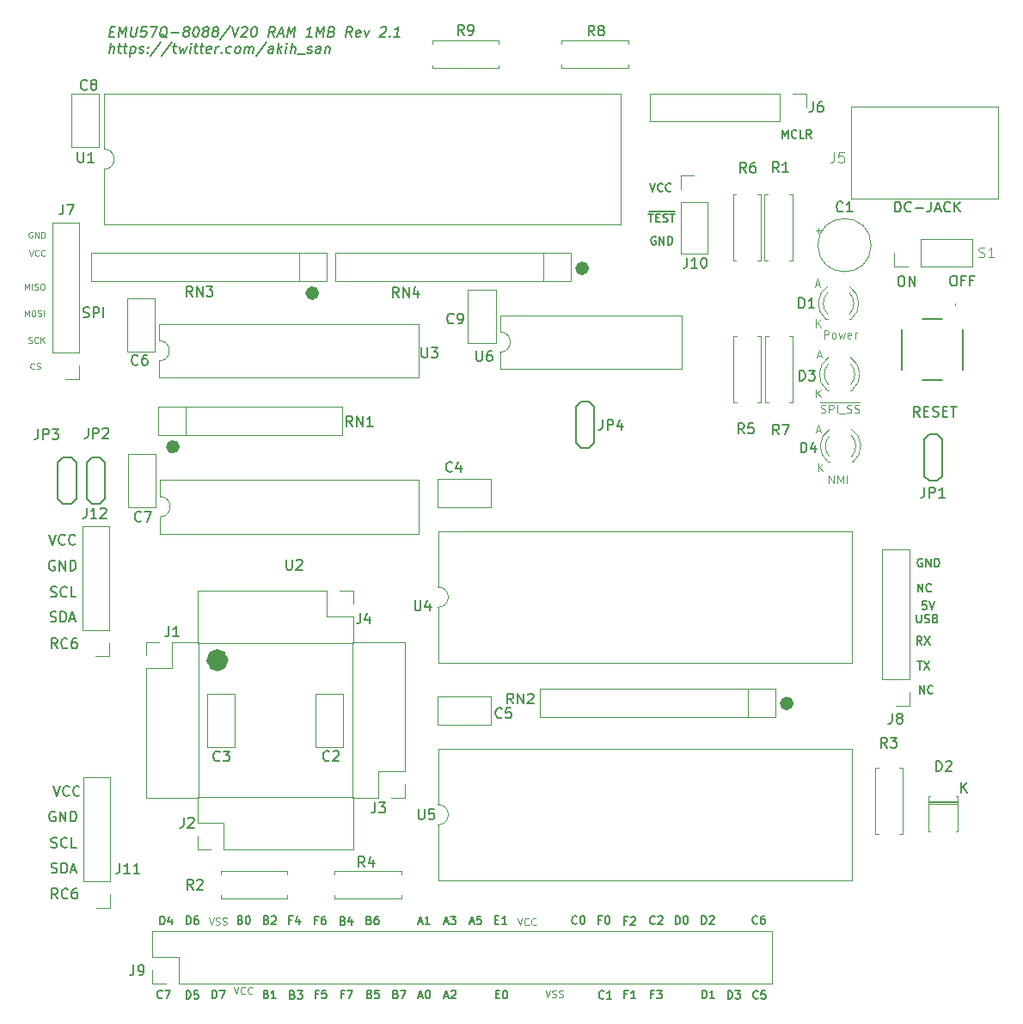
<source format=gto>
%TF.GenerationSoftware,KiCad,Pcbnew,7.0.7*%
%TF.CreationDate,2024-03-31T17:30:00+09:00*%
%TF.ProjectId,8088_RAM,38303838-5f52-4414-9d2e-6b696361645f,2.1*%
%TF.SameCoordinates,PX4c4c788PY8a48640*%
%TF.FileFunction,Legend,Top*%
%TF.FilePolarity,Positive*%
%FSLAX46Y46*%
G04 Gerber Fmt 4.6, Leading zero omitted, Abs format (unit mm)*
G04 Created by KiCad (PCBNEW 7.0.7) date 2024-03-31 17:30:00*
%MOMM*%
%LPD*%
G01*
G04 APERTURE LIST*
%ADD10C,0.667961*%
%ADD11C,1.075000*%
%ADD12C,0.150000*%
%ADD13C,0.125000*%
%ADD14C,0.100000*%
%ADD15C,0.120000*%
%ADD16C,0.200000*%
G04 APERTURE END LIST*
D10*
X31553980Y70905000D02*
G75*
G03*
X31553980Y70905000I-333980J0D01*
G01*
X78278980Y30495000D02*
G75*
G03*
X78278980Y30495000I-333980J0D01*
G01*
D11*
X22405500Y34750000D02*
G75*
G03*
X22405500Y34750000I-537500J0D01*
G01*
D10*
X17818980Y55770000D02*
G75*
G03*
X17818980Y55770000I-333980J0D01*
G01*
X58128980Y73345000D02*
G75*
G03*
X58128980Y73345000I-333980J0D01*
G01*
D12*
X77534160Y86175705D02*
X77534160Y86975705D01*
X77534160Y86975705D02*
X77800826Y86404277D01*
X77800826Y86404277D02*
X78067493Y86975705D01*
X78067493Y86975705D02*
X78067493Y86175705D01*
X78905589Y86251896D02*
X78867493Y86213800D01*
X78867493Y86213800D02*
X78753208Y86175705D01*
X78753208Y86175705D02*
X78677017Y86175705D01*
X78677017Y86175705D02*
X78562731Y86213800D01*
X78562731Y86213800D02*
X78486541Y86289991D01*
X78486541Y86289991D02*
X78448446Y86366181D01*
X78448446Y86366181D02*
X78410350Y86518562D01*
X78410350Y86518562D02*
X78410350Y86632848D01*
X78410350Y86632848D02*
X78448446Y86785229D01*
X78448446Y86785229D02*
X78486541Y86861420D01*
X78486541Y86861420D02*
X78562731Y86937610D01*
X78562731Y86937610D02*
X78677017Y86975705D01*
X78677017Y86975705D02*
X78753208Y86975705D01*
X78753208Y86975705D02*
X78867493Y86937610D01*
X78867493Y86937610D02*
X78905589Y86899515D01*
X79629398Y86175705D02*
X79248446Y86175705D01*
X79248446Y86175705D02*
X79248446Y86975705D01*
X80353208Y86175705D02*
X80086541Y86556658D01*
X79896065Y86175705D02*
X79896065Y86975705D01*
X79896065Y86975705D02*
X80200827Y86975705D01*
X80200827Y86975705D02*
X80277017Y86937610D01*
X80277017Y86937610D02*
X80315112Y86899515D01*
X80315112Y86899515D02*
X80353208Y86823324D01*
X80353208Y86823324D02*
X80353208Y86709039D01*
X80353208Y86709039D02*
X80315112Y86632848D01*
X80315112Y86632848D02*
X80277017Y86594753D01*
X80277017Y86594753D02*
X80200827Y86556658D01*
X80200827Y86556658D02*
X79896065Y86556658D01*
D13*
X80784616Y71742977D02*
X81165569Y71742977D01*
X80708426Y71514405D02*
X80975093Y72314405D01*
X80975093Y72314405D02*
X81241759Y71514405D01*
D12*
X5469160Y41037800D02*
X5612017Y40990181D01*
X5612017Y40990181D02*
X5850112Y40990181D01*
X5850112Y40990181D02*
X5945350Y41037800D01*
X5945350Y41037800D02*
X5992969Y41085420D01*
X5992969Y41085420D02*
X6040588Y41180658D01*
X6040588Y41180658D02*
X6040588Y41275896D01*
X6040588Y41275896D02*
X5992969Y41371134D01*
X5992969Y41371134D02*
X5945350Y41418753D01*
X5945350Y41418753D02*
X5850112Y41466372D01*
X5850112Y41466372D02*
X5659636Y41513991D01*
X5659636Y41513991D02*
X5564398Y41561610D01*
X5564398Y41561610D02*
X5516779Y41609229D01*
X5516779Y41609229D02*
X5469160Y41704467D01*
X5469160Y41704467D02*
X5469160Y41799705D01*
X5469160Y41799705D02*
X5516779Y41894943D01*
X5516779Y41894943D02*
X5564398Y41942562D01*
X5564398Y41942562D02*
X5659636Y41990181D01*
X5659636Y41990181D02*
X5897731Y41990181D01*
X5897731Y41990181D02*
X6040588Y41942562D01*
X7040588Y41085420D02*
X6992969Y41037800D01*
X6992969Y41037800D02*
X6850112Y40990181D01*
X6850112Y40990181D02*
X6754874Y40990181D01*
X6754874Y40990181D02*
X6612017Y41037800D01*
X6612017Y41037800D02*
X6516779Y41133039D01*
X6516779Y41133039D02*
X6469160Y41228277D01*
X6469160Y41228277D02*
X6421541Y41418753D01*
X6421541Y41418753D02*
X6421541Y41561610D01*
X6421541Y41561610D02*
X6469160Y41752086D01*
X6469160Y41752086D02*
X6516779Y41847324D01*
X6516779Y41847324D02*
X6612017Y41942562D01*
X6612017Y41942562D02*
X6754874Y41990181D01*
X6754874Y41990181D02*
X6850112Y41990181D01*
X6850112Y41990181D02*
X6992969Y41942562D01*
X6992969Y41942562D02*
X7040588Y41894943D01*
X7945350Y40990181D02*
X7469160Y40990181D01*
X7469160Y40990181D02*
X7469160Y41990181D01*
X39435826Y1864753D02*
X39550112Y1826658D01*
X39550112Y1826658D02*
X39588207Y1788562D01*
X39588207Y1788562D02*
X39626303Y1712372D01*
X39626303Y1712372D02*
X39626303Y1598086D01*
X39626303Y1598086D02*
X39588207Y1521896D01*
X39588207Y1521896D02*
X39550112Y1483800D01*
X39550112Y1483800D02*
X39473922Y1445705D01*
X39473922Y1445705D02*
X39169160Y1445705D01*
X39169160Y1445705D02*
X39169160Y2245705D01*
X39169160Y2245705D02*
X39435826Y2245705D01*
X39435826Y2245705D02*
X39512017Y2207610D01*
X39512017Y2207610D02*
X39550112Y2169515D01*
X39550112Y2169515D02*
X39588207Y2093324D01*
X39588207Y2093324D02*
X39588207Y2017134D01*
X39588207Y2017134D02*
X39550112Y1940943D01*
X39550112Y1940943D02*
X39512017Y1902848D01*
X39512017Y1902848D02*
X39435826Y1864753D01*
X39435826Y1864753D02*
X39169160Y1864753D01*
X39892969Y2245705D02*
X40426303Y2245705D01*
X40426303Y2245705D02*
X40083445Y1445705D01*
D13*
X81316616Y59143100D02*
X81430902Y59105005D01*
X81430902Y59105005D02*
X81621378Y59105005D01*
X81621378Y59105005D02*
X81697569Y59143100D01*
X81697569Y59143100D02*
X81735664Y59181196D01*
X81735664Y59181196D02*
X81773759Y59257386D01*
X81773759Y59257386D02*
X81773759Y59333577D01*
X81773759Y59333577D02*
X81735664Y59409767D01*
X81735664Y59409767D02*
X81697569Y59447862D01*
X81697569Y59447862D02*
X81621378Y59485958D01*
X81621378Y59485958D02*
X81468997Y59524053D01*
X81468997Y59524053D02*
X81392807Y59562148D01*
X81392807Y59562148D02*
X81354712Y59600243D01*
X81354712Y59600243D02*
X81316616Y59676434D01*
X81316616Y59676434D02*
X81316616Y59752624D01*
X81316616Y59752624D02*
X81354712Y59828815D01*
X81354712Y59828815D02*
X81392807Y59866910D01*
X81392807Y59866910D02*
X81468997Y59905005D01*
X81468997Y59905005D02*
X81659474Y59905005D01*
X81659474Y59905005D02*
X81773759Y59866910D01*
X82116617Y59105005D02*
X82116617Y59905005D01*
X82116617Y59905005D02*
X82421379Y59905005D01*
X82421379Y59905005D02*
X82497569Y59866910D01*
X82497569Y59866910D02*
X82535664Y59828815D01*
X82535664Y59828815D02*
X82573760Y59752624D01*
X82573760Y59752624D02*
X82573760Y59638339D01*
X82573760Y59638339D02*
X82535664Y59562148D01*
X82535664Y59562148D02*
X82497569Y59524053D01*
X82497569Y59524053D02*
X82421379Y59485958D01*
X82421379Y59485958D02*
X82116617Y59485958D01*
X82916617Y59105005D02*
X82916617Y59905005D01*
X83107093Y59028815D02*
X83716616Y59028815D01*
X83868997Y59143100D02*
X83983283Y59105005D01*
X83983283Y59105005D02*
X84173759Y59105005D01*
X84173759Y59105005D02*
X84249950Y59143100D01*
X84249950Y59143100D02*
X84288045Y59181196D01*
X84288045Y59181196D02*
X84326140Y59257386D01*
X84326140Y59257386D02*
X84326140Y59333577D01*
X84326140Y59333577D02*
X84288045Y59409767D01*
X84288045Y59409767D02*
X84249950Y59447862D01*
X84249950Y59447862D02*
X84173759Y59485958D01*
X84173759Y59485958D02*
X84021378Y59524053D01*
X84021378Y59524053D02*
X83945188Y59562148D01*
X83945188Y59562148D02*
X83907093Y59600243D01*
X83907093Y59600243D02*
X83868997Y59676434D01*
X83868997Y59676434D02*
X83868997Y59752624D01*
X83868997Y59752624D02*
X83907093Y59828815D01*
X83907093Y59828815D02*
X83945188Y59866910D01*
X83945188Y59866910D02*
X84021378Y59905005D01*
X84021378Y59905005D02*
X84211855Y59905005D01*
X84211855Y59905005D02*
X84326140Y59866910D01*
X84630902Y59143100D02*
X84745188Y59105005D01*
X84745188Y59105005D02*
X84935664Y59105005D01*
X84935664Y59105005D02*
X85011855Y59143100D01*
X85011855Y59143100D02*
X85049950Y59181196D01*
X85049950Y59181196D02*
X85088045Y59257386D01*
X85088045Y59257386D02*
X85088045Y59333577D01*
X85088045Y59333577D02*
X85049950Y59409767D01*
X85049950Y59409767D02*
X85011855Y59447862D01*
X85011855Y59447862D02*
X84935664Y59485958D01*
X84935664Y59485958D02*
X84783283Y59524053D01*
X84783283Y59524053D02*
X84707093Y59562148D01*
X84707093Y59562148D02*
X84668998Y59600243D01*
X84668998Y59600243D02*
X84630902Y59676434D01*
X84630902Y59676434D02*
X84630902Y59752624D01*
X84630902Y59752624D02*
X84668998Y59828815D01*
X84668998Y59828815D02*
X84707093Y59866910D01*
X84707093Y59866910D02*
X84783283Y59905005D01*
X84783283Y59905005D02*
X84973760Y59905005D01*
X84973760Y59905005D02*
X85088045Y59866910D01*
X81244236Y60127100D02*
X85160427Y60127100D01*
D12*
X18809160Y8755705D02*
X18809160Y9555705D01*
X18809160Y9555705D02*
X18999636Y9555705D01*
X18999636Y9555705D02*
X19113922Y9517610D01*
X19113922Y9517610D02*
X19190112Y9441420D01*
X19190112Y9441420D02*
X19228207Y9365229D01*
X19228207Y9365229D02*
X19266303Y9212848D01*
X19266303Y9212848D02*
X19266303Y9098562D01*
X19266303Y9098562D02*
X19228207Y8946181D01*
X19228207Y8946181D02*
X19190112Y8869991D01*
X19190112Y8869991D02*
X19113922Y8793800D01*
X19113922Y8793800D02*
X18999636Y8755705D01*
X18999636Y8755705D02*
X18809160Y8755705D01*
X19952017Y9555705D02*
X19799636Y9555705D01*
X19799636Y9555705D02*
X19723445Y9517610D01*
X19723445Y9517610D02*
X19685350Y9479515D01*
X19685350Y9479515D02*
X19609160Y9365229D01*
X19609160Y9365229D02*
X19571064Y9212848D01*
X19571064Y9212848D02*
X19571064Y8908086D01*
X19571064Y8908086D02*
X19609160Y8831896D01*
X19609160Y8831896D02*
X19647255Y8793800D01*
X19647255Y8793800D02*
X19723445Y8755705D01*
X19723445Y8755705D02*
X19875826Y8755705D01*
X19875826Y8755705D02*
X19952017Y8793800D01*
X19952017Y8793800D02*
X19990112Y8831896D01*
X19990112Y8831896D02*
X20028207Y8908086D01*
X20028207Y8908086D02*
X20028207Y9098562D01*
X20028207Y9098562D02*
X19990112Y9174753D01*
X19990112Y9174753D02*
X19952017Y9212848D01*
X19952017Y9212848D02*
X19875826Y9250943D01*
X19875826Y9250943D02*
X19723445Y9250943D01*
X19723445Y9250943D02*
X19647255Y9212848D01*
X19647255Y9212848D02*
X19609160Y9174753D01*
X19609160Y9174753D02*
X19571064Y9098562D01*
D13*
X80966616Y64733577D02*
X81347569Y64733577D01*
X80890426Y64505005D02*
X81157093Y65305005D01*
X81157093Y65305005D02*
X81423759Y64505005D01*
D12*
X59936303Y1491896D02*
X59898207Y1453800D01*
X59898207Y1453800D02*
X59783922Y1415705D01*
X59783922Y1415705D02*
X59707731Y1415705D01*
X59707731Y1415705D02*
X59593445Y1453800D01*
X59593445Y1453800D02*
X59517255Y1529991D01*
X59517255Y1529991D02*
X59479160Y1606181D01*
X59479160Y1606181D02*
X59441064Y1758562D01*
X59441064Y1758562D02*
X59441064Y1872848D01*
X59441064Y1872848D02*
X59479160Y2025229D01*
X59479160Y2025229D02*
X59517255Y2101420D01*
X59517255Y2101420D02*
X59593445Y2177610D01*
X59593445Y2177610D02*
X59707731Y2215705D01*
X59707731Y2215705D02*
X59783922Y2215705D01*
X59783922Y2215705D02*
X59898207Y2177610D01*
X59898207Y2177610D02*
X59936303Y2139515D01*
X60698207Y1415705D02*
X60241064Y1415705D01*
X60469636Y1415705D02*
X60469636Y2215705D01*
X60469636Y2215705D02*
X60393445Y2101420D01*
X60393445Y2101420D02*
X60317255Y2025229D01*
X60317255Y2025229D02*
X60241064Y1987134D01*
X16229160Y8715705D02*
X16229160Y9515705D01*
X16229160Y9515705D02*
X16419636Y9515705D01*
X16419636Y9515705D02*
X16533922Y9477610D01*
X16533922Y9477610D02*
X16610112Y9401420D01*
X16610112Y9401420D02*
X16648207Y9325229D01*
X16648207Y9325229D02*
X16686303Y9172848D01*
X16686303Y9172848D02*
X16686303Y9058562D01*
X16686303Y9058562D02*
X16648207Y8906181D01*
X16648207Y8906181D02*
X16610112Y8829991D01*
X16610112Y8829991D02*
X16533922Y8753800D01*
X16533922Y8753800D02*
X16419636Y8715705D01*
X16419636Y8715705D02*
X16229160Y8715705D01*
X17372017Y9249039D02*
X17372017Y8715705D01*
X17181541Y9553800D02*
X16991064Y8982372D01*
X16991064Y8982372D02*
X17486303Y8982372D01*
X8659160Y68547800D02*
X8802017Y68500181D01*
X8802017Y68500181D02*
X9040112Y68500181D01*
X9040112Y68500181D02*
X9135350Y68547800D01*
X9135350Y68547800D02*
X9182969Y68595420D01*
X9182969Y68595420D02*
X9230588Y68690658D01*
X9230588Y68690658D02*
X9230588Y68785896D01*
X9230588Y68785896D02*
X9182969Y68881134D01*
X9182969Y68881134D02*
X9135350Y68928753D01*
X9135350Y68928753D02*
X9040112Y68976372D01*
X9040112Y68976372D02*
X8849636Y69023991D01*
X8849636Y69023991D02*
X8754398Y69071610D01*
X8754398Y69071610D02*
X8706779Y69119229D01*
X8706779Y69119229D02*
X8659160Y69214467D01*
X8659160Y69214467D02*
X8659160Y69309705D01*
X8659160Y69309705D02*
X8706779Y69404943D01*
X8706779Y69404943D02*
X8754398Y69452562D01*
X8754398Y69452562D02*
X8849636Y69500181D01*
X8849636Y69500181D02*
X9087731Y69500181D01*
X9087731Y69500181D02*
X9230588Y69452562D01*
X9659160Y68500181D02*
X9659160Y69500181D01*
X9659160Y69500181D02*
X10040112Y69500181D01*
X10040112Y69500181D02*
X10135350Y69452562D01*
X10135350Y69452562D02*
X10182969Y69404943D01*
X10182969Y69404943D02*
X10230588Y69309705D01*
X10230588Y69309705D02*
X10230588Y69166848D01*
X10230588Y69166848D02*
X10182969Y69071610D01*
X10182969Y69071610D02*
X10135350Y69023991D01*
X10135350Y69023991D02*
X10040112Y68976372D01*
X10040112Y68976372D02*
X9659160Y68976372D01*
X10659160Y68500181D02*
X10659160Y69500181D01*
D14*
X3327067Y75158629D02*
X3527067Y74558629D01*
X3527067Y74558629D02*
X3727067Y75158629D01*
X4269925Y74615772D02*
X4241353Y74587200D01*
X4241353Y74587200D02*
X4155639Y74558629D01*
X4155639Y74558629D02*
X4098496Y74558629D01*
X4098496Y74558629D02*
X4012782Y74587200D01*
X4012782Y74587200D02*
X3955639Y74644343D01*
X3955639Y74644343D02*
X3927068Y74701486D01*
X3927068Y74701486D02*
X3898496Y74815772D01*
X3898496Y74815772D02*
X3898496Y74901486D01*
X3898496Y74901486D02*
X3927068Y75015772D01*
X3927068Y75015772D02*
X3955639Y75072915D01*
X3955639Y75072915D02*
X4012782Y75130058D01*
X4012782Y75130058D02*
X4098496Y75158629D01*
X4098496Y75158629D02*
X4155639Y75158629D01*
X4155639Y75158629D02*
X4241353Y75130058D01*
X4241353Y75130058D02*
X4269925Y75101486D01*
X4869925Y74615772D02*
X4841353Y74587200D01*
X4841353Y74587200D02*
X4755639Y74558629D01*
X4755639Y74558629D02*
X4698496Y74558629D01*
X4698496Y74558629D02*
X4612782Y74587200D01*
X4612782Y74587200D02*
X4555639Y74644343D01*
X4555639Y74644343D02*
X4527068Y74701486D01*
X4527068Y74701486D02*
X4498496Y74815772D01*
X4498496Y74815772D02*
X4498496Y74901486D01*
X4498496Y74901486D02*
X4527068Y75015772D01*
X4527068Y75015772D02*
X4555639Y75072915D01*
X4555639Y75072915D02*
X4612782Y75130058D01*
X4612782Y75130058D02*
X4698496Y75158629D01*
X4698496Y75158629D02*
X4755639Y75158629D01*
X4755639Y75158629D02*
X4841353Y75130058D01*
X4841353Y75130058D02*
X4869925Y75101486D01*
D12*
X5890588Y19832562D02*
X5795350Y19880181D01*
X5795350Y19880181D02*
X5652493Y19880181D01*
X5652493Y19880181D02*
X5509636Y19832562D01*
X5509636Y19832562D02*
X5414398Y19737324D01*
X5414398Y19737324D02*
X5366779Y19642086D01*
X5366779Y19642086D02*
X5319160Y19451610D01*
X5319160Y19451610D02*
X5319160Y19308753D01*
X5319160Y19308753D02*
X5366779Y19118277D01*
X5366779Y19118277D02*
X5414398Y19023039D01*
X5414398Y19023039D02*
X5509636Y18927800D01*
X5509636Y18927800D02*
X5652493Y18880181D01*
X5652493Y18880181D02*
X5747731Y18880181D01*
X5747731Y18880181D02*
X5890588Y18927800D01*
X5890588Y18927800D02*
X5938207Y18975420D01*
X5938207Y18975420D02*
X5938207Y19308753D01*
X5938207Y19308753D02*
X5747731Y19308753D01*
X6366779Y18880181D02*
X6366779Y19880181D01*
X6366779Y19880181D02*
X6938207Y18880181D01*
X6938207Y18880181D02*
X6938207Y19880181D01*
X7414398Y18880181D02*
X7414398Y19880181D01*
X7414398Y19880181D02*
X7652493Y19880181D01*
X7652493Y19880181D02*
X7795350Y19832562D01*
X7795350Y19832562D02*
X7890588Y19737324D01*
X7890588Y19737324D02*
X7938207Y19642086D01*
X7938207Y19642086D02*
X7985826Y19451610D01*
X7985826Y19451610D02*
X7985826Y19308753D01*
X7985826Y19308753D02*
X7938207Y19118277D01*
X7938207Y19118277D02*
X7890588Y19023039D01*
X7890588Y19023039D02*
X7795350Y18927800D01*
X7795350Y18927800D02*
X7652493Y18880181D01*
X7652493Y18880181D02*
X7414398Y18880181D01*
D13*
X82122712Y52164405D02*
X82122712Y52964405D01*
X82122712Y52964405D02*
X82579855Y52164405D01*
X82579855Y52164405D02*
X82579855Y52964405D01*
X82960807Y52164405D02*
X82960807Y52964405D01*
X82960807Y52964405D02*
X83227473Y52392977D01*
X83227473Y52392977D02*
X83494140Y52964405D01*
X83494140Y52964405D02*
X83494140Y52164405D01*
X83875093Y52164405D02*
X83875093Y52964405D01*
D12*
X91236303Y36275705D02*
X90969636Y36656658D01*
X90779160Y36275705D02*
X90779160Y37075705D01*
X90779160Y37075705D02*
X91083922Y37075705D01*
X91083922Y37075705D02*
X91160112Y37037610D01*
X91160112Y37037610D02*
X91198207Y36999515D01*
X91198207Y36999515D02*
X91236303Y36923324D01*
X91236303Y36923324D02*
X91236303Y36809039D01*
X91236303Y36809039D02*
X91198207Y36732848D01*
X91198207Y36732848D02*
X91160112Y36694753D01*
X91160112Y36694753D02*
X91083922Y36656658D01*
X91083922Y36656658D02*
X90779160Y36656658D01*
X91502969Y37075705D02*
X92036303Y36275705D01*
X92036303Y37075705D02*
X91502969Y36275705D01*
X49299160Y1854753D02*
X49565826Y1854753D01*
X49680112Y1435705D02*
X49299160Y1435705D01*
X49299160Y1435705D02*
X49299160Y2235705D01*
X49299160Y2235705D02*
X49680112Y2235705D01*
X50175351Y2235705D02*
X50251541Y2235705D01*
X50251541Y2235705D02*
X50327732Y2197610D01*
X50327732Y2197610D02*
X50365827Y2159515D01*
X50365827Y2159515D02*
X50403922Y2083324D01*
X50403922Y2083324D02*
X50442017Y1930943D01*
X50442017Y1930943D02*
X50442017Y1740467D01*
X50442017Y1740467D02*
X50403922Y1588086D01*
X50403922Y1588086D02*
X50365827Y1511896D01*
X50365827Y1511896D02*
X50327732Y1473800D01*
X50327732Y1473800D02*
X50251541Y1435705D01*
X50251541Y1435705D02*
X50175351Y1435705D01*
X50175351Y1435705D02*
X50099160Y1473800D01*
X50099160Y1473800D02*
X50061065Y1511896D01*
X50061065Y1511896D02*
X50022970Y1588086D01*
X50022970Y1588086D02*
X49984874Y1740467D01*
X49984874Y1740467D02*
X49984874Y1930943D01*
X49984874Y1930943D02*
X50022970Y2083324D01*
X50022970Y2083324D02*
X50061065Y2159515D01*
X50061065Y2159515D02*
X50099160Y2197610D01*
X50099160Y2197610D02*
X50175351Y2235705D01*
X94287255Y72630181D02*
X94477731Y72630181D01*
X94477731Y72630181D02*
X94572969Y72582562D01*
X94572969Y72582562D02*
X94668207Y72487324D01*
X94668207Y72487324D02*
X94715826Y72296848D01*
X94715826Y72296848D02*
X94715826Y71963515D01*
X94715826Y71963515D02*
X94668207Y71773039D01*
X94668207Y71773039D02*
X94572969Y71677800D01*
X94572969Y71677800D02*
X94477731Y71630181D01*
X94477731Y71630181D02*
X94287255Y71630181D01*
X94287255Y71630181D02*
X94192017Y71677800D01*
X94192017Y71677800D02*
X94096779Y71773039D01*
X94096779Y71773039D02*
X94049160Y71963515D01*
X94049160Y71963515D02*
X94049160Y72296848D01*
X94049160Y72296848D02*
X94096779Y72487324D01*
X94096779Y72487324D02*
X94192017Y72582562D01*
X94192017Y72582562D02*
X94287255Y72630181D01*
X95477731Y72153991D02*
X95144398Y72153991D01*
X95144398Y71630181D02*
X95144398Y72630181D01*
X95144398Y72630181D02*
X95620588Y72630181D01*
X96334874Y72153991D02*
X96001541Y72153991D01*
X96001541Y71630181D02*
X96001541Y72630181D01*
X96001541Y72630181D02*
X96477731Y72630181D01*
X29205826Y9174753D02*
X28939160Y9174753D01*
X28939160Y8755705D02*
X28939160Y9555705D01*
X28939160Y9555705D02*
X29320112Y9555705D01*
X29967731Y9289039D02*
X29967731Y8755705D01*
X29777255Y9593800D02*
X29586778Y9022372D01*
X29586778Y9022372D02*
X30082017Y9022372D01*
X18799160Y1415705D02*
X18799160Y2215705D01*
X18799160Y2215705D02*
X18989636Y2215705D01*
X18989636Y2215705D02*
X19103922Y2177610D01*
X19103922Y2177610D02*
X19180112Y2101420D01*
X19180112Y2101420D02*
X19218207Y2025229D01*
X19218207Y2025229D02*
X19256303Y1872848D01*
X19256303Y1872848D02*
X19256303Y1758562D01*
X19256303Y1758562D02*
X19218207Y1606181D01*
X19218207Y1606181D02*
X19180112Y1529991D01*
X19180112Y1529991D02*
X19103922Y1453800D01*
X19103922Y1453800D02*
X18989636Y1415705D01*
X18989636Y1415705D02*
X18799160Y1415705D01*
X19980112Y2215705D02*
X19599160Y2215705D01*
X19599160Y2215705D02*
X19561064Y1834753D01*
X19561064Y1834753D02*
X19599160Y1872848D01*
X19599160Y1872848D02*
X19675350Y1910943D01*
X19675350Y1910943D02*
X19865826Y1910943D01*
X19865826Y1910943D02*
X19942017Y1872848D01*
X19942017Y1872848D02*
X19980112Y1834753D01*
X19980112Y1834753D02*
X20018207Y1758562D01*
X20018207Y1758562D02*
X20018207Y1568086D01*
X20018207Y1568086D02*
X19980112Y1491896D01*
X19980112Y1491896D02*
X19942017Y1453800D01*
X19942017Y1453800D02*
X19865826Y1415705D01*
X19865826Y1415705D02*
X19675350Y1415705D01*
X19675350Y1415705D02*
X19599160Y1453800D01*
X19599160Y1453800D02*
X19561064Y1491896D01*
X16446303Y1521896D02*
X16408207Y1483800D01*
X16408207Y1483800D02*
X16293922Y1445705D01*
X16293922Y1445705D02*
X16217731Y1445705D01*
X16217731Y1445705D02*
X16103445Y1483800D01*
X16103445Y1483800D02*
X16027255Y1559991D01*
X16027255Y1559991D02*
X15989160Y1636181D01*
X15989160Y1636181D02*
X15951064Y1788562D01*
X15951064Y1788562D02*
X15951064Y1902848D01*
X15951064Y1902848D02*
X15989160Y2055229D01*
X15989160Y2055229D02*
X16027255Y2131420D01*
X16027255Y2131420D02*
X16103445Y2207610D01*
X16103445Y2207610D02*
X16217731Y2245705D01*
X16217731Y2245705D02*
X16293922Y2245705D01*
X16293922Y2245705D02*
X16408207Y2207610D01*
X16408207Y2207610D02*
X16446303Y2169515D01*
X16712969Y2245705D02*
X17246303Y2245705D01*
X17246303Y2245705D02*
X16903445Y1445705D01*
D14*
X51431855Y9372867D02*
X51665189Y8672867D01*
X51665189Y8672867D02*
X51898522Y9372867D01*
X52531855Y8739534D02*
X52498522Y8706200D01*
X52498522Y8706200D02*
X52398522Y8672867D01*
X52398522Y8672867D02*
X52331855Y8672867D01*
X52331855Y8672867D02*
X52231855Y8706200D01*
X52231855Y8706200D02*
X52165189Y8772867D01*
X52165189Y8772867D02*
X52131855Y8839534D01*
X52131855Y8839534D02*
X52098522Y8972867D01*
X52098522Y8972867D02*
X52098522Y9072867D01*
X52098522Y9072867D02*
X52131855Y9206200D01*
X52131855Y9206200D02*
X52165189Y9272867D01*
X52165189Y9272867D02*
X52231855Y9339534D01*
X52231855Y9339534D02*
X52331855Y9372867D01*
X52331855Y9372867D02*
X52398522Y9372867D01*
X52398522Y9372867D02*
X52498522Y9339534D01*
X52498522Y9339534D02*
X52531855Y9306200D01*
X53231855Y8739534D02*
X53198522Y8706200D01*
X53198522Y8706200D02*
X53098522Y8672867D01*
X53098522Y8672867D02*
X53031855Y8672867D01*
X53031855Y8672867D02*
X52931855Y8706200D01*
X52931855Y8706200D02*
X52865189Y8772867D01*
X52865189Y8772867D02*
X52831855Y8839534D01*
X52831855Y8839534D02*
X52798522Y8972867D01*
X52798522Y8972867D02*
X52798522Y9072867D01*
X52798522Y9072867D02*
X52831855Y9206200D01*
X52831855Y9206200D02*
X52865189Y9272867D01*
X52865189Y9272867D02*
X52931855Y9339534D01*
X52931855Y9339534D02*
X53031855Y9372867D01*
X53031855Y9372867D02*
X53098522Y9372867D01*
X53098522Y9372867D02*
X53198522Y9339534D01*
X53198522Y9339534D02*
X53231855Y9306200D01*
D12*
X36865826Y1884753D02*
X36980112Y1846658D01*
X36980112Y1846658D02*
X37018207Y1808562D01*
X37018207Y1808562D02*
X37056303Y1732372D01*
X37056303Y1732372D02*
X37056303Y1618086D01*
X37056303Y1618086D02*
X37018207Y1541896D01*
X37018207Y1541896D02*
X36980112Y1503800D01*
X36980112Y1503800D02*
X36903922Y1465705D01*
X36903922Y1465705D02*
X36599160Y1465705D01*
X36599160Y1465705D02*
X36599160Y2265705D01*
X36599160Y2265705D02*
X36865826Y2265705D01*
X36865826Y2265705D02*
X36942017Y2227610D01*
X36942017Y2227610D02*
X36980112Y2189515D01*
X36980112Y2189515D02*
X37018207Y2113324D01*
X37018207Y2113324D02*
X37018207Y2037134D01*
X37018207Y2037134D02*
X36980112Y1960943D01*
X36980112Y1960943D02*
X36942017Y1922848D01*
X36942017Y1922848D02*
X36865826Y1884753D01*
X36865826Y1884753D02*
X36599160Y1884753D01*
X37780112Y2265705D02*
X37399160Y2265705D01*
X37399160Y2265705D02*
X37361064Y1884753D01*
X37361064Y1884753D02*
X37399160Y1922848D01*
X37399160Y1922848D02*
X37475350Y1960943D01*
X37475350Y1960943D02*
X37665826Y1960943D01*
X37665826Y1960943D02*
X37742017Y1922848D01*
X37742017Y1922848D02*
X37780112Y1884753D01*
X37780112Y1884753D02*
X37818207Y1808562D01*
X37818207Y1808562D02*
X37818207Y1618086D01*
X37818207Y1618086D02*
X37780112Y1541896D01*
X37780112Y1541896D02*
X37742017Y1503800D01*
X37742017Y1503800D02*
X37665826Y1465705D01*
X37665826Y1465705D02*
X37475350Y1465705D01*
X37475350Y1465705D02*
X37399160Y1503800D01*
X37399160Y1503800D02*
X37361064Y1541896D01*
X65028207Y76437610D02*
X64952017Y76475705D01*
X64952017Y76475705D02*
X64837731Y76475705D01*
X64837731Y76475705D02*
X64723445Y76437610D01*
X64723445Y76437610D02*
X64647255Y76361420D01*
X64647255Y76361420D02*
X64609160Y76285229D01*
X64609160Y76285229D02*
X64571064Y76132848D01*
X64571064Y76132848D02*
X64571064Y76018562D01*
X64571064Y76018562D02*
X64609160Y75866181D01*
X64609160Y75866181D02*
X64647255Y75789991D01*
X64647255Y75789991D02*
X64723445Y75713800D01*
X64723445Y75713800D02*
X64837731Y75675705D01*
X64837731Y75675705D02*
X64913922Y75675705D01*
X64913922Y75675705D02*
X65028207Y75713800D01*
X65028207Y75713800D02*
X65066303Y75751896D01*
X65066303Y75751896D02*
X65066303Y76018562D01*
X65066303Y76018562D02*
X64913922Y76018562D01*
X65409160Y75675705D02*
X65409160Y76475705D01*
X65409160Y76475705D02*
X65866303Y75675705D01*
X65866303Y75675705D02*
X65866303Y76475705D01*
X66247255Y75675705D02*
X66247255Y76475705D01*
X66247255Y76475705D02*
X66437731Y76475705D01*
X66437731Y76475705D02*
X66552017Y76437610D01*
X66552017Y76437610D02*
X66628207Y76361420D01*
X66628207Y76361420D02*
X66666302Y76285229D01*
X66666302Y76285229D02*
X66704398Y76132848D01*
X66704398Y76132848D02*
X66704398Y76018562D01*
X66704398Y76018562D02*
X66666302Y75866181D01*
X66666302Y75866181D02*
X66628207Y75789991D01*
X66628207Y75789991D02*
X66552017Y75713800D01*
X66552017Y75713800D02*
X66437731Y75675705D01*
X66437731Y75675705D02*
X66247255Y75675705D01*
X34255226Y9116753D02*
X34369512Y9078658D01*
X34369512Y9078658D02*
X34407607Y9040562D01*
X34407607Y9040562D02*
X34445703Y8964372D01*
X34445703Y8964372D02*
X34445703Y8850086D01*
X34445703Y8850086D02*
X34407607Y8773896D01*
X34407607Y8773896D02*
X34369512Y8735800D01*
X34369512Y8735800D02*
X34293322Y8697705D01*
X34293322Y8697705D02*
X33988560Y8697705D01*
X33988560Y8697705D02*
X33988560Y9497705D01*
X33988560Y9497705D02*
X34255226Y9497705D01*
X34255226Y9497705D02*
X34331417Y9459610D01*
X34331417Y9459610D02*
X34369512Y9421515D01*
X34369512Y9421515D02*
X34407607Y9345324D01*
X34407607Y9345324D02*
X34407607Y9269134D01*
X34407607Y9269134D02*
X34369512Y9192943D01*
X34369512Y9192943D02*
X34331417Y9154848D01*
X34331417Y9154848D02*
X34255226Y9116753D01*
X34255226Y9116753D02*
X33988560Y9116753D01*
X35131417Y9231039D02*
X35131417Y8697705D01*
X34940941Y9535800D02*
X34750464Y8964372D01*
X34750464Y8964372D02*
X35245703Y8964372D01*
X44221064Y8964277D02*
X44602017Y8964277D01*
X44144874Y8735705D02*
X44411541Y9535705D01*
X44411541Y9535705D02*
X44678207Y8735705D01*
X44868683Y9535705D02*
X45363921Y9535705D01*
X45363921Y9535705D02*
X45097255Y9230943D01*
X45097255Y9230943D02*
X45211540Y9230943D01*
X45211540Y9230943D02*
X45287731Y9192848D01*
X45287731Y9192848D02*
X45325826Y9154753D01*
X45325826Y9154753D02*
X45363921Y9078562D01*
X45363921Y9078562D02*
X45363921Y8888086D01*
X45363921Y8888086D02*
X45325826Y8811896D01*
X45325826Y8811896D02*
X45287731Y8773800D01*
X45287731Y8773800D02*
X45211540Y8735705D01*
X45211540Y8735705D02*
X44982969Y8735705D01*
X44982969Y8735705D02*
X44906778Y8773800D01*
X44906778Y8773800D02*
X44868683Y8811896D01*
X75076303Y8851896D02*
X75038207Y8813800D01*
X75038207Y8813800D02*
X74923922Y8775705D01*
X74923922Y8775705D02*
X74847731Y8775705D01*
X74847731Y8775705D02*
X74733445Y8813800D01*
X74733445Y8813800D02*
X74657255Y8889991D01*
X74657255Y8889991D02*
X74619160Y8966181D01*
X74619160Y8966181D02*
X74581064Y9118562D01*
X74581064Y9118562D02*
X74581064Y9232848D01*
X74581064Y9232848D02*
X74619160Y9385229D01*
X74619160Y9385229D02*
X74657255Y9461420D01*
X74657255Y9461420D02*
X74733445Y9537610D01*
X74733445Y9537610D02*
X74847731Y9575705D01*
X74847731Y9575705D02*
X74923922Y9575705D01*
X74923922Y9575705D02*
X75038207Y9537610D01*
X75038207Y9537610D02*
X75076303Y9499515D01*
X75762017Y9575705D02*
X75609636Y9575705D01*
X75609636Y9575705D02*
X75533445Y9537610D01*
X75533445Y9537610D02*
X75495350Y9499515D01*
X75495350Y9499515D02*
X75419160Y9385229D01*
X75419160Y9385229D02*
X75381064Y9232848D01*
X75381064Y9232848D02*
X75381064Y8928086D01*
X75381064Y8928086D02*
X75419160Y8851896D01*
X75419160Y8851896D02*
X75457255Y8813800D01*
X75457255Y8813800D02*
X75533445Y8775705D01*
X75533445Y8775705D02*
X75685826Y8775705D01*
X75685826Y8775705D02*
X75762017Y8813800D01*
X75762017Y8813800D02*
X75800112Y8851896D01*
X75800112Y8851896D02*
X75838207Y8928086D01*
X75838207Y8928086D02*
X75838207Y9118562D01*
X75838207Y9118562D02*
X75800112Y9194753D01*
X75800112Y9194753D02*
X75762017Y9232848D01*
X75762017Y9232848D02*
X75685826Y9270943D01*
X75685826Y9270943D02*
X75533445Y9270943D01*
X75533445Y9270943D02*
X75457255Y9232848D01*
X75457255Y9232848D02*
X75419160Y9194753D01*
X75419160Y9194753D02*
X75381064Y9118562D01*
X5713922Y22380181D02*
X6047255Y21380181D01*
X6047255Y21380181D02*
X6380588Y22380181D01*
X7285350Y21475420D02*
X7237731Y21427800D01*
X7237731Y21427800D02*
X7094874Y21380181D01*
X7094874Y21380181D02*
X6999636Y21380181D01*
X6999636Y21380181D02*
X6856779Y21427800D01*
X6856779Y21427800D02*
X6761541Y21523039D01*
X6761541Y21523039D02*
X6713922Y21618277D01*
X6713922Y21618277D02*
X6666303Y21808753D01*
X6666303Y21808753D02*
X6666303Y21951610D01*
X6666303Y21951610D02*
X6713922Y22142086D01*
X6713922Y22142086D02*
X6761541Y22237324D01*
X6761541Y22237324D02*
X6856779Y22332562D01*
X6856779Y22332562D02*
X6999636Y22380181D01*
X6999636Y22380181D02*
X7094874Y22380181D01*
X7094874Y22380181D02*
X7237731Y22332562D01*
X7237731Y22332562D02*
X7285350Y22284943D01*
X8285350Y21475420D02*
X8237731Y21427800D01*
X8237731Y21427800D02*
X8094874Y21380181D01*
X8094874Y21380181D02*
X7999636Y21380181D01*
X7999636Y21380181D02*
X7856779Y21427800D01*
X7856779Y21427800D02*
X7761541Y21523039D01*
X7761541Y21523039D02*
X7713922Y21618277D01*
X7713922Y21618277D02*
X7666303Y21808753D01*
X7666303Y21808753D02*
X7666303Y21951610D01*
X7666303Y21951610D02*
X7713922Y22142086D01*
X7713922Y22142086D02*
X7761541Y22237324D01*
X7761541Y22237324D02*
X7856779Y22332562D01*
X7856779Y22332562D02*
X7999636Y22380181D01*
X7999636Y22380181D02*
X8094874Y22380181D01*
X8094874Y22380181D02*
X8237731Y22332562D01*
X8237731Y22332562D02*
X8285350Y22284943D01*
X29295826Y1834753D02*
X29410112Y1796658D01*
X29410112Y1796658D02*
X29448207Y1758562D01*
X29448207Y1758562D02*
X29486303Y1682372D01*
X29486303Y1682372D02*
X29486303Y1568086D01*
X29486303Y1568086D02*
X29448207Y1491896D01*
X29448207Y1491896D02*
X29410112Y1453800D01*
X29410112Y1453800D02*
X29333922Y1415705D01*
X29333922Y1415705D02*
X29029160Y1415705D01*
X29029160Y1415705D02*
X29029160Y2215705D01*
X29029160Y2215705D02*
X29295826Y2215705D01*
X29295826Y2215705D02*
X29372017Y2177610D01*
X29372017Y2177610D02*
X29410112Y2139515D01*
X29410112Y2139515D02*
X29448207Y2063324D01*
X29448207Y2063324D02*
X29448207Y1987134D01*
X29448207Y1987134D02*
X29410112Y1910943D01*
X29410112Y1910943D02*
X29372017Y1872848D01*
X29372017Y1872848D02*
X29295826Y1834753D01*
X29295826Y1834753D02*
X29029160Y1834753D01*
X29752969Y2215705D02*
X30248207Y2215705D01*
X30248207Y2215705D02*
X29981541Y1910943D01*
X29981541Y1910943D02*
X30095826Y1910943D01*
X30095826Y1910943D02*
X30172017Y1872848D01*
X30172017Y1872848D02*
X30210112Y1834753D01*
X30210112Y1834753D02*
X30248207Y1758562D01*
X30248207Y1758562D02*
X30248207Y1568086D01*
X30248207Y1568086D02*
X30210112Y1491896D01*
X30210112Y1491896D02*
X30172017Y1453800D01*
X30172017Y1453800D02*
X30095826Y1415705D01*
X30095826Y1415705D02*
X29867255Y1415705D01*
X29867255Y1415705D02*
X29791064Y1453800D01*
X29791064Y1453800D02*
X29752969Y1491896D01*
D14*
X2915640Y68628629D02*
X2915640Y69228629D01*
X2915640Y69228629D02*
X3115640Y68800058D01*
X3115640Y68800058D02*
X3315640Y69228629D01*
X3315640Y69228629D02*
X3315640Y68628629D01*
X3715639Y69228629D02*
X3829925Y69228629D01*
X3829925Y69228629D02*
X3887068Y69200058D01*
X3887068Y69200058D02*
X3944211Y69142915D01*
X3944211Y69142915D02*
X3972782Y69028629D01*
X3972782Y69028629D02*
X3972782Y68828629D01*
X3972782Y68828629D02*
X3944211Y68714343D01*
X3944211Y68714343D02*
X3887068Y68657200D01*
X3887068Y68657200D02*
X3829925Y68628629D01*
X3829925Y68628629D02*
X3715639Y68628629D01*
X3715639Y68628629D02*
X3658497Y68657200D01*
X3658497Y68657200D02*
X3601354Y68714343D01*
X3601354Y68714343D02*
X3572782Y68828629D01*
X3572782Y68828629D02*
X3572782Y69028629D01*
X3572782Y69028629D02*
X3601354Y69142915D01*
X3601354Y69142915D02*
X3658497Y69200058D01*
X3658497Y69200058D02*
X3715639Y69228629D01*
X4201353Y68657200D02*
X4287068Y68628629D01*
X4287068Y68628629D02*
X4429925Y68628629D01*
X4429925Y68628629D02*
X4487068Y68657200D01*
X4487068Y68657200D02*
X4515639Y68685772D01*
X4515639Y68685772D02*
X4544210Y68742915D01*
X4544210Y68742915D02*
X4544210Y68800058D01*
X4544210Y68800058D02*
X4515639Y68857200D01*
X4515639Y68857200D02*
X4487068Y68885772D01*
X4487068Y68885772D02*
X4429925Y68914343D01*
X4429925Y68914343D02*
X4315639Y68942915D01*
X4315639Y68942915D02*
X4258496Y68971486D01*
X4258496Y68971486D02*
X4229925Y69000058D01*
X4229925Y69000058D02*
X4201353Y69057200D01*
X4201353Y69057200D02*
X4201353Y69114343D01*
X4201353Y69114343D02*
X4229925Y69171486D01*
X4229925Y69171486D02*
X4258496Y69200058D01*
X4258496Y69200058D02*
X4315639Y69228629D01*
X4315639Y69228629D02*
X4458496Y69228629D01*
X4458496Y69228629D02*
X4544210Y69200058D01*
X4801354Y68628629D02*
X4801354Y69228629D01*
D12*
X31765826Y1864753D02*
X31499160Y1864753D01*
X31499160Y1445705D02*
X31499160Y2245705D01*
X31499160Y2245705D02*
X31880112Y2245705D01*
X32565826Y2245705D02*
X32184874Y2245705D01*
X32184874Y2245705D02*
X32146778Y1864753D01*
X32146778Y1864753D02*
X32184874Y1902848D01*
X32184874Y1902848D02*
X32261064Y1940943D01*
X32261064Y1940943D02*
X32451540Y1940943D01*
X32451540Y1940943D02*
X32527731Y1902848D01*
X32527731Y1902848D02*
X32565826Y1864753D01*
X32565826Y1864753D02*
X32603921Y1788562D01*
X32603921Y1788562D02*
X32603921Y1598086D01*
X32603921Y1598086D02*
X32565826Y1521896D01*
X32565826Y1521896D02*
X32527731Y1483800D01*
X32527731Y1483800D02*
X32451540Y1445705D01*
X32451540Y1445705D02*
X32261064Y1445705D01*
X32261064Y1445705D02*
X32184874Y1483800D01*
X32184874Y1483800D02*
X32146778Y1521896D01*
D13*
X81622712Y66439405D02*
X81622712Y67239405D01*
X81622712Y67239405D02*
X81927474Y67239405D01*
X81927474Y67239405D02*
X82003664Y67201310D01*
X82003664Y67201310D02*
X82041759Y67163215D01*
X82041759Y67163215D02*
X82079855Y67087024D01*
X82079855Y67087024D02*
X82079855Y66972739D01*
X82079855Y66972739D02*
X82041759Y66896548D01*
X82041759Y66896548D02*
X82003664Y66858453D01*
X82003664Y66858453D02*
X81927474Y66820358D01*
X81927474Y66820358D02*
X81622712Y66820358D01*
X82536997Y66439405D02*
X82460807Y66477500D01*
X82460807Y66477500D02*
X82422712Y66515596D01*
X82422712Y66515596D02*
X82384616Y66591786D01*
X82384616Y66591786D02*
X82384616Y66820358D01*
X82384616Y66820358D02*
X82422712Y66896548D01*
X82422712Y66896548D02*
X82460807Y66934643D01*
X82460807Y66934643D02*
X82536997Y66972739D01*
X82536997Y66972739D02*
X82651283Y66972739D01*
X82651283Y66972739D02*
X82727474Y66934643D01*
X82727474Y66934643D02*
X82765569Y66896548D01*
X82765569Y66896548D02*
X82803664Y66820358D01*
X82803664Y66820358D02*
X82803664Y66591786D01*
X82803664Y66591786D02*
X82765569Y66515596D01*
X82765569Y66515596D02*
X82727474Y66477500D01*
X82727474Y66477500D02*
X82651283Y66439405D01*
X82651283Y66439405D02*
X82536997Y66439405D01*
X83070331Y66972739D02*
X83222712Y66439405D01*
X83222712Y66439405D02*
X83375093Y66820358D01*
X83375093Y66820358D02*
X83527474Y66439405D01*
X83527474Y66439405D02*
X83679855Y66972739D01*
X84289379Y66477500D02*
X84213188Y66439405D01*
X84213188Y66439405D02*
X84060807Y66439405D01*
X84060807Y66439405D02*
X83984617Y66477500D01*
X83984617Y66477500D02*
X83946521Y66553691D01*
X83946521Y66553691D02*
X83946521Y66858453D01*
X83946521Y66858453D02*
X83984617Y66934643D01*
X83984617Y66934643D02*
X84060807Y66972739D01*
X84060807Y66972739D02*
X84213188Y66972739D01*
X84213188Y66972739D02*
X84289379Y66934643D01*
X84289379Y66934643D02*
X84327474Y66858453D01*
X84327474Y66858453D02*
X84327474Y66782262D01*
X84327474Y66782262D02*
X83946521Y66706072D01*
X84670331Y66439405D02*
X84670331Y66972739D01*
X84670331Y66820358D02*
X84708426Y66896548D01*
X84708426Y66896548D02*
X84746521Y66934643D01*
X84746521Y66934643D02*
X84822712Y66972739D01*
X84822712Y66972739D02*
X84898902Y66972739D01*
X80842712Y67544405D02*
X80842712Y68344405D01*
X81299855Y67544405D02*
X80956997Y68001548D01*
X81299855Y68344405D02*
X80842712Y67887262D01*
D12*
X57296303Y8831896D02*
X57258207Y8793800D01*
X57258207Y8793800D02*
X57143922Y8755705D01*
X57143922Y8755705D02*
X57067731Y8755705D01*
X57067731Y8755705D02*
X56953445Y8793800D01*
X56953445Y8793800D02*
X56877255Y8869991D01*
X56877255Y8869991D02*
X56839160Y8946181D01*
X56839160Y8946181D02*
X56801064Y9098562D01*
X56801064Y9098562D02*
X56801064Y9212848D01*
X56801064Y9212848D02*
X56839160Y9365229D01*
X56839160Y9365229D02*
X56877255Y9441420D01*
X56877255Y9441420D02*
X56953445Y9517610D01*
X56953445Y9517610D02*
X57067731Y9555705D01*
X57067731Y9555705D02*
X57143922Y9555705D01*
X57143922Y9555705D02*
X57258207Y9517610D01*
X57258207Y9517610D02*
X57296303Y9479515D01*
X57791541Y9555705D02*
X57867731Y9555705D01*
X57867731Y9555705D02*
X57943922Y9517610D01*
X57943922Y9517610D02*
X57982017Y9479515D01*
X57982017Y9479515D02*
X58020112Y9403324D01*
X58020112Y9403324D02*
X58058207Y9250943D01*
X58058207Y9250943D02*
X58058207Y9060467D01*
X58058207Y9060467D02*
X58020112Y8908086D01*
X58020112Y8908086D02*
X57982017Y8831896D01*
X57982017Y8831896D02*
X57943922Y8793800D01*
X57943922Y8793800D02*
X57867731Y8755705D01*
X57867731Y8755705D02*
X57791541Y8755705D01*
X57791541Y8755705D02*
X57715350Y8793800D01*
X57715350Y8793800D02*
X57677255Y8831896D01*
X57677255Y8831896D02*
X57639160Y8908086D01*
X57639160Y8908086D02*
X57601064Y9060467D01*
X57601064Y9060467D02*
X57601064Y9250943D01*
X57601064Y9250943D02*
X57639160Y9403324D01*
X57639160Y9403324D02*
X57677255Y9479515D01*
X57677255Y9479515D02*
X57715350Y9517610D01*
X57715350Y9517610D02*
X57791541Y9555705D01*
D13*
X80852712Y60634405D02*
X80852712Y61434405D01*
X81309855Y60634405D02*
X80966997Y61091548D01*
X81309855Y61434405D02*
X80852712Y60977262D01*
D12*
X62215826Y9114753D02*
X61949160Y9114753D01*
X61949160Y8695705D02*
X61949160Y9495705D01*
X61949160Y9495705D02*
X62330112Y9495705D01*
X62596778Y9419515D02*
X62634874Y9457610D01*
X62634874Y9457610D02*
X62711064Y9495705D01*
X62711064Y9495705D02*
X62901540Y9495705D01*
X62901540Y9495705D02*
X62977731Y9457610D01*
X62977731Y9457610D02*
X63015826Y9419515D01*
X63015826Y9419515D02*
X63053921Y9343324D01*
X63053921Y9343324D02*
X63053921Y9267134D01*
X63053921Y9267134D02*
X63015826Y9152848D01*
X63015826Y9152848D02*
X62558683Y8695705D01*
X62558683Y8695705D02*
X63053921Y8695705D01*
X6108207Y35920181D02*
X5774874Y36396372D01*
X5536779Y35920181D02*
X5536779Y36920181D01*
X5536779Y36920181D02*
X5917731Y36920181D01*
X5917731Y36920181D02*
X6012969Y36872562D01*
X6012969Y36872562D02*
X6060588Y36824943D01*
X6060588Y36824943D02*
X6108207Y36729705D01*
X6108207Y36729705D02*
X6108207Y36586848D01*
X6108207Y36586848D02*
X6060588Y36491610D01*
X6060588Y36491610D02*
X6012969Y36443991D01*
X6012969Y36443991D02*
X5917731Y36396372D01*
X5917731Y36396372D02*
X5536779Y36396372D01*
X7108207Y36015420D02*
X7060588Y35967800D01*
X7060588Y35967800D02*
X6917731Y35920181D01*
X6917731Y35920181D02*
X6822493Y35920181D01*
X6822493Y35920181D02*
X6679636Y35967800D01*
X6679636Y35967800D02*
X6584398Y36063039D01*
X6584398Y36063039D02*
X6536779Y36158277D01*
X6536779Y36158277D02*
X6489160Y36348753D01*
X6489160Y36348753D02*
X6489160Y36491610D01*
X6489160Y36491610D02*
X6536779Y36682086D01*
X6536779Y36682086D02*
X6584398Y36777324D01*
X6584398Y36777324D02*
X6679636Y36872562D01*
X6679636Y36872562D02*
X6822493Y36920181D01*
X6822493Y36920181D02*
X6917731Y36920181D01*
X6917731Y36920181D02*
X7060588Y36872562D01*
X7060588Y36872562D02*
X7108207Y36824943D01*
X7965350Y36920181D02*
X7774874Y36920181D01*
X7774874Y36920181D02*
X7679636Y36872562D01*
X7679636Y36872562D02*
X7632017Y36824943D01*
X7632017Y36824943D02*
X7536779Y36682086D01*
X7536779Y36682086D02*
X7489160Y36491610D01*
X7489160Y36491610D02*
X7489160Y36110658D01*
X7489160Y36110658D02*
X7536779Y36015420D01*
X7536779Y36015420D02*
X7584398Y35967800D01*
X7584398Y35967800D02*
X7679636Y35920181D01*
X7679636Y35920181D02*
X7870112Y35920181D01*
X7870112Y35920181D02*
X7965350Y35967800D01*
X7965350Y35967800D02*
X8012969Y36015420D01*
X8012969Y36015420D02*
X8060588Y36110658D01*
X8060588Y36110658D02*
X8060588Y36348753D01*
X8060588Y36348753D02*
X8012969Y36443991D01*
X8012969Y36443991D02*
X7965350Y36491610D01*
X7965350Y36491610D02*
X7870112Y36539229D01*
X7870112Y36539229D02*
X7679636Y36539229D01*
X7679636Y36539229D02*
X7584398Y36491610D01*
X7584398Y36491610D02*
X7536779Y36443991D01*
X7536779Y36443991D02*
X7489160Y36348753D01*
X26685826Y1864753D02*
X26800112Y1826658D01*
X26800112Y1826658D02*
X26838207Y1788562D01*
X26838207Y1788562D02*
X26876303Y1712372D01*
X26876303Y1712372D02*
X26876303Y1598086D01*
X26876303Y1598086D02*
X26838207Y1521896D01*
X26838207Y1521896D02*
X26800112Y1483800D01*
X26800112Y1483800D02*
X26723922Y1445705D01*
X26723922Y1445705D02*
X26419160Y1445705D01*
X26419160Y1445705D02*
X26419160Y2245705D01*
X26419160Y2245705D02*
X26685826Y2245705D01*
X26685826Y2245705D02*
X26762017Y2207610D01*
X26762017Y2207610D02*
X26800112Y2169515D01*
X26800112Y2169515D02*
X26838207Y2093324D01*
X26838207Y2093324D02*
X26838207Y2017134D01*
X26838207Y2017134D02*
X26800112Y1940943D01*
X26800112Y1940943D02*
X26762017Y1902848D01*
X26762017Y1902848D02*
X26685826Y1864753D01*
X26685826Y1864753D02*
X26419160Y1864753D01*
X27638207Y1445705D02*
X27181064Y1445705D01*
X27409636Y1445705D02*
X27409636Y2245705D01*
X27409636Y2245705D02*
X27333445Y2131420D01*
X27333445Y2131420D02*
X27257255Y2055229D01*
X27257255Y2055229D02*
X27181064Y2017134D01*
D13*
X81047712Y53364405D02*
X81047712Y54164405D01*
X81504855Y53364405D02*
X81161997Y53821548D01*
X81504855Y54164405D02*
X81047712Y53707262D01*
D12*
X5419160Y38577800D02*
X5562017Y38530181D01*
X5562017Y38530181D02*
X5800112Y38530181D01*
X5800112Y38530181D02*
X5895350Y38577800D01*
X5895350Y38577800D02*
X5942969Y38625420D01*
X5942969Y38625420D02*
X5990588Y38720658D01*
X5990588Y38720658D02*
X5990588Y38815896D01*
X5990588Y38815896D02*
X5942969Y38911134D01*
X5942969Y38911134D02*
X5895350Y38958753D01*
X5895350Y38958753D02*
X5800112Y39006372D01*
X5800112Y39006372D02*
X5609636Y39053991D01*
X5609636Y39053991D02*
X5514398Y39101610D01*
X5514398Y39101610D02*
X5466779Y39149229D01*
X5466779Y39149229D02*
X5419160Y39244467D01*
X5419160Y39244467D02*
X5419160Y39339705D01*
X5419160Y39339705D02*
X5466779Y39434943D01*
X5466779Y39434943D02*
X5514398Y39482562D01*
X5514398Y39482562D02*
X5609636Y39530181D01*
X5609636Y39530181D02*
X5847731Y39530181D01*
X5847731Y39530181D02*
X5990588Y39482562D01*
X6419160Y38530181D02*
X6419160Y39530181D01*
X6419160Y39530181D02*
X6657255Y39530181D01*
X6657255Y39530181D02*
X6800112Y39482562D01*
X6800112Y39482562D02*
X6895350Y39387324D01*
X6895350Y39387324D02*
X6942969Y39292086D01*
X6942969Y39292086D02*
X6990588Y39101610D01*
X6990588Y39101610D02*
X6990588Y38958753D01*
X6990588Y38958753D02*
X6942969Y38768277D01*
X6942969Y38768277D02*
X6895350Y38673039D01*
X6895350Y38673039D02*
X6800112Y38577800D01*
X6800112Y38577800D02*
X6657255Y38530181D01*
X6657255Y38530181D02*
X6419160Y38530181D01*
X7371541Y38815896D02*
X7847731Y38815896D01*
X7276303Y38530181D02*
X7609636Y39530181D01*
X7609636Y39530181D02*
X7942969Y38530181D01*
X72159160Y1405705D02*
X72159160Y2205705D01*
X72159160Y2205705D02*
X72349636Y2205705D01*
X72349636Y2205705D02*
X72463922Y2167610D01*
X72463922Y2167610D02*
X72540112Y2091420D01*
X72540112Y2091420D02*
X72578207Y2015229D01*
X72578207Y2015229D02*
X72616303Y1862848D01*
X72616303Y1862848D02*
X72616303Y1748562D01*
X72616303Y1748562D02*
X72578207Y1596181D01*
X72578207Y1596181D02*
X72540112Y1519991D01*
X72540112Y1519991D02*
X72463922Y1443800D01*
X72463922Y1443800D02*
X72349636Y1405705D01*
X72349636Y1405705D02*
X72159160Y1405705D01*
X72882969Y2205705D02*
X73378207Y2205705D01*
X73378207Y2205705D02*
X73111541Y1900943D01*
X73111541Y1900943D02*
X73225826Y1900943D01*
X73225826Y1900943D02*
X73302017Y1862848D01*
X73302017Y1862848D02*
X73340112Y1824753D01*
X73340112Y1824753D02*
X73378207Y1748562D01*
X73378207Y1748562D02*
X73378207Y1558086D01*
X73378207Y1558086D02*
X73340112Y1481896D01*
X73340112Y1481896D02*
X73302017Y1443800D01*
X73302017Y1443800D02*
X73225826Y1405705D01*
X73225826Y1405705D02*
X72997255Y1405705D01*
X72997255Y1405705D02*
X72921064Y1443800D01*
X72921064Y1443800D02*
X72882969Y1481896D01*
X6148207Y11270181D02*
X5814874Y11746372D01*
X5576779Y11270181D02*
X5576779Y12270181D01*
X5576779Y12270181D02*
X5957731Y12270181D01*
X5957731Y12270181D02*
X6052969Y12222562D01*
X6052969Y12222562D02*
X6100588Y12174943D01*
X6100588Y12174943D02*
X6148207Y12079705D01*
X6148207Y12079705D02*
X6148207Y11936848D01*
X6148207Y11936848D02*
X6100588Y11841610D01*
X6100588Y11841610D02*
X6052969Y11793991D01*
X6052969Y11793991D02*
X5957731Y11746372D01*
X5957731Y11746372D02*
X5576779Y11746372D01*
X7148207Y11365420D02*
X7100588Y11317800D01*
X7100588Y11317800D02*
X6957731Y11270181D01*
X6957731Y11270181D02*
X6862493Y11270181D01*
X6862493Y11270181D02*
X6719636Y11317800D01*
X6719636Y11317800D02*
X6624398Y11413039D01*
X6624398Y11413039D02*
X6576779Y11508277D01*
X6576779Y11508277D02*
X6529160Y11698753D01*
X6529160Y11698753D02*
X6529160Y11841610D01*
X6529160Y11841610D02*
X6576779Y12032086D01*
X6576779Y12032086D02*
X6624398Y12127324D01*
X6624398Y12127324D02*
X6719636Y12222562D01*
X6719636Y12222562D02*
X6862493Y12270181D01*
X6862493Y12270181D02*
X6957731Y12270181D01*
X6957731Y12270181D02*
X7100588Y12222562D01*
X7100588Y12222562D02*
X7148207Y12174943D01*
X8005350Y12270181D02*
X7814874Y12270181D01*
X7814874Y12270181D02*
X7719636Y12222562D01*
X7719636Y12222562D02*
X7672017Y12174943D01*
X7672017Y12174943D02*
X7576779Y12032086D01*
X7576779Y12032086D02*
X7529160Y11841610D01*
X7529160Y11841610D02*
X7529160Y11460658D01*
X7529160Y11460658D02*
X7576779Y11365420D01*
X7576779Y11365420D02*
X7624398Y11317800D01*
X7624398Y11317800D02*
X7719636Y11270181D01*
X7719636Y11270181D02*
X7910112Y11270181D01*
X7910112Y11270181D02*
X8005350Y11317800D01*
X8005350Y11317800D02*
X8052969Y11365420D01*
X8052969Y11365420D02*
X8100588Y11460658D01*
X8100588Y11460658D02*
X8100588Y11698753D01*
X8100588Y11698753D02*
X8052969Y11793991D01*
X8052969Y11793991D02*
X8005350Y11841610D01*
X8005350Y11841610D02*
X7910112Y11889229D01*
X7910112Y11889229D02*
X7719636Y11889229D01*
X7719636Y11889229D02*
X7624398Y11841610D01*
X7624398Y11841610D02*
X7576779Y11793991D01*
X7576779Y11793991D02*
X7529160Y11698753D01*
D14*
X21052455Y9400867D02*
X21285789Y8700867D01*
X21285789Y8700867D02*
X21519122Y9400867D01*
X21719122Y8734200D02*
X21819122Y8700867D01*
X21819122Y8700867D02*
X21985789Y8700867D01*
X21985789Y8700867D02*
X22052455Y8734200D01*
X22052455Y8734200D02*
X22085789Y8767534D01*
X22085789Y8767534D02*
X22119122Y8834200D01*
X22119122Y8834200D02*
X22119122Y8900867D01*
X22119122Y8900867D02*
X22085789Y8967534D01*
X22085789Y8967534D02*
X22052455Y9000867D01*
X22052455Y9000867D02*
X21985789Y9034200D01*
X21985789Y9034200D02*
X21852455Y9067534D01*
X21852455Y9067534D02*
X21785789Y9100867D01*
X21785789Y9100867D02*
X21752455Y9134200D01*
X21752455Y9134200D02*
X21719122Y9200867D01*
X21719122Y9200867D02*
X21719122Y9267534D01*
X21719122Y9267534D02*
X21752455Y9334200D01*
X21752455Y9334200D02*
X21785789Y9367534D01*
X21785789Y9367534D02*
X21852455Y9400867D01*
X21852455Y9400867D02*
X22019122Y9400867D01*
X22019122Y9400867D02*
X22119122Y9367534D01*
X22385789Y8734200D02*
X22485789Y8700867D01*
X22485789Y8700867D02*
X22652456Y8700867D01*
X22652456Y8700867D02*
X22719122Y8734200D01*
X22719122Y8734200D02*
X22752456Y8767534D01*
X22752456Y8767534D02*
X22785789Y8834200D01*
X22785789Y8834200D02*
X22785789Y8900867D01*
X22785789Y8900867D02*
X22752456Y8967534D01*
X22752456Y8967534D02*
X22719122Y9000867D01*
X22719122Y9000867D02*
X22652456Y9034200D01*
X22652456Y9034200D02*
X22519122Y9067534D01*
X22519122Y9067534D02*
X22452456Y9100867D01*
X22452456Y9100867D02*
X22419122Y9134200D01*
X22419122Y9134200D02*
X22385789Y9200867D01*
X22385789Y9200867D02*
X22385789Y9267534D01*
X22385789Y9267534D02*
X22419122Y9334200D01*
X22419122Y9334200D02*
X22452456Y9367534D01*
X22452456Y9367534D02*
X22519122Y9400867D01*
X22519122Y9400867D02*
X22685789Y9400867D01*
X22685789Y9400867D02*
X22785789Y9367534D01*
D12*
X69619160Y1465705D02*
X69619160Y2265705D01*
X69619160Y2265705D02*
X69809636Y2265705D01*
X69809636Y2265705D02*
X69923922Y2227610D01*
X69923922Y2227610D02*
X70000112Y2151420D01*
X70000112Y2151420D02*
X70038207Y2075229D01*
X70038207Y2075229D02*
X70076303Y1922848D01*
X70076303Y1922848D02*
X70076303Y1808562D01*
X70076303Y1808562D02*
X70038207Y1656181D01*
X70038207Y1656181D02*
X70000112Y1579991D01*
X70000112Y1579991D02*
X69923922Y1503800D01*
X69923922Y1503800D02*
X69809636Y1465705D01*
X69809636Y1465705D02*
X69619160Y1465705D01*
X70838207Y1465705D02*
X70381064Y1465705D01*
X70609636Y1465705D02*
X70609636Y2265705D01*
X70609636Y2265705D02*
X70533445Y2151420D01*
X70533445Y2151420D02*
X70457255Y2075229D01*
X70457255Y2075229D02*
X70381064Y2037134D01*
D14*
X23492455Y2560867D02*
X23725789Y1860867D01*
X23725789Y1860867D02*
X23959122Y2560867D01*
X24592455Y1927534D02*
X24559122Y1894200D01*
X24559122Y1894200D02*
X24459122Y1860867D01*
X24459122Y1860867D02*
X24392455Y1860867D01*
X24392455Y1860867D02*
X24292455Y1894200D01*
X24292455Y1894200D02*
X24225789Y1960867D01*
X24225789Y1960867D02*
X24192455Y2027534D01*
X24192455Y2027534D02*
X24159122Y2160867D01*
X24159122Y2160867D02*
X24159122Y2260867D01*
X24159122Y2260867D02*
X24192455Y2394200D01*
X24192455Y2394200D02*
X24225789Y2460867D01*
X24225789Y2460867D02*
X24292455Y2527534D01*
X24292455Y2527534D02*
X24392455Y2560867D01*
X24392455Y2560867D02*
X24459122Y2560867D01*
X24459122Y2560867D02*
X24559122Y2527534D01*
X24559122Y2527534D02*
X24592455Y2494200D01*
X25292455Y1927534D02*
X25259122Y1894200D01*
X25259122Y1894200D02*
X25159122Y1860867D01*
X25159122Y1860867D02*
X25092455Y1860867D01*
X25092455Y1860867D02*
X24992455Y1894200D01*
X24992455Y1894200D02*
X24925789Y1960867D01*
X24925789Y1960867D02*
X24892455Y2027534D01*
X24892455Y2027534D02*
X24859122Y2160867D01*
X24859122Y2160867D02*
X24859122Y2260867D01*
X24859122Y2260867D02*
X24892455Y2394200D01*
X24892455Y2394200D02*
X24925789Y2460867D01*
X24925789Y2460867D02*
X24992455Y2527534D01*
X24992455Y2527534D02*
X25092455Y2560867D01*
X25092455Y2560867D02*
X25159122Y2560867D01*
X25159122Y2560867D02*
X25259122Y2527534D01*
X25259122Y2527534D02*
X25292455Y2494200D01*
D12*
X41661064Y8964277D02*
X42042017Y8964277D01*
X41584874Y8735705D02*
X41851541Y9535705D01*
X41851541Y9535705D02*
X42118207Y8735705D01*
X42803921Y8735705D02*
X42346778Y8735705D01*
X42575350Y8735705D02*
X42575350Y9535705D01*
X42575350Y9535705D02*
X42499159Y9421420D01*
X42499159Y9421420D02*
X42422969Y9345229D01*
X42422969Y9345229D02*
X42346778Y9307134D01*
X59675826Y9174753D02*
X59409160Y9174753D01*
X59409160Y8755705D02*
X59409160Y9555705D01*
X59409160Y9555705D02*
X59790112Y9555705D01*
X60247255Y9555705D02*
X60323445Y9555705D01*
X60323445Y9555705D02*
X60399636Y9517610D01*
X60399636Y9517610D02*
X60437731Y9479515D01*
X60437731Y9479515D02*
X60475826Y9403324D01*
X60475826Y9403324D02*
X60513921Y9250943D01*
X60513921Y9250943D02*
X60513921Y9060467D01*
X60513921Y9060467D02*
X60475826Y8908086D01*
X60475826Y8908086D02*
X60437731Y8831896D01*
X60437731Y8831896D02*
X60399636Y8793800D01*
X60399636Y8793800D02*
X60323445Y8755705D01*
X60323445Y8755705D02*
X60247255Y8755705D01*
X60247255Y8755705D02*
X60171064Y8793800D01*
X60171064Y8793800D02*
X60132969Y8831896D01*
X60132969Y8831896D02*
X60094874Y8908086D01*
X60094874Y8908086D02*
X60056778Y9060467D01*
X60056778Y9060467D02*
X60056778Y9250943D01*
X60056778Y9250943D02*
X60094874Y9403324D01*
X60094874Y9403324D02*
X60132969Y9479515D01*
X60132969Y9479515D02*
X60171064Y9517610D01*
X60171064Y9517610D02*
X60247255Y9555705D01*
X36835826Y9154753D02*
X36950112Y9116658D01*
X36950112Y9116658D02*
X36988207Y9078562D01*
X36988207Y9078562D02*
X37026303Y9002372D01*
X37026303Y9002372D02*
X37026303Y8888086D01*
X37026303Y8888086D02*
X36988207Y8811896D01*
X36988207Y8811896D02*
X36950112Y8773800D01*
X36950112Y8773800D02*
X36873922Y8735705D01*
X36873922Y8735705D02*
X36569160Y8735705D01*
X36569160Y8735705D02*
X36569160Y9535705D01*
X36569160Y9535705D02*
X36835826Y9535705D01*
X36835826Y9535705D02*
X36912017Y9497610D01*
X36912017Y9497610D02*
X36950112Y9459515D01*
X36950112Y9459515D02*
X36988207Y9383324D01*
X36988207Y9383324D02*
X36988207Y9307134D01*
X36988207Y9307134D02*
X36950112Y9230943D01*
X36950112Y9230943D02*
X36912017Y9192848D01*
X36912017Y9192848D02*
X36835826Y9154753D01*
X36835826Y9154753D02*
X36569160Y9154753D01*
X37712017Y9535705D02*
X37559636Y9535705D01*
X37559636Y9535705D02*
X37483445Y9497610D01*
X37483445Y9497610D02*
X37445350Y9459515D01*
X37445350Y9459515D02*
X37369160Y9345229D01*
X37369160Y9345229D02*
X37331064Y9192848D01*
X37331064Y9192848D02*
X37331064Y8888086D01*
X37331064Y8888086D02*
X37369160Y8811896D01*
X37369160Y8811896D02*
X37407255Y8773800D01*
X37407255Y8773800D02*
X37483445Y8735705D01*
X37483445Y8735705D02*
X37635826Y8735705D01*
X37635826Y8735705D02*
X37712017Y8773800D01*
X37712017Y8773800D02*
X37750112Y8811896D01*
X37750112Y8811896D02*
X37788207Y8888086D01*
X37788207Y8888086D02*
X37788207Y9078562D01*
X37788207Y9078562D02*
X37750112Y9154753D01*
X37750112Y9154753D02*
X37712017Y9192848D01*
X37712017Y9192848D02*
X37635826Y9230943D01*
X37635826Y9230943D02*
X37483445Y9230943D01*
X37483445Y9230943D02*
X37407255Y9192848D01*
X37407255Y9192848D02*
X37369160Y9154753D01*
X37369160Y9154753D02*
X37331064Y9078562D01*
D14*
X3642782Y76910058D02*
X3585640Y76938629D01*
X3585640Y76938629D02*
X3499925Y76938629D01*
X3499925Y76938629D02*
X3414211Y76910058D01*
X3414211Y76910058D02*
X3357068Y76852915D01*
X3357068Y76852915D02*
X3328497Y76795772D01*
X3328497Y76795772D02*
X3299925Y76681486D01*
X3299925Y76681486D02*
X3299925Y76595772D01*
X3299925Y76595772D02*
X3328497Y76481486D01*
X3328497Y76481486D02*
X3357068Y76424343D01*
X3357068Y76424343D02*
X3414211Y76367200D01*
X3414211Y76367200D02*
X3499925Y76338629D01*
X3499925Y76338629D02*
X3557068Y76338629D01*
X3557068Y76338629D02*
X3642782Y76367200D01*
X3642782Y76367200D02*
X3671354Y76395772D01*
X3671354Y76395772D02*
X3671354Y76595772D01*
X3671354Y76595772D02*
X3557068Y76595772D01*
X3928497Y76338629D02*
X3928497Y76938629D01*
X3928497Y76938629D02*
X4271354Y76338629D01*
X4271354Y76338629D02*
X4271354Y76938629D01*
X4557068Y76338629D02*
X4557068Y76938629D01*
X4557068Y76938629D02*
X4699925Y76938629D01*
X4699925Y76938629D02*
X4785639Y76910058D01*
X4785639Y76910058D02*
X4842782Y76852915D01*
X4842782Y76852915D02*
X4871353Y76795772D01*
X4871353Y76795772D02*
X4899925Y76681486D01*
X4899925Y76681486D02*
X4899925Y76595772D01*
X4899925Y76595772D02*
X4871353Y76481486D01*
X4871353Y76481486D02*
X4842782Y76424343D01*
X4842782Y76424343D02*
X4785639Y76367200D01*
X4785639Y76367200D02*
X4699925Y76338629D01*
X4699925Y76338629D02*
X4557068Y76338629D01*
D12*
X5509160Y13847800D02*
X5652017Y13800181D01*
X5652017Y13800181D02*
X5890112Y13800181D01*
X5890112Y13800181D02*
X5985350Y13847800D01*
X5985350Y13847800D02*
X6032969Y13895420D01*
X6032969Y13895420D02*
X6080588Y13990658D01*
X6080588Y13990658D02*
X6080588Y14085896D01*
X6080588Y14085896D02*
X6032969Y14181134D01*
X6032969Y14181134D02*
X5985350Y14228753D01*
X5985350Y14228753D02*
X5890112Y14276372D01*
X5890112Y14276372D02*
X5699636Y14323991D01*
X5699636Y14323991D02*
X5604398Y14371610D01*
X5604398Y14371610D02*
X5556779Y14419229D01*
X5556779Y14419229D02*
X5509160Y14514467D01*
X5509160Y14514467D02*
X5509160Y14609705D01*
X5509160Y14609705D02*
X5556779Y14704943D01*
X5556779Y14704943D02*
X5604398Y14752562D01*
X5604398Y14752562D02*
X5699636Y14800181D01*
X5699636Y14800181D02*
X5937731Y14800181D01*
X5937731Y14800181D02*
X6080588Y14752562D01*
X6509160Y13800181D02*
X6509160Y14800181D01*
X6509160Y14800181D02*
X6747255Y14800181D01*
X6747255Y14800181D02*
X6890112Y14752562D01*
X6890112Y14752562D02*
X6985350Y14657324D01*
X6985350Y14657324D02*
X7032969Y14562086D01*
X7032969Y14562086D02*
X7080588Y14371610D01*
X7080588Y14371610D02*
X7080588Y14228753D01*
X7080588Y14228753D02*
X7032969Y14038277D01*
X7032969Y14038277D02*
X6985350Y13943039D01*
X6985350Y13943039D02*
X6890112Y13847800D01*
X6890112Y13847800D02*
X6747255Y13800181D01*
X6747255Y13800181D02*
X6509160Y13800181D01*
X7461541Y14085896D02*
X7937731Y14085896D01*
X7366303Y13800181D02*
X7699636Y14800181D01*
X7699636Y14800181D02*
X8032969Y13800181D01*
X66999160Y8755705D02*
X66999160Y9555705D01*
X66999160Y9555705D02*
X67189636Y9555705D01*
X67189636Y9555705D02*
X67303922Y9517610D01*
X67303922Y9517610D02*
X67380112Y9441420D01*
X67380112Y9441420D02*
X67418207Y9365229D01*
X67418207Y9365229D02*
X67456303Y9212848D01*
X67456303Y9212848D02*
X67456303Y9098562D01*
X67456303Y9098562D02*
X67418207Y8946181D01*
X67418207Y8946181D02*
X67380112Y8869991D01*
X67380112Y8869991D02*
X67303922Y8793800D01*
X67303922Y8793800D02*
X67189636Y8755705D01*
X67189636Y8755705D02*
X66999160Y8755705D01*
X67951541Y9555705D02*
X68027731Y9555705D01*
X68027731Y9555705D02*
X68103922Y9517610D01*
X68103922Y9517610D02*
X68142017Y9479515D01*
X68142017Y9479515D02*
X68180112Y9403324D01*
X68180112Y9403324D02*
X68218207Y9250943D01*
X68218207Y9250943D02*
X68218207Y9060467D01*
X68218207Y9060467D02*
X68180112Y8908086D01*
X68180112Y8908086D02*
X68142017Y8831896D01*
X68142017Y8831896D02*
X68103922Y8793800D01*
X68103922Y8793800D02*
X68027731Y8755705D01*
X68027731Y8755705D02*
X67951541Y8755705D01*
X67951541Y8755705D02*
X67875350Y8793800D01*
X67875350Y8793800D02*
X67837255Y8831896D01*
X67837255Y8831896D02*
X67799160Y8908086D01*
X67799160Y8908086D02*
X67761064Y9060467D01*
X67761064Y9060467D02*
X67761064Y9250943D01*
X67761064Y9250943D02*
X67799160Y9403324D01*
X67799160Y9403324D02*
X67837255Y9479515D01*
X67837255Y9479515D02*
X67875350Y9517610D01*
X67875350Y9517610D02*
X67951541Y9555705D01*
D14*
X3287067Y66007200D02*
X3372782Y65978629D01*
X3372782Y65978629D02*
X3515639Y65978629D01*
X3515639Y65978629D02*
X3572782Y66007200D01*
X3572782Y66007200D02*
X3601353Y66035772D01*
X3601353Y66035772D02*
X3629924Y66092915D01*
X3629924Y66092915D02*
X3629924Y66150058D01*
X3629924Y66150058D02*
X3601353Y66207200D01*
X3601353Y66207200D02*
X3572782Y66235772D01*
X3572782Y66235772D02*
X3515639Y66264343D01*
X3515639Y66264343D02*
X3401353Y66292915D01*
X3401353Y66292915D02*
X3344210Y66321486D01*
X3344210Y66321486D02*
X3315639Y66350058D01*
X3315639Y66350058D02*
X3287067Y66407200D01*
X3287067Y66407200D02*
X3287067Y66464343D01*
X3287067Y66464343D02*
X3315639Y66521486D01*
X3315639Y66521486D02*
X3344210Y66550058D01*
X3344210Y66550058D02*
X3401353Y66578629D01*
X3401353Y66578629D02*
X3544210Y66578629D01*
X3544210Y66578629D02*
X3629924Y66550058D01*
X4229925Y66035772D02*
X4201353Y66007200D01*
X4201353Y66007200D02*
X4115639Y65978629D01*
X4115639Y65978629D02*
X4058496Y65978629D01*
X4058496Y65978629D02*
X3972782Y66007200D01*
X3972782Y66007200D02*
X3915639Y66064343D01*
X3915639Y66064343D02*
X3887068Y66121486D01*
X3887068Y66121486D02*
X3858496Y66235772D01*
X3858496Y66235772D02*
X3858496Y66321486D01*
X3858496Y66321486D02*
X3887068Y66435772D01*
X3887068Y66435772D02*
X3915639Y66492915D01*
X3915639Y66492915D02*
X3972782Y66550058D01*
X3972782Y66550058D02*
X4058496Y66578629D01*
X4058496Y66578629D02*
X4115639Y66578629D01*
X4115639Y66578629D02*
X4201353Y66550058D01*
X4201353Y66550058D02*
X4229925Y66521486D01*
X4487068Y65978629D02*
X4487068Y66578629D01*
X4829925Y65978629D02*
X4572782Y66321486D01*
X4829925Y66578629D02*
X4487068Y66235772D01*
D12*
X34305826Y1864753D02*
X34039160Y1864753D01*
X34039160Y1445705D02*
X34039160Y2245705D01*
X34039160Y2245705D02*
X34420112Y2245705D01*
X34648683Y2245705D02*
X35182017Y2245705D01*
X35182017Y2245705D02*
X34839159Y1445705D01*
X75126303Y1491896D02*
X75088207Y1453800D01*
X75088207Y1453800D02*
X74973922Y1415705D01*
X74973922Y1415705D02*
X74897731Y1415705D01*
X74897731Y1415705D02*
X74783445Y1453800D01*
X74783445Y1453800D02*
X74707255Y1529991D01*
X74707255Y1529991D02*
X74669160Y1606181D01*
X74669160Y1606181D02*
X74631064Y1758562D01*
X74631064Y1758562D02*
X74631064Y1872848D01*
X74631064Y1872848D02*
X74669160Y2025229D01*
X74669160Y2025229D02*
X74707255Y2101420D01*
X74707255Y2101420D02*
X74783445Y2177610D01*
X74783445Y2177610D02*
X74897731Y2215705D01*
X74897731Y2215705D02*
X74973922Y2215705D01*
X74973922Y2215705D02*
X75088207Y2177610D01*
X75088207Y2177610D02*
X75126303Y2139515D01*
X75850112Y2215705D02*
X75469160Y2215705D01*
X75469160Y2215705D02*
X75431064Y1834753D01*
X75431064Y1834753D02*
X75469160Y1872848D01*
X75469160Y1872848D02*
X75545350Y1910943D01*
X75545350Y1910943D02*
X75735826Y1910943D01*
X75735826Y1910943D02*
X75812017Y1872848D01*
X75812017Y1872848D02*
X75850112Y1834753D01*
X75850112Y1834753D02*
X75888207Y1758562D01*
X75888207Y1758562D02*
X75888207Y1568086D01*
X75888207Y1568086D02*
X75850112Y1491896D01*
X75850112Y1491896D02*
X75812017Y1453800D01*
X75812017Y1453800D02*
X75735826Y1415705D01*
X75735826Y1415705D02*
X75545350Y1415705D01*
X75545350Y1415705D02*
X75469160Y1453800D01*
X75469160Y1453800D02*
X75431064Y1491896D01*
X5499160Y16337800D02*
X5642017Y16290181D01*
X5642017Y16290181D02*
X5880112Y16290181D01*
X5880112Y16290181D02*
X5975350Y16337800D01*
X5975350Y16337800D02*
X6022969Y16385420D01*
X6022969Y16385420D02*
X6070588Y16480658D01*
X6070588Y16480658D02*
X6070588Y16575896D01*
X6070588Y16575896D02*
X6022969Y16671134D01*
X6022969Y16671134D02*
X5975350Y16718753D01*
X5975350Y16718753D02*
X5880112Y16766372D01*
X5880112Y16766372D02*
X5689636Y16813991D01*
X5689636Y16813991D02*
X5594398Y16861610D01*
X5594398Y16861610D02*
X5546779Y16909229D01*
X5546779Y16909229D02*
X5499160Y17004467D01*
X5499160Y17004467D02*
X5499160Y17099705D01*
X5499160Y17099705D02*
X5546779Y17194943D01*
X5546779Y17194943D02*
X5594398Y17242562D01*
X5594398Y17242562D02*
X5689636Y17290181D01*
X5689636Y17290181D02*
X5927731Y17290181D01*
X5927731Y17290181D02*
X6070588Y17242562D01*
X7070588Y16385420D02*
X7022969Y16337800D01*
X7022969Y16337800D02*
X6880112Y16290181D01*
X6880112Y16290181D02*
X6784874Y16290181D01*
X6784874Y16290181D02*
X6642017Y16337800D01*
X6642017Y16337800D02*
X6546779Y16433039D01*
X6546779Y16433039D02*
X6499160Y16528277D01*
X6499160Y16528277D02*
X6451541Y16718753D01*
X6451541Y16718753D02*
X6451541Y16861610D01*
X6451541Y16861610D02*
X6499160Y17052086D01*
X6499160Y17052086D02*
X6546779Y17147324D01*
X6546779Y17147324D02*
X6642017Y17242562D01*
X6642017Y17242562D02*
X6784874Y17290181D01*
X6784874Y17290181D02*
X6880112Y17290181D01*
X6880112Y17290181D02*
X7022969Y17242562D01*
X7022969Y17242562D02*
X7070588Y17194943D01*
X7975350Y16290181D02*
X7499160Y16290181D01*
X7499160Y16290181D02*
X7499160Y17290181D01*
X44201064Y1674277D02*
X44582017Y1674277D01*
X44124874Y1445705D02*
X44391541Y2245705D01*
X44391541Y2245705D02*
X44658207Y1445705D01*
X44886778Y2169515D02*
X44924874Y2207610D01*
X44924874Y2207610D02*
X45001064Y2245705D01*
X45001064Y2245705D02*
X45191540Y2245705D01*
X45191540Y2245705D02*
X45267731Y2207610D01*
X45267731Y2207610D02*
X45305826Y2169515D01*
X45305826Y2169515D02*
X45343921Y2093324D01*
X45343921Y2093324D02*
X45343921Y2017134D01*
X45343921Y2017134D02*
X45305826Y1902848D01*
X45305826Y1902848D02*
X44848683Y1445705D01*
X44848683Y1445705D02*
X45343921Y1445705D01*
X64956303Y8831896D02*
X64918207Y8793800D01*
X64918207Y8793800D02*
X64803922Y8755705D01*
X64803922Y8755705D02*
X64727731Y8755705D01*
X64727731Y8755705D02*
X64613445Y8793800D01*
X64613445Y8793800D02*
X64537255Y8869991D01*
X64537255Y8869991D02*
X64499160Y8946181D01*
X64499160Y8946181D02*
X64461064Y9098562D01*
X64461064Y9098562D02*
X64461064Y9212848D01*
X64461064Y9212848D02*
X64499160Y9365229D01*
X64499160Y9365229D02*
X64537255Y9441420D01*
X64537255Y9441420D02*
X64613445Y9517610D01*
X64613445Y9517610D02*
X64727731Y9555705D01*
X64727731Y9555705D02*
X64803922Y9555705D01*
X64803922Y9555705D02*
X64918207Y9517610D01*
X64918207Y9517610D02*
X64956303Y9479515D01*
X65261064Y9479515D02*
X65299160Y9517610D01*
X65299160Y9517610D02*
X65375350Y9555705D01*
X65375350Y9555705D02*
X65565826Y9555705D01*
X65565826Y9555705D02*
X65642017Y9517610D01*
X65642017Y9517610D02*
X65680112Y9479515D01*
X65680112Y9479515D02*
X65718207Y9403324D01*
X65718207Y9403324D02*
X65718207Y9327134D01*
X65718207Y9327134D02*
X65680112Y9212848D01*
X65680112Y9212848D02*
X65222969Y8755705D01*
X65222969Y8755705D02*
X65718207Y8755705D01*
X11296303Y96663991D02*
X11629636Y96663991D01*
X11707017Y96140181D02*
X11230826Y96140181D01*
X11230826Y96140181D02*
X11355826Y97140181D01*
X11355826Y97140181D02*
X11832017Y97140181D01*
X12135588Y96140181D02*
X12260588Y97140181D01*
X12260588Y97140181D02*
X12504636Y96425896D01*
X12504636Y96425896D02*
X12927255Y97140181D01*
X12927255Y97140181D02*
X12802255Y96140181D01*
X13403445Y97140181D02*
X13302255Y96330658D01*
X13302255Y96330658D02*
X13337969Y96235420D01*
X13337969Y96235420D02*
X13379636Y96187800D01*
X13379636Y96187800D02*
X13468922Y96140181D01*
X13468922Y96140181D02*
X13659398Y96140181D01*
X13659398Y96140181D02*
X13760588Y96187800D01*
X13760588Y96187800D02*
X13814160Y96235420D01*
X13814160Y96235420D02*
X13873683Y96330658D01*
X13873683Y96330658D02*
X13974874Y97140181D01*
X14927255Y97140181D02*
X14451064Y97140181D01*
X14451064Y97140181D02*
X14343922Y96663991D01*
X14343922Y96663991D02*
X14397493Y96711610D01*
X14397493Y96711610D02*
X14498683Y96759229D01*
X14498683Y96759229D02*
X14736779Y96759229D01*
X14736779Y96759229D02*
X14826064Y96711610D01*
X14826064Y96711610D02*
X14867731Y96663991D01*
X14867731Y96663991D02*
X14903445Y96568753D01*
X14903445Y96568753D02*
X14873683Y96330658D01*
X14873683Y96330658D02*
X14814160Y96235420D01*
X14814160Y96235420D02*
X14760588Y96187800D01*
X14760588Y96187800D02*
X14659398Y96140181D01*
X14659398Y96140181D02*
X14421302Y96140181D01*
X14421302Y96140181D02*
X14332017Y96187800D01*
X14332017Y96187800D02*
X14290350Y96235420D01*
X15308207Y97140181D02*
X15974874Y97140181D01*
X15974874Y97140181D02*
X15421303Y96140181D01*
X16885588Y96044943D02*
X16796303Y96092562D01*
X16796303Y96092562D02*
X16712969Y96187800D01*
X16712969Y96187800D02*
X16587969Y96330658D01*
X16587969Y96330658D02*
X16498684Y96378277D01*
X16498684Y96378277D02*
X16403445Y96378277D01*
X16421303Y96140181D02*
X16332017Y96187800D01*
X16332017Y96187800D02*
X16248684Y96283039D01*
X16248684Y96283039D02*
X16224874Y96473515D01*
X16224874Y96473515D02*
X16266541Y96806848D01*
X16266541Y96806848D02*
X16337969Y96997324D01*
X16337969Y96997324D02*
X16445112Y97092562D01*
X16445112Y97092562D02*
X16546303Y97140181D01*
X16546303Y97140181D02*
X16736779Y97140181D01*
X16736779Y97140181D02*
X16826064Y97092562D01*
X16826064Y97092562D02*
X16909398Y96997324D01*
X16909398Y96997324D02*
X16933207Y96806848D01*
X16933207Y96806848D02*
X16891541Y96473515D01*
X16891541Y96473515D02*
X16820112Y96283039D01*
X16820112Y96283039D02*
X16712969Y96187800D01*
X16712969Y96187800D02*
X16611779Y96140181D01*
X16611779Y96140181D02*
X16421303Y96140181D01*
X17326064Y96521134D02*
X18087969Y96521134D01*
X18730826Y96711610D02*
X18641540Y96759229D01*
X18641540Y96759229D02*
X18599874Y96806848D01*
X18599874Y96806848D02*
X18564159Y96902086D01*
X18564159Y96902086D02*
X18570112Y96949705D01*
X18570112Y96949705D02*
X18629636Y97044943D01*
X18629636Y97044943D02*
X18683207Y97092562D01*
X18683207Y97092562D02*
X18784398Y97140181D01*
X18784398Y97140181D02*
X18974874Y97140181D01*
X18974874Y97140181D02*
X19064159Y97092562D01*
X19064159Y97092562D02*
X19105826Y97044943D01*
X19105826Y97044943D02*
X19141540Y96949705D01*
X19141540Y96949705D02*
X19135588Y96902086D01*
X19135588Y96902086D02*
X19076064Y96806848D01*
X19076064Y96806848D02*
X19022493Y96759229D01*
X19022493Y96759229D02*
X18921302Y96711610D01*
X18921302Y96711610D02*
X18730826Y96711610D01*
X18730826Y96711610D02*
X18629636Y96663991D01*
X18629636Y96663991D02*
X18576064Y96616372D01*
X18576064Y96616372D02*
X18516540Y96521134D01*
X18516540Y96521134D02*
X18492731Y96330658D01*
X18492731Y96330658D02*
X18528445Y96235420D01*
X18528445Y96235420D02*
X18570112Y96187800D01*
X18570112Y96187800D02*
X18659398Y96140181D01*
X18659398Y96140181D02*
X18849874Y96140181D01*
X18849874Y96140181D02*
X18951064Y96187800D01*
X18951064Y96187800D02*
X19004636Y96235420D01*
X19004636Y96235420D02*
X19064159Y96330658D01*
X19064159Y96330658D02*
X19087969Y96521134D01*
X19087969Y96521134D02*
X19052255Y96616372D01*
X19052255Y96616372D02*
X19010588Y96663991D01*
X19010588Y96663991D02*
X18921302Y96711610D01*
X19784398Y97140181D02*
X19879636Y97140181D01*
X19879636Y97140181D02*
X19968921Y97092562D01*
X19968921Y97092562D02*
X20010588Y97044943D01*
X20010588Y97044943D02*
X20046302Y96949705D01*
X20046302Y96949705D02*
X20070112Y96759229D01*
X20070112Y96759229D02*
X20040350Y96521134D01*
X20040350Y96521134D02*
X19968921Y96330658D01*
X19968921Y96330658D02*
X19909398Y96235420D01*
X19909398Y96235420D02*
X19855826Y96187800D01*
X19855826Y96187800D02*
X19754636Y96140181D01*
X19754636Y96140181D02*
X19659398Y96140181D01*
X19659398Y96140181D02*
X19570112Y96187800D01*
X19570112Y96187800D02*
X19528445Y96235420D01*
X19528445Y96235420D02*
X19492731Y96330658D01*
X19492731Y96330658D02*
X19468921Y96521134D01*
X19468921Y96521134D02*
X19498683Y96759229D01*
X19498683Y96759229D02*
X19570112Y96949705D01*
X19570112Y96949705D02*
X19629636Y97044943D01*
X19629636Y97044943D02*
X19683207Y97092562D01*
X19683207Y97092562D02*
X19784398Y97140181D01*
X20635588Y96711610D02*
X20546302Y96759229D01*
X20546302Y96759229D02*
X20504636Y96806848D01*
X20504636Y96806848D02*
X20468921Y96902086D01*
X20468921Y96902086D02*
X20474874Y96949705D01*
X20474874Y96949705D02*
X20534398Y97044943D01*
X20534398Y97044943D02*
X20587969Y97092562D01*
X20587969Y97092562D02*
X20689160Y97140181D01*
X20689160Y97140181D02*
X20879636Y97140181D01*
X20879636Y97140181D02*
X20968921Y97092562D01*
X20968921Y97092562D02*
X21010588Y97044943D01*
X21010588Y97044943D02*
X21046302Y96949705D01*
X21046302Y96949705D02*
X21040350Y96902086D01*
X21040350Y96902086D02*
X20980826Y96806848D01*
X20980826Y96806848D02*
X20927255Y96759229D01*
X20927255Y96759229D02*
X20826064Y96711610D01*
X20826064Y96711610D02*
X20635588Y96711610D01*
X20635588Y96711610D02*
X20534398Y96663991D01*
X20534398Y96663991D02*
X20480826Y96616372D01*
X20480826Y96616372D02*
X20421302Y96521134D01*
X20421302Y96521134D02*
X20397493Y96330658D01*
X20397493Y96330658D02*
X20433207Y96235420D01*
X20433207Y96235420D02*
X20474874Y96187800D01*
X20474874Y96187800D02*
X20564160Y96140181D01*
X20564160Y96140181D02*
X20754636Y96140181D01*
X20754636Y96140181D02*
X20855826Y96187800D01*
X20855826Y96187800D02*
X20909398Y96235420D01*
X20909398Y96235420D02*
X20968921Y96330658D01*
X20968921Y96330658D02*
X20992731Y96521134D01*
X20992731Y96521134D02*
X20957017Y96616372D01*
X20957017Y96616372D02*
X20915350Y96663991D01*
X20915350Y96663991D02*
X20826064Y96711610D01*
X21587969Y96711610D02*
X21498683Y96759229D01*
X21498683Y96759229D02*
X21457017Y96806848D01*
X21457017Y96806848D02*
X21421302Y96902086D01*
X21421302Y96902086D02*
X21427255Y96949705D01*
X21427255Y96949705D02*
X21486779Y97044943D01*
X21486779Y97044943D02*
X21540350Y97092562D01*
X21540350Y97092562D02*
X21641541Y97140181D01*
X21641541Y97140181D02*
X21832017Y97140181D01*
X21832017Y97140181D02*
X21921302Y97092562D01*
X21921302Y97092562D02*
X21962969Y97044943D01*
X21962969Y97044943D02*
X21998683Y96949705D01*
X21998683Y96949705D02*
X21992731Y96902086D01*
X21992731Y96902086D02*
X21933207Y96806848D01*
X21933207Y96806848D02*
X21879636Y96759229D01*
X21879636Y96759229D02*
X21778445Y96711610D01*
X21778445Y96711610D02*
X21587969Y96711610D01*
X21587969Y96711610D02*
X21486779Y96663991D01*
X21486779Y96663991D02*
X21433207Y96616372D01*
X21433207Y96616372D02*
X21373683Y96521134D01*
X21373683Y96521134D02*
X21349874Y96330658D01*
X21349874Y96330658D02*
X21385588Y96235420D01*
X21385588Y96235420D02*
X21427255Y96187800D01*
X21427255Y96187800D02*
X21516541Y96140181D01*
X21516541Y96140181D02*
X21707017Y96140181D01*
X21707017Y96140181D02*
X21808207Y96187800D01*
X21808207Y96187800D02*
X21861779Y96235420D01*
X21861779Y96235420D02*
X21921302Y96330658D01*
X21921302Y96330658D02*
X21945112Y96521134D01*
X21945112Y96521134D02*
X21909398Y96616372D01*
X21909398Y96616372D02*
X21867731Y96663991D01*
X21867731Y96663991D02*
X21778445Y96711610D01*
X23171302Y97187800D02*
X22153445Y95902086D01*
X23355826Y97140181D02*
X23564160Y96140181D01*
X23564160Y96140181D02*
X24022493Y97140181D01*
X24296303Y97044943D02*
X24349874Y97092562D01*
X24349874Y97092562D02*
X24451064Y97140181D01*
X24451064Y97140181D02*
X24689160Y97140181D01*
X24689160Y97140181D02*
X24778445Y97092562D01*
X24778445Y97092562D02*
X24820112Y97044943D01*
X24820112Y97044943D02*
X24855826Y96949705D01*
X24855826Y96949705D02*
X24843922Y96854467D01*
X24843922Y96854467D02*
X24778445Y96711610D01*
X24778445Y96711610D02*
X24135588Y96140181D01*
X24135588Y96140181D02*
X24754636Y96140181D01*
X25498684Y97140181D02*
X25593922Y97140181D01*
X25593922Y97140181D02*
X25683207Y97092562D01*
X25683207Y97092562D02*
X25724874Y97044943D01*
X25724874Y97044943D02*
X25760588Y96949705D01*
X25760588Y96949705D02*
X25784398Y96759229D01*
X25784398Y96759229D02*
X25754636Y96521134D01*
X25754636Y96521134D02*
X25683207Y96330658D01*
X25683207Y96330658D02*
X25623684Y96235420D01*
X25623684Y96235420D02*
X25570112Y96187800D01*
X25570112Y96187800D02*
X25468922Y96140181D01*
X25468922Y96140181D02*
X25373684Y96140181D01*
X25373684Y96140181D02*
X25284398Y96187800D01*
X25284398Y96187800D02*
X25242731Y96235420D01*
X25242731Y96235420D02*
X25207017Y96330658D01*
X25207017Y96330658D02*
X25183207Y96521134D01*
X25183207Y96521134D02*
X25212969Y96759229D01*
X25212969Y96759229D02*
X25284398Y96949705D01*
X25284398Y96949705D02*
X25343922Y97044943D01*
X25343922Y97044943D02*
X25397493Y97092562D01*
X25397493Y97092562D02*
X25498684Y97140181D01*
X27468922Y96140181D02*
X27195112Y96616372D01*
X26897493Y96140181D02*
X27022493Y97140181D01*
X27022493Y97140181D02*
X27403446Y97140181D01*
X27403446Y97140181D02*
X27492731Y97092562D01*
X27492731Y97092562D02*
X27534398Y97044943D01*
X27534398Y97044943D02*
X27570112Y96949705D01*
X27570112Y96949705D02*
X27552255Y96806848D01*
X27552255Y96806848D02*
X27492731Y96711610D01*
X27492731Y96711610D02*
X27439160Y96663991D01*
X27439160Y96663991D02*
X27337970Y96616372D01*
X27337970Y96616372D02*
X26957017Y96616372D01*
X27885589Y96425896D02*
X28361779Y96425896D01*
X27754636Y96140181D02*
X28212970Y97140181D01*
X28212970Y97140181D02*
X28421303Y96140181D01*
X28754636Y96140181D02*
X28879636Y97140181D01*
X28879636Y97140181D02*
X29123684Y96425896D01*
X29123684Y96425896D02*
X29546303Y97140181D01*
X29546303Y97140181D02*
X29421303Y96140181D01*
X31183208Y96140181D02*
X30611779Y96140181D01*
X30897494Y96140181D02*
X31022494Y97140181D01*
X31022494Y97140181D02*
X30909398Y96997324D01*
X30909398Y96997324D02*
X30802256Y96902086D01*
X30802256Y96902086D02*
X30701065Y96854467D01*
X31611779Y96140181D02*
X31736779Y97140181D01*
X31736779Y97140181D02*
X31980827Y96425896D01*
X31980827Y96425896D02*
X32403446Y97140181D01*
X32403446Y97140181D02*
X32278446Y96140181D01*
X33153446Y96663991D02*
X33290351Y96616372D01*
X33290351Y96616372D02*
X33332017Y96568753D01*
X33332017Y96568753D02*
X33367732Y96473515D01*
X33367732Y96473515D02*
X33349874Y96330658D01*
X33349874Y96330658D02*
X33290351Y96235420D01*
X33290351Y96235420D02*
X33236779Y96187800D01*
X33236779Y96187800D02*
X33135589Y96140181D01*
X33135589Y96140181D02*
X32754636Y96140181D01*
X32754636Y96140181D02*
X32879636Y97140181D01*
X32879636Y97140181D02*
X33212970Y97140181D01*
X33212970Y97140181D02*
X33302255Y97092562D01*
X33302255Y97092562D02*
X33343922Y97044943D01*
X33343922Y97044943D02*
X33379636Y96949705D01*
X33379636Y96949705D02*
X33367732Y96854467D01*
X33367732Y96854467D02*
X33308208Y96759229D01*
X33308208Y96759229D02*
X33254636Y96711610D01*
X33254636Y96711610D02*
X33153446Y96663991D01*
X33153446Y96663991D02*
X32820113Y96663991D01*
X35087970Y96140181D02*
X34814160Y96616372D01*
X34516541Y96140181D02*
X34641541Y97140181D01*
X34641541Y97140181D02*
X35022494Y97140181D01*
X35022494Y97140181D02*
X35111779Y97092562D01*
X35111779Y97092562D02*
X35153446Y97044943D01*
X35153446Y97044943D02*
X35189160Y96949705D01*
X35189160Y96949705D02*
X35171303Y96806848D01*
X35171303Y96806848D02*
X35111779Y96711610D01*
X35111779Y96711610D02*
X35058208Y96663991D01*
X35058208Y96663991D02*
X34957018Y96616372D01*
X34957018Y96616372D02*
X34576065Y96616372D01*
X35903446Y96187800D02*
X35802256Y96140181D01*
X35802256Y96140181D02*
X35611779Y96140181D01*
X35611779Y96140181D02*
X35522494Y96187800D01*
X35522494Y96187800D02*
X35486779Y96283039D01*
X35486779Y96283039D02*
X35534399Y96663991D01*
X35534399Y96663991D02*
X35593922Y96759229D01*
X35593922Y96759229D02*
X35695113Y96806848D01*
X35695113Y96806848D02*
X35885589Y96806848D01*
X35885589Y96806848D02*
X35974875Y96759229D01*
X35974875Y96759229D02*
X36010589Y96663991D01*
X36010589Y96663991D02*
X35998684Y96568753D01*
X35998684Y96568753D02*
X35510589Y96473515D01*
X36361780Y96806848D02*
X36516542Y96140181D01*
X36516542Y96140181D02*
X36837970Y96806848D01*
X37962971Y97044943D02*
X38016542Y97092562D01*
X38016542Y97092562D02*
X38117732Y97140181D01*
X38117732Y97140181D02*
X38355828Y97140181D01*
X38355828Y97140181D02*
X38445113Y97092562D01*
X38445113Y97092562D02*
X38486780Y97044943D01*
X38486780Y97044943D02*
X38522494Y96949705D01*
X38522494Y96949705D02*
X38510590Y96854467D01*
X38510590Y96854467D02*
X38445113Y96711610D01*
X38445113Y96711610D02*
X37802256Y96140181D01*
X37802256Y96140181D02*
X38421304Y96140181D01*
X38861780Y96235420D02*
X38903447Y96187800D01*
X38903447Y96187800D02*
X38849875Y96140181D01*
X38849875Y96140181D02*
X38808209Y96187800D01*
X38808209Y96187800D02*
X38861780Y96235420D01*
X38861780Y96235420D02*
X38849875Y96140181D01*
X39849875Y96140181D02*
X39278446Y96140181D01*
X39564161Y96140181D02*
X39689161Y97140181D01*
X39689161Y97140181D02*
X39576065Y96997324D01*
X39576065Y96997324D02*
X39468923Y96902086D01*
X39468923Y96902086D02*
X39367732Y96854467D01*
X11230826Y94530181D02*
X11355826Y95530181D01*
X11659398Y94530181D02*
X11724874Y95053991D01*
X11724874Y95053991D02*
X11689160Y95149229D01*
X11689160Y95149229D02*
X11599874Y95196848D01*
X11599874Y95196848D02*
X11457017Y95196848D01*
X11457017Y95196848D02*
X11355826Y95149229D01*
X11355826Y95149229D02*
X11302255Y95101610D01*
X12076065Y95196848D02*
X12457017Y95196848D01*
X12260588Y95530181D02*
X12153446Y94673039D01*
X12153446Y94673039D02*
X12189160Y94577800D01*
X12189160Y94577800D02*
X12278446Y94530181D01*
X12278446Y94530181D02*
X12373684Y94530181D01*
X12647494Y95196848D02*
X13028446Y95196848D01*
X12832017Y95530181D02*
X12724875Y94673039D01*
X12724875Y94673039D02*
X12760589Y94577800D01*
X12760589Y94577800D02*
X12849875Y94530181D01*
X12849875Y94530181D02*
X12945113Y94530181D01*
X13361780Y95196848D02*
X13236780Y94196848D01*
X13355827Y95149229D02*
X13457018Y95196848D01*
X13457018Y95196848D02*
X13647494Y95196848D01*
X13647494Y95196848D02*
X13736780Y95149229D01*
X13736780Y95149229D02*
X13778446Y95101610D01*
X13778446Y95101610D02*
X13814161Y95006372D01*
X13814161Y95006372D02*
X13778446Y94720658D01*
X13778446Y94720658D02*
X13718923Y94625420D01*
X13718923Y94625420D02*
X13665351Y94577800D01*
X13665351Y94577800D02*
X13564161Y94530181D01*
X13564161Y94530181D02*
X13373684Y94530181D01*
X13373684Y94530181D02*
X13284399Y94577800D01*
X14141542Y94577800D02*
X14230827Y94530181D01*
X14230827Y94530181D02*
X14421304Y94530181D01*
X14421304Y94530181D02*
X14522494Y94577800D01*
X14522494Y94577800D02*
X14582018Y94673039D01*
X14582018Y94673039D02*
X14587970Y94720658D01*
X14587970Y94720658D02*
X14552256Y94815896D01*
X14552256Y94815896D02*
X14462970Y94863515D01*
X14462970Y94863515D02*
X14320113Y94863515D01*
X14320113Y94863515D02*
X14230827Y94911134D01*
X14230827Y94911134D02*
X14195113Y95006372D01*
X14195113Y95006372D02*
X14201066Y95053991D01*
X14201066Y95053991D02*
X14260589Y95149229D01*
X14260589Y95149229D02*
X14361780Y95196848D01*
X14361780Y95196848D02*
X14504637Y95196848D01*
X14504637Y95196848D02*
X14593923Y95149229D01*
X15004637Y94625420D02*
X15046304Y94577800D01*
X15046304Y94577800D02*
X14992732Y94530181D01*
X14992732Y94530181D02*
X14951066Y94577800D01*
X14951066Y94577800D02*
X15004637Y94625420D01*
X15004637Y94625420D02*
X14992732Y94530181D01*
X15070113Y95149229D02*
X15111780Y95101610D01*
X15111780Y95101610D02*
X15058209Y95053991D01*
X15058209Y95053991D02*
X15016542Y95101610D01*
X15016542Y95101610D02*
X15070113Y95149229D01*
X15070113Y95149229D02*
X15058209Y95053991D01*
X16314160Y95577800D02*
X15296303Y94292086D01*
X17361779Y95577800D02*
X16343922Y94292086D01*
X17504637Y95196848D02*
X17885589Y95196848D01*
X17689160Y95530181D02*
X17582018Y94673039D01*
X17582018Y94673039D02*
X17617732Y94577800D01*
X17617732Y94577800D02*
X17707018Y94530181D01*
X17707018Y94530181D02*
X17802256Y94530181D01*
X18123685Y95196848D02*
X18230827Y94530181D01*
X18230827Y94530181D02*
X18480827Y95006372D01*
X18480827Y95006372D02*
X18611780Y94530181D01*
X18611780Y94530181D02*
X18885589Y95196848D01*
X19183208Y94530181D02*
X19266542Y95196848D01*
X19308208Y95530181D02*
X19254637Y95482562D01*
X19254637Y95482562D02*
X19296304Y95434943D01*
X19296304Y95434943D02*
X19349875Y95482562D01*
X19349875Y95482562D02*
X19308208Y95530181D01*
X19308208Y95530181D02*
X19296304Y95434943D01*
X19599875Y95196848D02*
X19980827Y95196848D01*
X19784398Y95530181D02*
X19677256Y94673039D01*
X19677256Y94673039D02*
X19712970Y94577800D01*
X19712970Y94577800D02*
X19802256Y94530181D01*
X19802256Y94530181D02*
X19897494Y94530181D01*
X20171304Y95196848D02*
X20552256Y95196848D01*
X20355827Y95530181D02*
X20248685Y94673039D01*
X20248685Y94673039D02*
X20284399Y94577800D01*
X20284399Y94577800D02*
X20373685Y94530181D01*
X20373685Y94530181D02*
X20468923Y94530181D01*
X21189161Y94577800D02*
X21087971Y94530181D01*
X21087971Y94530181D02*
X20897494Y94530181D01*
X20897494Y94530181D02*
X20808209Y94577800D01*
X20808209Y94577800D02*
X20772494Y94673039D01*
X20772494Y94673039D02*
X20820114Y95053991D01*
X20820114Y95053991D02*
X20879637Y95149229D01*
X20879637Y95149229D02*
X20980828Y95196848D01*
X20980828Y95196848D02*
X21171304Y95196848D01*
X21171304Y95196848D02*
X21260590Y95149229D01*
X21260590Y95149229D02*
X21296304Y95053991D01*
X21296304Y95053991D02*
X21284399Y94958753D01*
X21284399Y94958753D02*
X20796304Y94863515D01*
X21659399Y94530181D02*
X21742733Y95196848D01*
X21718923Y95006372D02*
X21778447Y95101610D01*
X21778447Y95101610D02*
X21832018Y95149229D01*
X21832018Y95149229D02*
X21933209Y95196848D01*
X21933209Y95196848D02*
X22028447Y95196848D01*
X22290352Y94625420D02*
X22332019Y94577800D01*
X22332019Y94577800D02*
X22278447Y94530181D01*
X22278447Y94530181D02*
X22236781Y94577800D01*
X22236781Y94577800D02*
X22290352Y94625420D01*
X22290352Y94625420D02*
X22278447Y94530181D01*
X23189161Y94577800D02*
X23087971Y94530181D01*
X23087971Y94530181D02*
X22897495Y94530181D01*
X22897495Y94530181D02*
X22808209Y94577800D01*
X22808209Y94577800D02*
X22766542Y94625420D01*
X22766542Y94625420D02*
X22730828Y94720658D01*
X22730828Y94720658D02*
X22766542Y95006372D01*
X22766542Y95006372D02*
X22826066Y95101610D01*
X22826066Y95101610D02*
X22879637Y95149229D01*
X22879637Y95149229D02*
X22980828Y95196848D01*
X22980828Y95196848D02*
X23171304Y95196848D01*
X23171304Y95196848D02*
X23260590Y95149229D01*
X23754638Y94530181D02*
X23665352Y94577800D01*
X23665352Y94577800D02*
X23623685Y94625420D01*
X23623685Y94625420D02*
X23587971Y94720658D01*
X23587971Y94720658D02*
X23623685Y95006372D01*
X23623685Y95006372D02*
X23683209Y95101610D01*
X23683209Y95101610D02*
X23736780Y95149229D01*
X23736780Y95149229D02*
X23837971Y95196848D01*
X23837971Y95196848D02*
X23980828Y95196848D01*
X23980828Y95196848D02*
X24070114Y95149229D01*
X24070114Y95149229D02*
X24111780Y95101610D01*
X24111780Y95101610D02*
X24147495Y95006372D01*
X24147495Y95006372D02*
X24111780Y94720658D01*
X24111780Y94720658D02*
X24052257Y94625420D01*
X24052257Y94625420D02*
X23998685Y94577800D01*
X23998685Y94577800D02*
X23897495Y94530181D01*
X23897495Y94530181D02*
X23754638Y94530181D01*
X24516542Y94530181D02*
X24599876Y95196848D01*
X24587971Y95101610D02*
X24641542Y95149229D01*
X24641542Y95149229D02*
X24742733Y95196848D01*
X24742733Y95196848D02*
X24885590Y95196848D01*
X24885590Y95196848D02*
X24974876Y95149229D01*
X24974876Y95149229D02*
X25010590Y95053991D01*
X25010590Y95053991D02*
X24945114Y94530181D01*
X25010590Y95053991D02*
X25070114Y95149229D01*
X25070114Y95149229D02*
X25171304Y95196848D01*
X25171304Y95196848D02*
X25314161Y95196848D01*
X25314161Y95196848D02*
X25403447Y95149229D01*
X25403447Y95149229D02*
X25439161Y95053991D01*
X25439161Y95053991D02*
X25373685Y94530181D01*
X26695113Y95577800D02*
X25677256Y94292086D01*
X27326066Y94530181D02*
X27391542Y95053991D01*
X27391542Y95053991D02*
X27355828Y95149229D01*
X27355828Y95149229D02*
X27266542Y95196848D01*
X27266542Y95196848D02*
X27076066Y95196848D01*
X27076066Y95196848D02*
X26974875Y95149229D01*
X27332018Y94577800D02*
X27230828Y94530181D01*
X27230828Y94530181D02*
X26992732Y94530181D01*
X26992732Y94530181D02*
X26903447Y94577800D01*
X26903447Y94577800D02*
X26867732Y94673039D01*
X26867732Y94673039D02*
X26879637Y94768277D01*
X26879637Y94768277D02*
X26939161Y94863515D01*
X26939161Y94863515D02*
X27040352Y94911134D01*
X27040352Y94911134D02*
X27278447Y94911134D01*
X27278447Y94911134D02*
X27379637Y94958753D01*
X27802256Y94530181D02*
X27927256Y95530181D01*
X27945114Y94911134D02*
X28183209Y94530181D01*
X28266542Y95196848D02*
X27837971Y94815896D01*
X28611780Y94530181D02*
X28695114Y95196848D01*
X28736780Y95530181D02*
X28683209Y95482562D01*
X28683209Y95482562D02*
X28724876Y95434943D01*
X28724876Y95434943D02*
X28778447Y95482562D01*
X28778447Y95482562D02*
X28736780Y95530181D01*
X28736780Y95530181D02*
X28724876Y95434943D01*
X29087970Y94530181D02*
X29212970Y95530181D01*
X29516542Y94530181D02*
X29582018Y95053991D01*
X29582018Y95053991D02*
X29546304Y95149229D01*
X29546304Y95149229D02*
X29457018Y95196848D01*
X29457018Y95196848D02*
X29314161Y95196848D01*
X29314161Y95196848D02*
X29212970Y95149229D01*
X29212970Y95149229D02*
X29159399Y95101610D01*
X29742732Y94434943D02*
X30504637Y94434943D01*
X30712971Y94577800D02*
X30802256Y94530181D01*
X30802256Y94530181D02*
X30992733Y94530181D01*
X30992733Y94530181D02*
X31093923Y94577800D01*
X31093923Y94577800D02*
X31153447Y94673039D01*
X31153447Y94673039D02*
X31159399Y94720658D01*
X31159399Y94720658D02*
X31123685Y94815896D01*
X31123685Y94815896D02*
X31034399Y94863515D01*
X31034399Y94863515D02*
X30891542Y94863515D01*
X30891542Y94863515D02*
X30802256Y94911134D01*
X30802256Y94911134D02*
X30766542Y95006372D01*
X30766542Y95006372D02*
X30772495Y95053991D01*
X30772495Y95053991D02*
X30832018Y95149229D01*
X30832018Y95149229D02*
X30933209Y95196848D01*
X30933209Y95196848D02*
X31076066Y95196848D01*
X31076066Y95196848D02*
X31165352Y95149229D01*
X31992733Y94530181D02*
X32058209Y95053991D01*
X32058209Y95053991D02*
X32022495Y95149229D01*
X32022495Y95149229D02*
X31933209Y95196848D01*
X31933209Y95196848D02*
X31742733Y95196848D01*
X31742733Y95196848D02*
X31641542Y95149229D01*
X31998685Y94577800D02*
X31897495Y94530181D01*
X31897495Y94530181D02*
X31659399Y94530181D01*
X31659399Y94530181D02*
X31570114Y94577800D01*
X31570114Y94577800D02*
X31534399Y94673039D01*
X31534399Y94673039D02*
X31546304Y94768277D01*
X31546304Y94768277D02*
X31605828Y94863515D01*
X31605828Y94863515D02*
X31707019Y94911134D01*
X31707019Y94911134D02*
X31945114Y94911134D01*
X31945114Y94911134D02*
X32046304Y94958753D01*
X32552257Y95196848D02*
X32468923Y94530181D01*
X32540352Y95101610D02*
X32593923Y95149229D01*
X32593923Y95149229D02*
X32695114Y95196848D01*
X32695114Y95196848D02*
X32837971Y95196848D01*
X32837971Y95196848D02*
X32927257Y95149229D01*
X32927257Y95149229D02*
X32962971Y95053991D01*
X32962971Y95053991D02*
X32897495Y94530181D01*
X46731064Y8964277D02*
X47112017Y8964277D01*
X46654874Y8735705D02*
X46921541Y9535705D01*
X46921541Y9535705D02*
X47188207Y8735705D01*
X47835826Y9535705D02*
X47454874Y9535705D01*
X47454874Y9535705D02*
X47416778Y9154753D01*
X47416778Y9154753D02*
X47454874Y9192848D01*
X47454874Y9192848D02*
X47531064Y9230943D01*
X47531064Y9230943D02*
X47721540Y9230943D01*
X47721540Y9230943D02*
X47797731Y9192848D01*
X47797731Y9192848D02*
X47835826Y9154753D01*
X47835826Y9154753D02*
X47873921Y9078562D01*
X47873921Y9078562D02*
X47873921Y8888086D01*
X47873921Y8888086D02*
X47835826Y8811896D01*
X47835826Y8811896D02*
X47797731Y8773800D01*
X47797731Y8773800D02*
X47721540Y8735705D01*
X47721540Y8735705D02*
X47531064Y8735705D01*
X47531064Y8735705D02*
X47454874Y8773800D01*
X47454874Y8773800D02*
X47416778Y8811896D01*
X41691064Y1674277D02*
X42072017Y1674277D01*
X41614874Y1445705D02*
X41881541Y2245705D01*
X41881541Y2245705D02*
X42148207Y1445705D01*
X42567255Y2245705D02*
X42643445Y2245705D01*
X42643445Y2245705D02*
X42719636Y2207610D01*
X42719636Y2207610D02*
X42757731Y2169515D01*
X42757731Y2169515D02*
X42795826Y2093324D01*
X42795826Y2093324D02*
X42833921Y1940943D01*
X42833921Y1940943D02*
X42833921Y1750467D01*
X42833921Y1750467D02*
X42795826Y1598086D01*
X42795826Y1598086D02*
X42757731Y1521896D01*
X42757731Y1521896D02*
X42719636Y1483800D01*
X42719636Y1483800D02*
X42643445Y1445705D01*
X42643445Y1445705D02*
X42567255Y1445705D01*
X42567255Y1445705D02*
X42491064Y1483800D01*
X42491064Y1483800D02*
X42452969Y1521896D01*
X42452969Y1521896D02*
X42414874Y1598086D01*
X42414874Y1598086D02*
X42376778Y1750467D01*
X42376778Y1750467D02*
X42376778Y1940943D01*
X42376778Y1940943D02*
X42414874Y2093324D01*
X42414874Y2093324D02*
X42452969Y2169515D01*
X42452969Y2169515D02*
X42491064Y2207610D01*
X42491064Y2207610D02*
X42567255Y2245705D01*
X91719636Y40543705D02*
X91338684Y40543705D01*
X91338684Y40543705D02*
X91300588Y40162753D01*
X91300588Y40162753D02*
X91338684Y40200848D01*
X91338684Y40200848D02*
X91414874Y40238943D01*
X91414874Y40238943D02*
X91605350Y40238943D01*
X91605350Y40238943D02*
X91681541Y40200848D01*
X91681541Y40200848D02*
X91719636Y40162753D01*
X91719636Y40162753D02*
X91757731Y40086562D01*
X91757731Y40086562D02*
X91757731Y39896086D01*
X91757731Y39896086D02*
X91719636Y39819896D01*
X91719636Y39819896D02*
X91681541Y39781800D01*
X91681541Y39781800D02*
X91605350Y39743705D01*
X91605350Y39743705D02*
X91414874Y39743705D01*
X91414874Y39743705D02*
X91338684Y39781800D01*
X91338684Y39781800D02*
X91300588Y39819896D01*
X91986303Y40543705D02*
X92252970Y39743705D01*
X92252970Y39743705D02*
X92519636Y40543705D01*
X90729160Y39255705D02*
X90729160Y38608086D01*
X90729160Y38608086D02*
X90767255Y38531896D01*
X90767255Y38531896D02*
X90805350Y38493800D01*
X90805350Y38493800D02*
X90881541Y38455705D01*
X90881541Y38455705D02*
X91033922Y38455705D01*
X91033922Y38455705D02*
X91110112Y38493800D01*
X91110112Y38493800D02*
X91148207Y38531896D01*
X91148207Y38531896D02*
X91186303Y38608086D01*
X91186303Y38608086D02*
X91186303Y39255705D01*
X91529159Y38493800D02*
X91643445Y38455705D01*
X91643445Y38455705D02*
X91833921Y38455705D01*
X91833921Y38455705D02*
X91910112Y38493800D01*
X91910112Y38493800D02*
X91948207Y38531896D01*
X91948207Y38531896D02*
X91986302Y38608086D01*
X91986302Y38608086D02*
X91986302Y38684277D01*
X91986302Y38684277D02*
X91948207Y38760467D01*
X91948207Y38760467D02*
X91910112Y38798562D01*
X91910112Y38798562D02*
X91833921Y38836658D01*
X91833921Y38836658D02*
X91681540Y38874753D01*
X91681540Y38874753D02*
X91605350Y38912848D01*
X91605350Y38912848D02*
X91567255Y38950943D01*
X91567255Y38950943D02*
X91529159Y39027134D01*
X91529159Y39027134D02*
X91529159Y39103324D01*
X91529159Y39103324D02*
X91567255Y39179515D01*
X91567255Y39179515D02*
X91605350Y39217610D01*
X91605350Y39217610D02*
X91681540Y39255705D01*
X91681540Y39255705D02*
X91872017Y39255705D01*
X91872017Y39255705D02*
X91986302Y39217610D01*
X92595826Y38874753D02*
X92710112Y38836658D01*
X92710112Y38836658D02*
X92748207Y38798562D01*
X92748207Y38798562D02*
X92786303Y38722372D01*
X92786303Y38722372D02*
X92786303Y38608086D01*
X92786303Y38608086D02*
X92748207Y38531896D01*
X92748207Y38531896D02*
X92710112Y38493800D01*
X92710112Y38493800D02*
X92633922Y38455705D01*
X92633922Y38455705D02*
X92329160Y38455705D01*
X92329160Y38455705D02*
X92329160Y39255705D01*
X92329160Y39255705D02*
X92595826Y39255705D01*
X92595826Y39255705D02*
X92672017Y39217610D01*
X92672017Y39217610D02*
X92710112Y39179515D01*
X92710112Y39179515D02*
X92748207Y39103324D01*
X92748207Y39103324D02*
X92748207Y39027134D01*
X92748207Y39027134D02*
X92710112Y38950943D01*
X92710112Y38950943D02*
X92672017Y38912848D01*
X92672017Y38912848D02*
X92595826Y38874753D01*
X92595826Y38874753D02*
X92329160Y38874753D01*
X26695826Y9174753D02*
X26810112Y9136658D01*
X26810112Y9136658D02*
X26848207Y9098562D01*
X26848207Y9098562D02*
X26886303Y9022372D01*
X26886303Y9022372D02*
X26886303Y8908086D01*
X26886303Y8908086D02*
X26848207Y8831896D01*
X26848207Y8831896D02*
X26810112Y8793800D01*
X26810112Y8793800D02*
X26733922Y8755705D01*
X26733922Y8755705D02*
X26429160Y8755705D01*
X26429160Y8755705D02*
X26429160Y9555705D01*
X26429160Y9555705D02*
X26695826Y9555705D01*
X26695826Y9555705D02*
X26772017Y9517610D01*
X26772017Y9517610D02*
X26810112Y9479515D01*
X26810112Y9479515D02*
X26848207Y9403324D01*
X26848207Y9403324D02*
X26848207Y9327134D01*
X26848207Y9327134D02*
X26810112Y9250943D01*
X26810112Y9250943D02*
X26772017Y9212848D01*
X26772017Y9212848D02*
X26695826Y9174753D01*
X26695826Y9174753D02*
X26429160Y9174753D01*
X27191064Y9479515D02*
X27229160Y9517610D01*
X27229160Y9517610D02*
X27305350Y9555705D01*
X27305350Y9555705D02*
X27495826Y9555705D01*
X27495826Y9555705D02*
X27572017Y9517610D01*
X27572017Y9517610D02*
X27610112Y9479515D01*
X27610112Y9479515D02*
X27648207Y9403324D01*
X27648207Y9403324D02*
X27648207Y9327134D01*
X27648207Y9327134D02*
X27610112Y9212848D01*
X27610112Y9212848D02*
X27152969Y8755705D01*
X27152969Y8755705D02*
X27648207Y8755705D01*
X64795826Y1854753D02*
X64529160Y1854753D01*
X64529160Y1435705D02*
X64529160Y2235705D01*
X64529160Y2235705D02*
X64910112Y2235705D01*
X65138683Y2235705D02*
X65633921Y2235705D01*
X65633921Y2235705D02*
X65367255Y1930943D01*
X65367255Y1930943D02*
X65481540Y1930943D01*
X65481540Y1930943D02*
X65557731Y1892848D01*
X65557731Y1892848D02*
X65595826Y1854753D01*
X65595826Y1854753D02*
X65633921Y1778562D01*
X65633921Y1778562D02*
X65633921Y1588086D01*
X65633921Y1588086D02*
X65595826Y1511896D01*
X65595826Y1511896D02*
X65557731Y1473800D01*
X65557731Y1473800D02*
X65481540Y1435705D01*
X65481540Y1435705D02*
X65252969Y1435705D01*
X65252969Y1435705D02*
X65176778Y1473800D01*
X65176778Y1473800D02*
X65138683Y1511896D01*
X90834874Y34635705D02*
X91292017Y34635705D01*
X91063445Y33835705D02*
X91063445Y34635705D01*
X91482493Y34635705D02*
X92015827Y33835705D01*
X92015827Y34635705D02*
X91482493Y33835705D01*
D14*
X54192455Y2240867D02*
X54425789Y1540867D01*
X54425789Y1540867D02*
X54659122Y2240867D01*
X54859122Y1574200D02*
X54959122Y1540867D01*
X54959122Y1540867D02*
X55125789Y1540867D01*
X55125789Y1540867D02*
X55192455Y1574200D01*
X55192455Y1574200D02*
X55225789Y1607534D01*
X55225789Y1607534D02*
X55259122Y1674200D01*
X55259122Y1674200D02*
X55259122Y1740867D01*
X55259122Y1740867D02*
X55225789Y1807534D01*
X55225789Y1807534D02*
X55192455Y1840867D01*
X55192455Y1840867D02*
X55125789Y1874200D01*
X55125789Y1874200D02*
X54992455Y1907534D01*
X54992455Y1907534D02*
X54925789Y1940867D01*
X54925789Y1940867D02*
X54892455Y1974200D01*
X54892455Y1974200D02*
X54859122Y2040867D01*
X54859122Y2040867D02*
X54859122Y2107534D01*
X54859122Y2107534D02*
X54892455Y2174200D01*
X54892455Y2174200D02*
X54925789Y2207534D01*
X54925789Y2207534D02*
X54992455Y2240867D01*
X54992455Y2240867D02*
X55159122Y2240867D01*
X55159122Y2240867D02*
X55259122Y2207534D01*
X55525789Y1574200D02*
X55625789Y1540867D01*
X55625789Y1540867D02*
X55792456Y1540867D01*
X55792456Y1540867D02*
X55859122Y1574200D01*
X55859122Y1574200D02*
X55892456Y1607534D01*
X55892456Y1607534D02*
X55925789Y1674200D01*
X55925789Y1674200D02*
X55925789Y1740867D01*
X55925789Y1740867D02*
X55892456Y1807534D01*
X55892456Y1807534D02*
X55859122Y1840867D01*
X55859122Y1840867D02*
X55792456Y1874200D01*
X55792456Y1874200D02*
X55659122Y1907534D01*
X55659122Y1907534D02*
X55592456Y1940867D01*
X55592456Y1940867D02*
X55559122Y1974200D01*
X55559122Y1974200D02*
X55525789Y2040867D01*
X55525789Y2040867D02*
X55525789Y2107534D01*
X55525789Y2107534D02*
X55559122Y2174200D01*
X55559122Y2174200D02*
X55592456Y2207534D01*
X55592456Y2207534D02*
X55659122Y2240867D01*
X55659122Y2240867D02*
X55825789Y2240867D01*
X55825789Y2240867D02*
X55925789Y2207534D01*
D12*
X5293922Y47120181D02*
X5627255Y46120181D01*
X5627255Y46120181D02*
X5960588Y47120181D01*
X6865350Y46215420D02*
X6817731Y46167800D01*
X6817731Y46167800D02*
X6674874Y46120181D01*
X6674874Y46120181D02*
X6579636Y46120181D01*
X6579636Y46120181D02*
X6436779Y46167800D01*
X6436779Y46167800D02*
X6341541Y46263039D01*
X6341541Y46263039D02*
X6293922Y46358277D01*
X6293922Y46358277D02*
X6246303Y46548753D01*
X6246303Y46548753D02*
X6246303Y46691610D01*
X6246303Y46691610D02*
X6293922Y46882086D01*
X6293922Y46882086D02*
X6341541Y46977324D01*
X6341541Y46977324D02*
X6436779Y47072562D01*
X6436779Y47072562D02*
X6579636Y47120181D01*
X6579636Y47120181D02*
X6674874Y47120181D01*
X6674874Y47120181D02*
X6817731Y47072562D01*
X6817731Y47072562D02*
X6865350Y47024943D01*
X7865350Y46215420D02*
X7817731Y46167800D01*
X7817731Y46167800D02*
X7674874Y46120181D01*
X7674874Y46120181D02*
X7579636Y46120181D01*
X7579636Y46120181D02*
X7436779Y46167800D01*
X7436779Y46167800D02*
X7341541Y46263039D01*
X7341541Y46263039D02*
X7293922Y46358277D01*
X7293922Y46358277D02*
X7246303Y46548753D01*
X7246303Y46548753D02*
X7246303Y46691610D01*
X7246303Y46691610D02*
X7293922Y46882086D01*
X7293922Y46882086D02*
X7341541Y46977324D01*
X7341541Y46977324D02*
X7436779Y47072562D01*
X7436779Y47072562D02*
X7579636Y47120181D01*
X7579636Y47120181D02*
X7674874Y47120181D01*
X7674874Y47120181D02*
X7817731Y47072562D01*
X7817731Y47072562D02*
X7865350Y47024943D01*
X91039160Y31445705D02*
X91039160Y32245705D01*
X91039160Y32245705D02*
X91496303Y31445705D01*
X91496303Y31445705D02*
X91496303Y32245705D01*
X92334398Y31521896D02*
X92296302Y31483800D01*
X92296302Y31483800D02*
X92182017Y31445705D01*
X92182017Y31445705D02*
X92105826Y31445705D01*
X92105826Y31445705D02*
X91991540Y31483800D01*
X91991540Y31483800D02*
X91915350Y31559991D01*
X91915350Y31559991D02*
X91877255Y31636181D01*
X91877255Y31636181D02*
X91839159Y31788562D01*
X91839159Y31788562D02*
X91839159Y31902848D01*
X91839159Y31902848D02*
X91877255Y32055229D01*
X91877255Y32055229D02*
X91915350Y32131420D01*
X91915350Y32131420D02*
X91991540Y32207610D01*
X91991540Y32207610D02*
X92105826Y32245705D01*
X92105826Y32245705D02*
X92182017Y32245705D01*
X92182017Y32245705D02*
X92296302Y32207610D01*
X92296302Y32207610D02*
X92334398Y32169515D01*
X31745826Y9154753D02*
X31479160Y9154753D01*
X31479160Y8735705D02*
X31479160Y9535705D01*
X31479160Y9535705D02*
X31860112Y9535705D01*
X32507731Y9535705D02*
X32355350Y9535705D01*
X32355350Y9535705D02*
X32279159Y9497610D01*
X32279159Y9497610D02*
X32241064Y9459515D01*
X32241064Y9459515D02*
X32164874Y9345229D01*
X32164874Y9345229D02*
X32126778Y9192848D01*
X32126778Y9192848D02*
X32126778Y8888086D01*
X32126778Y8888086D02*
X32164874Y8811896D01*
X32164874Y8811896D02*
X32202969Y8773800D01*
X32202969Y8773800D02*
X32279159Y8735705D01*
X32279159Y8735705D02*
X32431540Y8735705D01*
X32431540Y8735705D02*
X32507731Y8773800D01*
X32507731Y8773800D02*
X32545826Y8811896D01*
X32545826Y8811896D02*
X32583921Y8888086D01*
X32583921Y8888086D02*
X32583921Y9078562D01*
X32583921Y9078562D02*
X32545826Y9154753D01*
X32545826Y9154753D02*
X32507731Y9192848D01*
X32507731Y9192848D02*
X32431540Y9230943D01*
X32431540Y9230943D02*
X32279159Y9230943D01*
X32279159Y9230943D02*
X32202969Y9192848D01*
X32202969Y9192848D02*
X32164874Y9154753D01*
X32164874Y9154753D02*
X32126778Y9078562D01*
X64474874Y81715705D02*
X64741541Y80915705D01*
X64741541Y80915705D02*
X65008207Y81715705D01*
X65732017Y80991896D02*
X65693921Y80953800D01*
X65693921Y80953800D02*
X65579636Y80915705D01*
X65579636Y80915705D02*
X65503445Y80915705D01*
X65503445Y80915705D02*
X65389159Y80953800D01*
X65389159Y80953800D02*
X65312969Y81029991D01*
X65312969Y81029991D02*
X65274874Y81106181D01*
X65274874Y81106181D02*
X65236778Y81258562D01*
X65236778Y81258562D02*
X65236778Y81372848D01*
X65236778Y81372848D02*
X65274874Y81525229D01*
X65274874Y81525229D02*
X65312969Y81601420D01*
X65312969Y81601420D02*
X65389159Y81677610D01*
X65389159Y81677610D02*
X65503445Y81715705D01*
X65503445Y81715705D02*
X65579636Y81715705D01*
X65579636Y81715705D02*
X65693921Y81677610D01*
X65693921Y81677610D02*
X65732017Y81639515D01*
X66532017Y80991896D02*
X66493921Y80953800D01*
X66493921Y80953800D02*
X66379636Y80915705D01*
X66379636Y80915705D02*
X66303445Y80915705D01*
X66303445Y80915705D02*
X66189159Y80953800D01*
X66189159Y80953800D02*
X66112969Y81029991D01*
X66112969Y81029991D02*
X66074874Y81106181D01*
X66074874Y81106181D02*
X66036778Y81258562D01*
X66036778Y81258562D02*
X66036778Y81372848D01*
X66036778Y81372848D02*
X66074874Y81525229D01*
X66074874Y81525229D02*
X66112969Y81601420D01*
X66112969Y81601420D02*
X66189159Y81677610D01*
X66189159Y81677610D02*
X66303445Y81715705D01*
X66303445Y81715705D02*
X66379636Y81715705D01*
X66379636Y81715705D02*
X66493921Y81677610D01*
X66493921Y81677610D02*
X66532017Y81639515D01*
X24145826Y9174753D02*
X24260112Y9136658D01*
X24260112Y9136658D02*
X24298207Y9098562D01*
X24298207Y9098562D02*
X24336303Y9022372D01*
X24336303Y9022372D02*
X24336303Y8908086D01*
X24336303Y8908086D02*
X24298207Y8831896D01*
X24298207Y8831896D02*
X24260112Y8793800D01*
X24260112Y8793800D02*
X24183922Y8755705D01*
X24183922Y8755705D02*
X23879160Y8755705D01*
X23879160Y8755705D02*
X23879160Y9555705D01*
X23879160Y9555705D02*
X24145826Y9555705D01*
X24145826Y9555705D02*
X24222017Y9517610D01*
X24222017Y9517610D02*
X24260112Y9479515D01*
X24260112Y9479515D02*
X24298207Y9403324D01*
X24298207Y9403324D02*
X24298207Y9327134D01*
X24298207Y9327134D02*
X24260112Y9250943D01*
X24260112Y9250943D02*
X24222017Y9212848D01*
X24222017Y9212848D02*
X24145826Y9174753D01*
X24145826Y9174753D02*
X23879160Y9174753D01*
X24831541Y9555705D02*
X24907731Y9555705D01*
X24907731Y9555705D02*
X24983922Y9517610D01*
X24983922Y9517610D02*
X25022017Y9479515D01*
X25022017Y9479515D02*
X25060112Y9403324D01*
X25060112Y9403324D02*
X25098207Y9250943D01*
X25098207Y9250943D02*
X25098207Y9060467D01*
X25098207Y9060467D02*
X25060112Y8908086D01*
X25060112Y8908086D02*
X25022017Y8831896D01*
X25022017Y8831896D02*
X24983922Y8793800D01*
X24983922Y8793800D02*
X24907731Y8755705D01*
X24907731Y8755705D02*
X24831541Y8755705D01*
X24831541Y8755705D02*
X24755350Y8793800D01*
X24755350Y8793800D02*
X24717255Y8831896D01*
X24717255Y8831896D02*
X24679160Y8908086D01*
X24679160Y8908086D02*
X24641064Y9060467D01*
X24641064Y9060467D02*
X24641064Y9250943D01*
X24641064Y9250943D02*
X24679160Y9403324D01*
X24679160Y9403324D02*
X24717255Y9479515D01*
X24717255Y9479515D02*
X24755350Y9517610D01*
X24755350Y9517610D02*
X24831541Y9555705D01*
D14*
X3838496Y63460772D02*
X3809924Y63432200D01*
X3809924Y63432200D02*
X3724210Y63403629D01*
X3724210Y63403629D02*
X3667067Y63403629D01*
X3667067Y63403629D02*
X3581353Y63432200D01*
X3581353Y63432200D02*
X3524210Y63489343D01*
X3524210Y63489343D02*
X3495639Y63546486D01*
X3495639Y63546486D02*
X3467067Y63660772D01*
X3467067Y63660772D02*
X3467067Y63746486D01*
X3467067Y63746486D02*
X3495639Y63860772D01*
X3495639Y63860772D02*
X3524210Y63917915D01*
X3524210Y63917915D02*
X3581353Y63975058D01*
X3581353Y63975058D02*
X3667067Y64003629D01*
X3667067Y64003629D02*
X3724210Y64003629D01*
X3724210Y64003629D02*
X3809924Y63975058D01*
X3809924Y63975058D02*
X3838496Y63946486D01*
X4067067Y63432200D02*
X4152782Y63403629D01*
X4152782Y63403629D02*
X4295639Y63403629D01*
X4295639Y63403629D02*
X4352782Y63432200D01*
X4352782Y63432200D02*
X4381353Y63460772D01*
X4381353Y63460772D02*
X4409924Y63517915D01*
X4409924Y63517915D02*
X4409924Y63575058D01*
X4409924Y63575058D02*
X4381353Y63632200D01*
X4381353Y63632200D02*
X4352782Y63660772D01*
X4352782Y63660772D02*
X4295639Y63689343D01*
X4295639Y63689343D02*
X4181353Y63717915D01*
X4181353Y63717915D02*
X4124210Y63746486D01*
X4124210Y63746486D02*
X4095639Y63775058D01*
X4095639Y63775058D02*
X4067067Y63832200D01*
X4067067Y63832200D02*
X4067067Y63889343D01*
X4067067Y63889343D02*
X4095639Y63946486D01*
X4095639Y63946486D02*
X4124210Y63975058D01*
X4124210Y63975058D02*
X4181353Y64003629D01*
X4181353Y64003629D02*
X4324210Y64003629D01*
X4324210Y64003629D02*
X4409924Y63975058D01*
D12*
X90869160Y41505705D02*
X90869160Y42305705D01*
X90869160Y42305705D02*
X91326303Y41505705D01*
X91326303Y41505705D02*
X91326303Y42305705D01*
X92164398Y41581896D02*
X92126302Y41543800D01*
X92126302Y41543800D02*
X92012017Y41505705D01*
X92012017Y41505705D02*
X91935826Y41505705D01*
X91935826Y41505705D02*
X91821540Y41543800D01*
X91821540Y41543800D02*
X91745350Y41619991D01*
X91745350Y41619991D02*
X91707255Y41696181D01*
X91707255Y41696181D02*
X91669159Y41848562D01*
X91669159Y41848562D02*
X91669159Y41962848D01*
X91669159Y41962848D02*
X91707255Y42115229D01*
X91707255Y42115229D02*
X91745350Y42191420D01*
X91745350Y42191420D02*
X91821540Y42267610D01*
X91821540Y42267610D02*
X91935826Y42305705D01*
X91935826Y42305705D02*
X92012017Y42305705D01*
X92012017Y42305705D02*
X92126302Y42267610D01*
X92126302Y42267610D02*
X92164398Y42229515D01*
X5850588Y44532562D02*
X5755350Y44580181D01*
X5755350Y44580181D02*
X5612493Y44580181D01*
X5612493Y44580181D02*
X5469636Y44532562D01*
X5469636Y44532562D02*
X5374398Y44437324D01*
X5374398Y44437324D02*
X5326779Y44342086D01*
X5326779Y44342086D02*
X5279160Y44151610D01*
X5279160Y44151610D02*
X5279160Y44008753D01*
X5279160Y44008753D02*
X5326779Y43818277D01*
X5326779Y43818277D02*
X5374398Y43723039D01*
X5374398Y43723039D02*
X5469636Y43627800D01*
X5469636Y43627800D02*
X5612493Y43580181D01*
X5612493Y43580181D02*
X5707731Y43580181D01*
X5707731Y43580181D02*
X5850588Y43627800D01*
X5850588Y43627800D02*
X5898207Y43675420D01*
X5898207Y43675420D02*
X5898207Y44008753D01*
X5898207Y44008753D02*
X5707731Y44008753D01*
X6326779Y43580181D02*
X6326779Y44580181D01*
X6326779Y44580181D02*
X6898207Y43580181D01*
X6898207Y43580181D02*
X6898207Y44580181D01*
X7374398Y43580181D02*
X7374398Y44580181D01*
X7374398Y44580181D02*
X7612493Y44580181D01*
X7612493Y44580181D02*
X7755350Y44532562D01*
X7755350Y44532562D02*
X7850588Y44437324D01*
X7850588Y44437324D02*
X7898207Y44342086D01*
X7898207Y44342086D02*
X7945826Y44151610D01*
X7945826Y44151610D02*
X7945826Y44008753D01*
X7945826Y44008753D02*
X7898207Y43818277D01*
X7898207Y43818277D02*
X7850588Y43723039D01*
X7850588Y43723039D02*
X7755350Y43627800D01*
X7755350Y43627800D02*
X7612493Y43580181D01*
X7612493Y43580181D02*
X7374398Y43580181D01*
D14*
X2925640Y71218629D02*
X2925640Y71818629D01*
X2925640Y71818629D02*
X3125640Y71390058D01*
X3125640Y71390058D02*
X3325640Y71818629D01*
X3325640Y71818629D02*
X3325640Y71218629D01*
X3611354Y71218629D02*
X3611354Y71818629D01*
X3868496Y71247200D02*
X3954211Y71218629D01*
X3954211Y71218629D02*
X4097068Y71218629D01*
X4097068Y71218629D02*
X4154211Y71247200D01*
X4154211Y71247200D02*
X4182782Y71275772D01*
X4182782Y71275772D02*
X4211353Y71332915D01*
X4211353Y71332915D02*
X4211353Y71390058D01*
X4211353Y71390058D02*
X4182782Y71447200D01*
X4182782Y71447200D02*
X4154211Y71475772D01*
X4154211Y71475772D02*
X4097068Y71504343D01*
X4097068Y71504343D02*
X3982782Y71532915D01*
X3982782Y71532915D02*
X3925639Y71561486D01*
X3925639Y71561486D02*
X3897068Y71590058D01*
X3897068Y71590058D02*
X3868496Y71647200D01*
X3868496Y71647200D02*
X3868496Y71704343D01*
X3868496Y71704343D02*
X3897068Y71761486D01*
X3897068Y71761486D02*
X3925639Y71790058D01*
X3925639Y71790058D02*
X3982782Y71818629D01*
X3982782Y71818629D02*
X4125639Y71818629D01*
X4125639Y71818629D02*
X4211353Y71790058D01*
X4582782Y71818629D02*
X4697068Y71818629D01*
X4697068Y71818629D02*
X4754211Y71790058D01*
X4754211Y71790058D02*
X4811354Y71732915D01*
X4811354Y71732915D02*
X4839925Y71618629D01*
X4839925Y71618629D02*
X4839925Y71418629D01*
X4839925Y71418629D02*
X4811354Y71304343D01*
X4811354Y71304343D02*
X4754211Y71247200D01*
X4754211Y71247200D02*
X4697068Y71218629D01*
X4697068Y71218629D02*
X4582782Y71218629D01*
X4582782Y71218629D02*
X4525640Y71247200D01*
X4525640Y71247200D02*
X4468497Y71304343D01*
X4468497Y71304343D02*
X4439925Y71418629D01*
X4439925Y71418629D02*
X4439925Y71618629D01*
X4439925Y71618629D02*
X4468497Y71732915D01*
X4468497Y71732915D02*
X4525640Y71790058D01*
X4525640Y71790058D02*
X4582782Y71818629D01*
D12*
X89147255Y72590181D02*
X89337731Y72590181D01*
X89337731Y72590181D02*
X89432969Y72542562D01*
X89432969Y72542562D02*
X89528207Y72447324D01*
X89528207Y72447324D02*
X89575826Y72256848D01*
X89575826Y72256848D02*
X89575826Y71923515D01*
X89575826Y71923515D02*
X89528207Y71733039D01*
X89528207Y71733039D02*
X89432969Y71637800D01*
X89432969Y71637800D02*
X89337731Y71590181D01*
X89337731Y71590181D02*
X89147255Y71590181D01*
X89147255Y71590181D02*
X89052017Y71637800D01*
X89052017Y71637800D02*
X88956779Y71733039D01*
X88956779Y71733039D02*
X88909160Y71923515D01*
X88909160Y71923515D02*
X88909160Y72256848D01*
X88909160Y72256848D02*
X88956779Y72447324D01*
X88956779Y72447324D02*
X89052017Y72542562D01*
X89052017Y72542562D02*
X89147255Y72590181D01*
X90004398Y71590181D02*
X90004398Y72590181D01*
X90004398Y72590181D02*
X90575826Y71590181D01*
X90575826Y71590181D02*
X90575826Y72590181D01*
X49229160Y9174753D02*
X49495826Y9174753D01*
X49610112Y8755705D02*
X49229160Y8755705D01*
X49229160Y8755705D02*
X49229160Y9555705D01*
X49229160Y9555705D02*
X49610112Y9555705D01*
X50372017Y8755705D02*
X49914874Y8755705D01*
X50143446Y8755705D02*
X50143446Y9555705D01*
X50143446Y9555705D02*
X50067255Y9441420D01*
X50067255Y9441420D02*
X49991065Y9365229D01*
X49991065Y9365229D02*
X49914874Y9327134D01*
X62225826Y1864753D02*
X61959160Y1864753D01*
X61959160Y1445705D02*
X61959160Y2245705D01*
X61959160Y2245705D02*
X62340112Y2245705D01*
X63063921Y1445705D02*
X62606778Y1445705D01*
X62835350Y1445705D02*
X62835350Y2245705D01*
X62835350Y2245705D02*
X62759159Y2131420D01*
X62759159Y2131420D02*
X62682969Y2055229D01*
X62682969Y2055229D02*
X62606778Y2017134D01*
D13*
X80884616Y57367977D02*
X81265569Y57367977D01*
X80808426Y57139405D02*
X81075093Y57939405D01*
X81075093Y57939405D02*
X81341759Y57139405D01*
D12*
X69579160Y8765705D02*
X69579160Y9565705D01*
X69579160Y9565705D02*
X69769636Y9565705D01*
X69769636Y9565705D02*
X69883922Y9527610D01*
X69883922Y9527610D02*
X69960112Y9451420D01*
X69960112Y9451420D02*
X69998207Y9375229D01*
X69998207Y9375229D02*
X70036303Y9222848D01*
X70036303Y9222848D02*
X70036303Y9108562D01*
X70036303Y9108562D02*
X69998207Y8956181D01*
X69998207Y8956181D02*
X69960112Y8879991D01*
X69960112Y8879991D02*
X69883922Y8803800D01*
X69883922Y8803800D02*
X69769636Y8765705D01*
X69769636Y8765705D02*
X69579160Y8765705D01*
X70341064Y9489515D02*
X70379160Y9527610D01*
X70379160Y9527610D02*
X70455350Y9565705D01*
X70455350Y9565705D02*
X70645826Y9565705D01*
X70645826Y9565705D02*
X70722017Y9527610D01*
X70722017Y9527610D02*
X70760112Y9489515D01*
X70760112Y9489515D02*
X70798207Y9413324D01*
X70798207Y9413324D02*
X70798207Y9337134D01*
X70798207Y9337134D02*
X70760112Y9222848D01*
X70760112Y9222848D02*
X70302969Y8765705D01*
X70302969Y8765705D02*
X70798207Y8765705D01*
X64344874Y78705705D02*
X64802017Y78705705D01*
X64573445Y77905705D02*
X64573445Y78705705D01*
X65068684Y78324753D02*
X65335350Y78324753D01*
X65449636Y77905705D02*
X65068684Y77905705D01*
X65068684Y77905705D02*
X65068684Y78705705D01*
X65068684Y78705705D02*
X65449636Y78705705D01*
X65754398Y77943800D02*
X65868684Y77905705D01*
X65868684Y77905705D02*
X66059160Y77905705D01*
X66059160Y77905705D02*
X66135351Y77943800D01*
X66135351Y77943800D02*
X66173446Y77981896D01*
X66173446Y77981896D02*
X66211541Y78058086D01*
X66211541Y78058086D02*
X66211541Y78134277D01*
X66211541Y78134277D02*
X66173446Y78210467D01*
X66173446Y78210467D02*
X66135351Y78248562D01*
X66135351Y78248562D02*
X66059160Y78286658D01*
X66059160Y78286658D02*
X65906779Y78324753D01*
X65906779Y78324753D02*
X65830589Y78362848D01*
X65830589Y78362848D02*
X65792494Y78400943D01*
X65792494Y78400943D02*
X65754398Y78477134D01*
X65754398Y78477134D02*
X65754398Y78553324D01*
X65754398Y78553324D02*
X65792494Y78629515D01*
X65792494Y78629515D02*
X65830589Y78667610D01*
X65830589Y78667610D02*
X65906779Y78705705D01*
X65906779Y78705705D02*
X66097256Y78705705D01*
X66097256Y78705705D02*
X66211541Y78667610D01*
X66440113Y78705705D02*
X66897256Y78705705D01*
X66668684Y77905705D02*
X66668684Y78705705D01*
X64348684Y78927800D02*
X66893447Y78927800D01*
X91288207Y44707610D02*
X91212017Y44745705D01*
X91212017Y44745705D02*
X91097731Y44745705D01*
X91097731Y44745705D02*
X90983445Y44707610D01*
X90983445Y44707610D02*
X90907255Y44631420D01*
X90907255Y44631420D02*
X90869160Y44555229D01*
X90869160Y44555229D02*
X90831064Y44402848D01*
X90831064Y44402848D02*
X90831064Y44288562D01*
X90831064Y44288562D02*
X90869160Y44136181D01*
X90869160Y44136181D02*
X90907255Y44059991D01*
X90907255Y44059991D02*
X90983445Y43983800D01*
X90983445Y43983800D02*
X91097731Y43945705D01*
X91097731Y43945705D02*
X91173922Y43945705D01*
X91173922Y43945705D02*
X91288207Y43983800D01*
X91288207Y43983800D02*
X91326303Y44021896D01*
X91326303Y44021896D02*
X91326303Y44288562D01*
X91326303Y44288562D02*
X91173922Y44288562D01*
X91669160Y43945705D02*
X91669160Y44745705D01*
X91669160Y44745705D02*
X92126303Y43945705D01*
X92126303Y43945705D02*
X92126303Y44745705D01*
X92507255Y43945705D02*
X92507255Y44745705D01*
X92507255Y44745705D02*
X92697731Y44745705D01*
X92697731Y44745705D02*
X92812017Y44707610D01*
X92812017Y44707610D02*
X92888207Y44631420D01*
X92888207Y44631420D02*
X92926302Y44555229D01*
X92926302Y44555229D02*
X92964398Y44402848D01*
X92964398Y44402848D02*
X92964398Y44288562D01*
X92964398Y44288562D02*
X92926302Y44136181D01*
X92926302Y44136181D02*
X92888207Y44059991D01*
X92888207Y44059991D02*
X92812017Y43983800D01*
X92812017Y43983800D02*
X92697731Y43945705D01*
X92697731Y43945705D02*
X92507255Y43945705D01*
X21359160Y1445705D02*
X21359160Y2245705D01*
X21359160Y2245705D02*
X21549636Y2245705D01*
X21549636Y2245705D02*
X21663922Y2207610D01*
X21663922Y2207610D02*
X21740112Y2131420D01*
X21740112Y2131420D02*
X21778207Y2055229D01*
X21778207Y2055229D02*
X21816303Y1902848D01*
X21816303Y1902848D02*
X21816303Y1788562D01*
X21816303Y1788562D02*
X21778207Y1636181D01*
X21778207Y1636181D02*
X21740112Y1559991D01*
X21740112Y1559991D02*
X21663922Y1483800D01*
X21663922Y1483800D02*
X21549636Y1445705D01*
X21549636Y1445705D02*
X21359160Y1445705D01*
X22082969Y2245705D02*
X22616303Y2245705D01*
X22616303Y2245705D02*
X22273445Y1445705D01*
X59806666Y58435181D02*
X59806666Y57720896D01*
X59806666Y57720896D02*
X59759047Y57578039D01*
X59759047Y57578039D02*
X59663809Y57482800D01*
X59663809Y57482800D02*
X59520952Y57435181D01*
X59520952Y57435181D02*
X59425714Y57435181D01*
X60282857Y57435181D02*
X60282857Y58435181D01*
X60282857Y58435181D02*
X60663809Y58435181D01*
X60663809Y58435181D02*
X60759047Y58387562D01*
X60759047Y58387562D02*
X60806666Y58339943D01*
X60806666Y58339943D02*
X60854285Y58244705D01*
X60854285Y58244705D02*
X60854285Y58101848D01*
X60854285Y58101848D02*
X60806666Y58006610D01*
X60806666Y58006610D02*
X60759047Y57958991D01*
X60759047Y57958991D02*
X60663809Y57911372D01*
X60663809Y57911372D02*
X60282857Y57911372D01*
X61711428Y58101848D02*
X61711428Y57435181D01*
X61473333Y58482800D02*
X61235238Y57768515D01*
X61235238Y57768515D02*
X61854285Y57768515D01*
X8128095Y84795181D02*
X8128095Y83985658D01*
X8128095Y83985658D02*
X8175714Y83890420D01*
X8175714Y83890420D02*
X8223333Y83842800D01*
X8223333Y83842800D02*
X8318571Y83795181D01*
X8318571Y83795181D02*
X8509047Y83795181D01*
X8509047Y83795181D02*
X8604285Y83842800D01*
X8604285Y83842800D02*
X8651904Y83890420D01*
X8651904Y83890420D02*
X8699523Y83985658D01*
X8699523Y83985658D02*
X8699523Y84795181D01*
X9699523Y83795181D02*
X9128095Y83795181D01*
X9413809Y83795181D02*
X9413809Y84795181D01*
X9413809Y84795181D02*
X9318571Y84652324D01*
X9318571Y84652324D02*
X9223333Y84557086D01*
X9223333Y84557086D02*
X9128095Y84509467D01*
X91042618Y58740181D02*
X90709285Y59216372D01*
X90471190Y58740181D02*
X90471190Y59740181D01*
X90471190Y59740181D02*
X90852142Y59740181D01*
X90852142Y59740181D02*
X90947380Y59692562D01*
X90947380Y59692562D02*
X90994999Y59644943D01*
X90994999Y59644943D02*
X91042618Y59549705D01*
X91042618Y59549705D02*
X91042618Y59406848D01*
X91042618Y59406848D02*
X90994999Y59311610D01*
X90994999Y59311610D02*
X90947380Y59263991D01*
X90947380Y59263991D02*
X90852142Y59216372D01*
X90852142Y59216372D02*
X90471190Y59216372D01*
X91471190Y59263991D02*
X91804523Y59263991D01*
X91947380Y58740181D02*
X91471190Y58740181D01*
X91471190Y58740181D02*
X91471190Y59740181D01*
X91471190Y59740181D02*
X91947380Y59740181D01*
X92328333Y58787800D02*
X92471190Y58740181D01*
X92471190Y58740181D02*
X92709285Y58740181D01*
X92709285Y58740181D02*
X92804523Y58787800D01*
X92804523Y58787800D02*
X92852142Y58835420D01*
X92852142Y58835420D02*
X92899761Y58930658D01*
X92899761Y58930658D02*
X92899761Y59025896D01*
X92899761Y59025896D02*
X92852142Y59121134D01*
X92852142Y59121134D02*
X92804523Y59168753D01*
X92804523Y59168753D02*
X92709285Y59216372D01*
X92709285Y59216372D02*
X92518809Y59263991D01*
X92518809Y59263991D02*
X92423571Y59311610D01*
X92423571Y59311610D02*
X92375952Y59359229D01*
X92375952Y59359229D02*
X92328333Y59454467D01*
X92328333Y59454467D02*
X92328333Y59549705D01*
X92328333Y59549705D02*
X92375952Y59644943D01*
X92375952Y59644943D02*
X92423571Y59692562D01*
X92423571Y59692562D02*
X92518809Y59740181D01*
X92518809Y59740181D02*
X92756904Y59740181D01*
X92756904Y59740181D02*
X92899761Y59692562D01*
X93328333Y59263991D02*
X93661666Y59263991D01*
X93804523Y58740181D02*
X93328333Y58740181D01*
X93328333Y58740181D02*
X93328333Y59740181D01*
X93328333Y59740181D02*
X93804523Y59740181D01*
X94090238Y59740181D02*
X94661666Y59740181D01*
X94375952Y58740181D02*
X94375952Y59740181D01*
X8980476Y49750181D02*
X8980476Y49035896D01*
X8980476Y49035896D02*
X8932857Y48893039D01*
X8932857Y48893039D02*
X8837619Y48797800D01*
X8837619Y48797800D02*
X8694762Y48750181D01*
X8694762Y48750181D02*
X8599524Y48750181D01*
X9980476Y48750181D02*
X9409048Y48750181D01*
X9694762Y48750181D02*
X9694762Y49750181D01*
X9694762Y49750181D02*
X9599524Y49607324D01*
X9599524Y49607324D02*
X9504286Y49512086D01*
X9504286Y49512086D02*
X9409048Y49464467D01*
X10361429Y49654943D02*
X10409048Y49702562D01*
X10409048Y49702562D02*
X10504286Y49750181D01*
X10504286Y49750181D02*
X10742381Y49750181D01*
X10742381Y49750181D02*
X10837619Y49702562D01*
X10837619Y49702562D02*
X10885238Y49654943D01*
X10885238Y49654943D02*
X10932857Y49559705D01*
X10932857Y49559705D02*
X10932857Y49464467D01*
X10932857Y49464467D02*
X10885238Y49321610D01*
X10885238Y49321610D02*
X10313810Y48750181D01*
X10313810Y48750181D02*
X10932857Y48750181D01*
X46163333Y96325181D02*
X45830000Y96801372D01*
X45591905Y96325181D02*
X45591905Y97325181D01*
X45591905Y97325181D02*
X45972857Y97325181D01*
X45972857Y97325181D02*
X46068095Y97277562D01*
X46068095Y97277562D02*
X46115714Y97229943D01*
X46115714Y97229943D02*
X46163333Y97134705D01*
X46163333Y97134705D02*
X46163333Y96991848D01*
X46163333Y96991848D02*
X46115714Y96896610D01*
X46115714Y96896610D02*
X46068095Y96848991D01*
X46068095Y96848991D02*
X45972857Y96801372D01*
X45972857Y96801372D02*
X45591905Y96801372D01*
X46639524Y96325181D02*
X46830000Y96325181D01*
X46830000Y96325181D02*
X46925238Y96372800D01*
X46925238Y96372800D02*
X46972857Y96420420D01*
X46972857Y96420420D02*
X47068095Y96563277D01*
X47068095Y96563277D02*
X47115714Y96753753D01*
X47115714Y96753753D02*
X47115714Y97134705D01*
X47115714Y97134705D02*
X47068095Y97229943D01*
X47068095Y97229943D02*
X47020476Y97277562D01*
X47020476Y97277562D02*
X46925238Y97325181D01*
X46925238Y97325181D02*
X46734762Y97325181D01*
X46734762Y97325181D02*
X46639524Y97277562D01*
X46639524Y97277562D02*
X46591905Y97229943D01*
X46591905Y97229943D02*
X46544286Y97134705D01*
X46544286Y97134705D02*
X46544286Y96896610D01*
X46544286Y96896610D02*
X46591905Y96801372D01*
X46591905Y96801372D02*
X46639524Y96753753D01*
X46639524Y96753753D02*
X46734762Y96706134D01*
X46734762Y96706134D02*
X46925238Y96706134D01*
X46925238Y96706134D02*
X47020476Y96753753D01*
X47020476Y96753753D02*
X47068095Y96801372D01*
X47068095Y96801372D02*
X47115714Y96896610D01*
X12270476Y14765181D02*
X12270476Y14050896D01*
X12270476Y14050896D02*
X12222857Y13908039D01*
X12222857Y13908039D02*
X12127619Y13812800D01*
X12127619Y13812800D02*
X11984762Y13765181D01*
X11984762Y13765181D02*
X11889524Y13765181D01*
X13270476Y13765181D02*
X12699048Y13765181D01*
X12984762Y13765181D02*
X12984762Y14765181D01*
X12984762Y14765181D02*
X12889524Y14622324D01*
X12889524Y14622324D02*
X12794286Y14527086D01*
X12794286Y14527086D02*
X12699048Y14479467D01*
X14222857Y13765181D02*
X13651429Y13765181D01*
X13937143Y13765181D02*
X13937143Y14765181D01*
X13937143Y14765181D02*
X13841905Y14622324D01*
X13841905Y14622324D02*
X13746667Y14527086D01*
X13746667Y14527086D02*
X13651429Y14479467D01*
X79161905Y69430181D02*
X79161905Y70430181D01*
X79161905Y70430181D02*
X79400000Y70430181D01*
X79400000Y70430181D02*
X79542857Y70382562D01*
X79542857Y70382562D02*
X79638095Y70287324D01*
X79638095Y70287324D02*
X79685714Y70192086D01*
X79685714Y70192086D02*
X79733333Y70001610D01*
X79733333Y70001610D02*
X79733333Y69858753D01*
X79733333Y69858753D02*
X79685714Y69668277D01*
X79685714Y69668277D02*
X79638095Y69573039D01*
X79638095Y69573039D02*
X79542857Y69477800D01*
X79542857Y69477800D02*
X79400000Y69430181D01*
X79400000Y69430181D02*
X79161905Y69430181D01*
X80685714Y69430181D02*
X80114286Y69430181D01*
X80400000Y69430181D02*
X80400000Y70430181D01*
X80400000Y70430181D02*
X80304762Y70287324D01*
X80304762Y70287324D02*
X80209524Y70192086D01*
X80209524Y70192086D02*
X80114286Y70144467D01*
X4226666Y57515181D02*
X4226666Y56800896D01*
X4226666Y56800896D02*
X4179047Y56658039D01*
X4179047Y56658039D02*
X4083809Y56562800D01*
X4083809Y56562800D02*
X3940952Y56515181D01*
X3940952Y56515181D02*
X3845714Y56515181D01*
X4702857Y56515181D02*
X4702857Y57515181D01*
X4702857Y57515181D02*
X5083809Y57515181D01*
X5083809Y57515181D02*
X5179047Y57467562D01*
X5179047Y57467562D02*
X5226666Y57419943D01*
X5226666Y57419943D02*
X5274285Y57324705D01*
X5274285Y57324705D02*
X5274285Y57181848D01*
X5274285Y57181848D02*
X5226666Y57086610D01*
X5226666Y57086610D02*
X5179047Y57038991D01*
X5179047Y57038991D02*
X5083809Y56991372D01*
X5083809Y56991372D02*
X4702857Y56991372D01*
X5607619Y57515181D02*
X6226666Y57515181D01*
X6226666Y57515181D02*
X5893333Y57134229D01*
X5893333Y57134229D02*
X6036190Y57134229D01*
X6036190Y57134229D02*
X6131428Y57086610D01*
X6131428Y57086610D02*
X6179047Y57038991D01*
X6179047Y57038991D02*
X6226666Y56943753D01*
X6226666Y56943753D02*
X6226666Y56705658D01*
X6226666Y56705658D02*
X6179047Y56610420D01*
X6179047Y56610420D02*
X6131428Y56562800D01*
X6131428Y56562800D02*
X6036190Y56515181D01*
X6036190Y56515181D02*
X5750476Y56515181D01*
X5750476Y56515181D02*
X5655238Y56562800D01*
X5655238Y56562800D02*
X5607619Y56610420D01*
X18571666Y19255181D02*
X18571666Y18540896D01*
X18571666Y18540896D02*
X18524047Y18398039D01*
X18524047Y18398039D02*
X18428809Y18302800D01*
X18428809Y18302800D02*
X18285952Y18255181D01*
X18285952Y18255181D02*
X18190714Y18255181D01*
X19000238Y19159943D02*
X19047857Y19207562D01*
X19047857Y19207562D02*
X19143095Y19255181D01*
X19143095Y19255181D02*
X19381190Y19255181D01*
X19381190Y19255181D02*
X19476428Y19207562D01*
X19476428Y19207562D02*
X19524047Y19159943D01*
X19524047Y19159943D02*
X19571666Y19064705D01*
X19571666Y19064705D02*
X19571666Y18969467D01*
X19571666Y18969467D02*
X19524047Y18826610D01*
X19524047Y18826610D02*
X18952619Y18255181D01*
X18952619Y18255181D02*
X19571666Y18255181D01*
X39729523Y70490181D02*
X39396190Y70966372D01*
X39158095Y70490181D02*
X39158095Y71490181D01*
X39158095Y71490181D02*
X39539047Y71490181D01*
X39539047Y71490181D02*
X39634285Y71442562D01*
X39634285Y71442562D02*
X39681904Y71394943D01*
X39681904Y71394943D02*
X39729523Y71299705D01*
X39729523Y71299705D02*
X39729523Y71156848D01*
X39729523Y71156848D02*
X39681904Y71061610D01*
X39681904Y71061610D02*
X39634285Y71013991D01*
X39634285Y71013991D02*
X39539047Y70966372D01*
X39539047Y70966372D02*
X39158095Y70966372D01*
X40158095Y70490181D02*
X40158095Y71490181D01*
X40158095Y71490181D02*
X40729523Y70490181D01*
X40729523Y70490181D02*
X40729523Y71490181D01*
X41634285Y71156848D02*
X41634285Y70490181D01*
X41396190Y71537800D02*
X41158095Y70823515D01*
X41158095Y70823515D02*
X41777142Y70823515D01*
X49893333Y29140420D02*
X49845714Y29092800D01*
X49845714Y29092800D02*
X49702857Y29045181D01*
X49702857Y29045181D02*
X49607619Y29045181D01*
X49607619Y29045181D02*
X49464762Y29092800D01*
X49464762Y29092800D02*
X49369524Y29188039D01*
X49369524Y29188039D02*
X49321905Y29283277D01*
X49321905Y29283277D02*
X49274286Y29473753D01*
X49274286Y29473753D02*
X49274286Y29616610D01*
X49274286Y29616610D02*
X49321905Y29807086D01*
X49321905Y29807086D02*
X49369524Y29902324D01*
X49369524Y29902324D02*
X49464762Y29997562D01*
X49464762Y29997562D02*
X49607619Y30045181D01*
X49607619Y30045181D02*
X49702857Y30045181D01*
X49702857Y30045181D02*
X49845714Y29997562D01*
X49845714Y29997562D02*
X49893333Y29949943D01*
X50798095Y30045181D02*
X50321905Y30045181D01*
X50321905Y30045181D02*
X50274286Y29568991D01*
X50274286Y29568991D02*
X50321905Y29616610D01*
X50321905Y29616610D02*
X50417143Y29664229D01*
X50417143Y29664229D02*
X50655238Y29664229D01*
X50655238Y29664229D02*
X50750476Y29616610D01*
X50750476Y29616610D02*
X50798095Y29568991D01*
X50798095Y29568991D02*
X50845714Y29473753D01*
X50845714Y29473753D02*
X50845714Y29235658D01*
X50845714Y29235658D02*
X50798095Y29140420D01*
X50798095Y29140420D02*
X50750476Y29092800D01*
X50750476Y29092800D02*
X50655238Y29045181D01*
X50655238Y29045181D02*
X50417143Y29045181D01*
X50417143Y29045181D02*
X50321905Y29092800D01*
X50321905Y29092800D02*
X50274286Y29140420D01*
X37411666Y20735181D02*
X37411666Y20020896D01*
X37411666Y20020896D02*
X37364047Y19878039D01*
X37364047Y19878039D02*
X37268809Y19782800D01*
X37268809Y19782800D02*
X37125952Y19735181D01*
X37125952Y19735181D02*
X37030714Y19735181D01*
X37792619Y20735181D02*
X38411666Y20735181D01*
X38411666Y20735181D02*
X38078333Y20354229D01*
X38078333Y20354229D02*
X38221190Y20354229D01*
X38221190Y20354229D02*
X38316428Y20306610D01*
X38316428Y20306610D02*
X38364047Y20258991D01*
X38364047Y20258991D02*
X38411666Y20163753D01*
X38411666Y20163753D02*
X38411666Y19925658D01*
X38411666Y19925658D02*
X38364047Y19830420D01*
X38364047Y19830420D02*
X38316428Y19782800D01*
X38316428Y19782800D02*
X38221190Y19735181D01*
X38221190Y19735181D02*
X37935476Y19735181D01*
X37935476Y19735181D02*
X37840238Y19782800D01*
X37840238Y19782800D02*
X37792619Y19830420D01*
X35179523Y57795181D02*
X34846190Y58271372D01*
X34608095Y57795181D02*
X34608095Y58795181D01*
X34608095Y58795181D02*
X34989047Y58795181D01*
X34989047Y58795181D02*
X35084285Y58747562D01*
X35084285Y58747562D02*
X35131904Y58699943D01*
X35131904Y58699943D02*
X35179523Y58604705D01*
X35179523Y58604705D02*
X35179523Y58461848D01*
X35179523Y58461848D02*
X35131904Y58366610D01*
X35131904Y58366610D02*
X35084285Y58318991D01*
X35084285Y58318991D02*
X34989047Y58271372D01*
X34989047Y58271372D02*
X34608095Y58271372D01*
X35608095Y57795181D02*
X35608095Y58795181D01*
X35608095Y58795181D02*
X36179523Y57795181D01*
X36179523Y57795181D02*
X36179523Y58795181D01*
X37179523Y57795181D02*
X36608095Y57795181D01*
X36893809Y57795181D02*
X36893809Y58795181D01*
X36893809Y58795181D02*
X36798571Y58652324D01*
X36798571Y58652324D02*
X36703333Y58557086D01*
X36703333Y58557086D02*
X36608095Y58509467D01*
X19481333Y12175181D02*
X19148000Y12651372D01*
X18909905Y12175181D02*
X18909905Y13175181D01*
X18909905Y13175181D02*
X19290857Y13175181D01*
X19290857Y13175181D02*
X19386095Y13127562D01*
X19386095Y13127562D02*
X19433714Y13079943D01*
X19433714Y13079943D02*
X19481333Y12984705D01*
X19481333Y12984705D02*
X19481333Y12841848D01*
X19481333Y12841848D02*
X19433714Y12746610D01*
X19433714Y12746610D02*
X19386095Y12698991D01*
X19386095Y12698991D02*
X19290857Y12651372D01*
X19290857Y12651372D02*
X18909905Y12651372D01*
X19862286Y13079943D02*
X19909905Y13127562D01*
X19909905Y13127562D02*
X20005143Y13175181D01*
X20005143Y13175181D02*
X20243238Y13175181D01*
X20243238Y13175181D02*
X20338476Y13127562D01*
X20338476Y13127562D02*
X20386095Y13079943D01*
X20386095Y13079943D02*
X20433714Y12984705D01*
X20433714Y12984705D02*
X20433714Y12889467D01*
X20433714Y12889467D02*
X20386095Y12746610D01*
X20386095Y12746610D02*
X19814667Y12175181D01*
X19814667Y12175181D02*
X20433714Y12175181D01*
X9033333Y91010420D02*
X8985714Y90962800D01*
X8985714Y90962800D02*
X8842857Y90915181D01*
X8842857Y90915181D02*
X8747619Y90915181D01*
X8747619Y90915181D02*
X8604762Y90962800D01*
X8604762Y90962800D02*
X8509524Y91058039D01*
X8509524Y91058039D02*
X8461905Y91153277D01*
X8461905Y91153277D02*
X8414286Y91343753D01*
X8414286Y91343753D02*
X8414286Y91486610D01*
X8414286Y91486610D02*
X8461905Y91677086D01*
X8461905Y91677086D02*
X8509524Y91772324D01*
X8509524Y91772324D02*
X8604762Y91867562D01*
X8604762Y91867562D02*
X8747619Y91915181D01*
X8747619Y91915181D02*
X8842857Y91915181D01*
X8842857Y91915181D02*
X8985714Y91867562D01*
X8985714Y91867562D02*
X9033333Y91819943D01*
X9604762Y91486610D02*
X9509524Y91534229D01*
X9509524Y91534229D02*
X9461905Y91581848D01*
X9461905Y91581848D02*
X9414286Y91677086D01*
X9414286Y91677086D02*
X9414286Y91724705D01*
X9414286Y91724705D02*
X9461905Y91819943D01*
X9461905Y91819943D02*
X9509524Y91867562D01*
X9509524Y91867562D02*
X9604762Y91915181D01*
X9604762Y91915181D02*
X9795238Y91915181D01*
X9795238Y91915181D02*
X9890476Y91867562D01*
X9890476Y91867562D02*
X9938095Y91819943D01*
X9938095Y91819943D02*
X9985714Y91724705D01*
X9985714Y91724705D02*
X9985714Y91677086D01*
X9985714Y91677086D02*
X9938095Y91581848D01*
X9938095Y91581848D02*
X9890476Y91534229D01*
X9890476Y91534229D02*
X9795238Y91486610D01*
X9795238Y91486610D02*
X9604762Y91486610D01*
X9604762Y91486610D02*
X9509524Y91438991D01*
X9509524Y91438991D02*
X9461905Y91391372D01*
X9461905Y91391372D02*
X9414286Y91296134D01*
X9414286Y91296134D02*
X9414286Y91105658D01*
X9414286Y91105658D02*
X9461905Y91010420D01*
X9461905Y91010420D02*
X9509524Y90962800D01*
X9509524Y90962800D02*
X9604762Y90915181D01*
X9604762Y90915181D02*
X9795238Y90915181D01*
X9795238Y90915181D02*
X9890476Y90962800D01*
X9890476Y90962800D02*
X9938095Y91010420D01*
X9938095Y91010420D02*
X9985714Y91105658D01*
X9985714Y91105658D02*
X9985714Y91296134D01*
X9985714Y91296134D02*
X9938095Y91391372D01*
X9938095Y91391372D02*
X9890476Y91438991D01*
X9890476Y91438991D02*
X9795238Y91486610D01*
X80541666Y89740181D02*
X80541666Y89025896D01*
X80541666Y89025896D02*
X80494047Y88883039D01*
X80494047Y88883039D02*
X80398809Y88787800D01*
X80398809Y88787800D02*
X80255952Y88740181D01*
X80255952Y88740181D02*
X80160714Y88740181D01*
X81446428Y89740181D02*
X81255952Y89740181D01*
X81255952Y89740181D02*
X81160714Y89692562D01*
X81160714Y89692562D02*
X81113095Y89644943D01*
X81113095Y89644943D02*
X81017857Y89502086D01*
X81017857Y89502086D02*
X80970238Y89311610D01*
X80970238Y89311610D02*
X80970238Y88930658D01*
X80970238Y88930658D02*
X81017857Y88835420D01*
X81017857Y88835420D02*
X81065476Y88787800D01*
X81065476Y88787800D02*
X81160714Y88740181D01*
X81160714Y88740181D02*
X81351190Y88740181D01*
X81351190Y88740181D02*
X81446428Y88787800D01*
X81446428Y88787800D02*
X81494047Y88835420D01*
X81494047Y88835420D02*
X81541666Y88930658D01*
X81541666Y88930658D02*
X81541666Y89168753D01*
X81541666Y89168753D02*
X81494047Y89263991D01*
X81494047Y89263991D02*
X81446428Y89311610D01*
X81446428Y89311610D02*
X81351190Y89359229D01*
X81351190Y89359229D02*
X81160714Y89359229D01*
X81160714Y89359229D02*
X81065476Y89311610D01*
X81065476Y89311610D02*
X81017857Y89263991D01*
X81017857Y89263991D02*
X80970238Y89168753D01*
X59003333Y96265181D02*
X58670000Y96741372D01*
X58431905Y96265181D02*
X58431905Y97265181D01*
X58431905Y97265181D02*
X58812857Y97265181D01*
X58812857Y97265181D02*
X58908095Y97217562D01*
X58908095Y97217562D02*
X58955714Y97169943D01*
X58955714Y97169943D02*
X59003333Y97074705D01*
X59003333Y97074705D02*
X59003333Y96931848D01*
X59003333Y96931848D02*
X58955714Y96836610D01*
X58955714Y96836610D02*
X58908095Y96788991D01*
X58908095Y96788991D02*
X58812857Y96741372D01*
X58812857Y96741372D02*
X58431905Y96741372D01*
X59574762Y96836610D02*
X59479524Y96884229D01*
X59479524Y96884229D02*
X59431905Y96931848D01*
X59431905Y96931848D02*
X59384286Y97027086D01*
X59384286Y97027086D02*
X59384286Y97074705D01*
X59384286Y97074705D02*
X59431905Y97169943D01*
X59431905Y97169943D02*
X59479524Y97217562D01*
X59479524Y97217562D02*
X59574762Y97265181D01*
X59574762Y97265181D02*
X59765238Y97265181D01*
X59765238Y97265181D02*
X59860476Y97217562D01*
X59860476Y97217562D02*
X59908095Y97169943D01*
X59908095Y97169943D02*
X59955714Y97074705D01*
X59955714Y97074705D02*
X59955714Y97027086D01*
X59955714Y97027086D02*
X59908095Y96931848D01*
X59908095Y96931848D02*
X59860476Y96884229D01*
X59860476Y96884229D02*
X59765238Y96836610D01*
X59765238Y96836610D02*
X59574762Y96836610D01*
X59574762Y96836610D02*
X59479524Y96788991D01*
X59479524Y96788991D02*
X59431905Y96741372D01*
X59431905Y96741372D02*
X59384286Y96646134D01*
X59384286Y96646134D02*
X59384286Y96455658D01*
X59384286Y96455658D02*
X59431905Y96360420D01*
X59431905Y96360420D02*
X59479524Y96312800D01*
X59479524Y96312800D02*
X59574762Y96265181D01*
X59574762Y96265181D02*
X59765238Y96265181D01*
X59765238Y96265181D02*
X59860476Y96312800D01*
X59860476Y96312800D02*
X59908095Y96360420D01*
X59908095Y96360420D02*
X59955714Y96455658D01*
X59955714Y96455658D02*
X59955714Y96646134D01*
X59955714Y96646134D02*
X59908095Y96741372D01*
X59908095Y96741372D02*
X59860476Y96788991D01*
X59860476Y96788991D02*
X59765238Y96836610D01*
X28663095Y44655181D02*
X28663095Y43845658D01*
X28663095Y43845658D02*
X28710714Y43750420D01*
X28710714Y43750420D02*
X28758333Y43702800D01*
X28758333Y43702800D02*
X28853571Y43655181D01*
X28853571Y43655181D02*
X29044047Y43655181D01*
X29044047Y43655181D02*
X29139285Y43702800D01*
X29139285Y43702800D02*
X29186904Y43750420D01*
X29186904Y43750420D02*
X29234523Y43845658D01*
X29234523Y43845658D02*
X29234523Y44655181D01*
X29663095Y44559943D02*
X29710714Y44607562D01*
X29710714Y44607562D02*
X29805952Y44655181D01*
X29805952Y44655181D02*
X30044047Y44655181D01*
X30044047Y44655181D02*
X30139285Y44607562D01*
X30139285Y44607562D02*
X30186904Y44559943D01*
X30186904Y44559943D02*
X30234523Y44464705D01*
X30234523Y44464705D02*
X30234523Y44369467D01*
X30234523Y44369467D02*
X30186904Y44226610D01*
X30186904Y44226610D02*
X29615476Y43655181D01*
X29615476Y43655181D02*
X30234523Y43655181D01*
X88346666Y29505181D02*
X88346666Y28790896D01*
X88346666Y28790896D02*
X88299047Y28648039D01*
X88299047Y28648039D02*
X88203809Y28552800D01*
X88203809Y28552800D02*
X88060952Y28505181D01*
X88060952Y28505181D02*
X87965714Y28505181D01*
X88965714Y29076610D02*
X88870476Y29124229D01*
X88870476Y29124229D02*
X88822857Y29171848D01*
X88822857Y29171848D02*
X88775238Y29267086D01*
X88775238Y29267086D02*
X88775238Y29314705D01*
X88775238Y29314705D02*
X88822857Y29409943D01*
X88822857Y29409943D02*
X88870476Y29457562D01*
X88870476Y29457562D02*
X88965714Y29505181D01*
X88965714Y29505181D02*
X89156190Y29505181D01*
X89156190Y29505181D02*
X89251428Y29457562D01*
X89251428Y29457562D02*
X89299047Y29409943D01*
X89299047Y29409943D02*
X89346666Y29314705D01*
X89346666Y29314705D02*
X89346666Y29267086D01*
X89346666Y29267086D02*
X89299047Y29171848D01*
X89299047Y29171848D02*
X89251428Y29124229D01*
X89251428Y29124229D02*
X89156190Y29076610D01*
X89156190Y29076610D02*
X88965714Y29076610D01*
X88965714Y29076610D02*
X88870476Y29028991D01*
X88870476Y29028991D02*
X88822857Y28981372D01*
X88822857Y28981372D02*
X88775238Y28886134D01*
X88775238Y28886134D02*
X88775238Y28695658D01*
X88775238Y28695658D02*
X88822857Y28600420D01*
X88822857Y28600420D02*
X88870476Y28552800D01*
X88870476Y28552800D02*
X88965714Y28505181D01*
X88965714Y28505181D02*
X89156190Y28505181D01*
X89156190Y28505181D02*
X89251428Y28552800D01*
X89251428Y28552800D02*
X89299047Y28600420D01*
X89299047Y28600420D02*
X89346666Y28695658D01*
X89346666Y28695658D02*
X89346666Y28886134D01*
X89346666Y28886134D02*
X89299047Y28981372D01*
X89299047Y28981372D02*
X89251428Y29028991D01*
X89251428Y29028991D02*
X89156190Y29076610D01*
X51019523Y30475181D02*
X50686190Y30951372D01*
X50448095Y30475181D02*
X50448095Y31475181D01*
X50448095Y31475181D02*
X50829047Y31475181D01*
X50829047Y31475181D02*
X50924285Y31427562D01*
X50924285Y31427562D02*
X50971904Y31379943D01*
X50971904Y31379943D02*
X51019523Y31284705D01*
X51019523Y31284705D02*
X51019523Y31141848D01*
X51019523Y31141848D02*
X50971904Y31046610D01*
X50971904Y31046610D02*
X50924285Y30998991D01*
X50924285Y30998991D02*
X50829047Y30951372D01*
X50829047Y30951372D02*
X50448095Y30951372D01*
X51448095Y30475181D02*
X51448095Y31475181D01*
X51448095Y31475181D02*
X52019523Y30475181D01*
X52019523Y30475181D02*
X52019523Y31475181D01*
X52448095Y31379943D02*
X52495714Y31427562D01*
X52495714Y31427562D02*
X52590952Y31475181D01*
X52590952Y31475181D02*
X52829047Y31475181D01*
X52829047Y31475181D02*
X52924285Y31427562D01*
X52924285Y31427562D02*
X52971904Y31379943D01*
X52971904Y31379943D02*
X53019523Y31284705D01*
X53019523Y31284705D02*
X53019523Y31189467D01*
X53019523Y31189467D02*
X52971904Y31046610D01*
X52971904Y31046610D02*
X52400476Y30475181D01*
X52400476Y30475181D02*
X53019523Y30475181D01*
X45128333Y67985420D02*
X45080714Y67937800D01*
X45080714Y67937800D02*
X44937857Y67890181D01*
X44937857Y67890181D02*
X44842619Y67890181D01*
X44842619Y67890181D02*
X44699762Y67937800D01*
X44699762Y67937800D02*
X44604524Y68033039D01*
X44604524Y68033039D02*
X44556905Y68128277D01*
X44556905Y68128277D02*
X44509286Y68318753D01*
X44509286Y68318753D02*
X44509286Y68461610D01*
X44509286Y68461610D02*
X44556905Y68652086D01*
X44556905Y68652086D02*
X44604524Y68747324D01*
X44604524Y68747324D02*
X44699762Y68842562D01*
X44699762Y68842562D02*
X44842619Y68890181D01*
X44842619Y68890181D02*
X44937857Y68890181D01*
X44937857Y68890181D02*
X45080714Y68842562D01*
X45080714Y68842562D02*
X45128333Y68794943D01*
X45604524Y67890181D02*
X45795000Y67890181D01*
X45795000Y67890181D02*
X45890238Y67937800D01*
X45890238Y67937800D02*
X45937857Y67985420D01*
X45937857Y67985420D02*
X46033095Y68128277D01*
X46033095Y68128277D02*
X46080714Y68318753D01*
X46080714Y68318753D02*
X46080714Y68699705D01*
X46080714Y68699705D02*
X46033095Y68794943D01*
X46033095Y68794943D02*
X45985476Y68842562D01*
X45985476Y68842562D02*
X45890238Y68890181D01*
X45890238Y68890181D02*
X45699762Y68890181D01*
X45699762Y68890181D02*
X45604524Y68842562D01*
X45604524Y68842562D02*
X45556905Y68794943D01*
X45556905Y68794943D02*
X45509286Y68699705D01*
X45509286Y68699705D02*
X45509286Y68461610D01*
X45509286Y68461610D02*
X45556905Y68366372D01*
X45556905Y68366372D02*
X45604524Y68318753D01*
X45604524Y68318753D02*
X45699762Y68271134D01*
X45699762Y68271134D02*
X45890238Y68271134D01*
X45890238Y68271134D02*
X45985476Y68318753D01*
X45985476Y68318753D02*
X46033095Y68366372D01*
X46033095Y68366372D02*
X46080714Y68461610D01*
X36373333Y14405181D02*
X36040000Y14881372D01*
X35801905Y14405181D02*
X35801905Y15405181D01*
X35801905Y15405181D02*
X36182857Y15405181D01*
X36182857Y15405181D02*
X36278095Y15357562D01*
X36278095Y15357562D02*
X36325714Y15309943D01*
X36325714Y15309943D02*
X36373333Y15214705D01*
X36373333Y15214705D02*
X36373333Y15071848D01*
X36373333Y15071848D02*
X36325714Y14976610D01*
X36325714Y14976610D02*
X36278095Y14928991D01*
X36278095Y14928991D02*
X36182857Y14881372D01*
X36182857Y14881372D02*
X35801905Y14881372D01*
X37230476Y15071848D02*
X37230476Y14405181D01*
X36992381Y15452800D02*
X36754286Y14738515D01*
X36754286Y14738515D02*
X37373333Y14738515D01*
X77158333Y82810181D02*
X76825000Y83286372D01*
X76586905Y82810181D02*
X76586905Y83810181D01*
X76586905Y83810181D02*
X76967857Y83810181D01*
X76967857Y83810181D02*
X77063095Y83762562D01*
X77063095Y83762562D02*
X77110714Y83714943D01*
X77110714Y83714943D02*
X77158333Y83619705D01*
X77158333Y83619705D02*
X77158333Y83476848D01*
X77158333Y83476848D02*
X77110714Y83381610D01*
X77110714Y83381610D02*
X77063095Y83333991D01*
X77063095Y83333991D02*
X76967857Y83286372D01*
X76967857Y83286372D02*
X76586905Y83286372D01*
X78110714Y82810181D02*
X77539286Y82810181D01*
X77825000Y82810181D02*
X77825000Y83810181D01*
X77825000Y83810181D02*
X77729762Y83667324D01*
X77729762Y83667324D02*
X77634524Y83572086D01*
X77634524Y83572086D02*
X77539286Y83524467D01*
X35951666Y39365181D02*
X35951666Y38650896D01*
X35951666Y38650896D02*
X35904047Y38508039D01*
X35904047Y38508039D02*
X35808809Y38412800D01*
X35808809Y38412800D02*
X35665952Y38365181D01*
X35665952Y38365181D02*
X35570714Y38365181D01*
X36856428Y39031848D02*
X36856428Y38365181D01*
X36618333Y39412800D02*
X36380238Y38698515D01*
X36380238Y38698515D02*
X36999285Y38698515D01*
D14*
X82626666Y84782581D02*
X82626666Y84068296D01*
X82626666Y84068296D02*
X82579047Y83925439D01*
X82579047Y83925439D02*
X82483809Y83830200D01*
X82483809Y83830200D02*
X82340952Y83782581D01*
X82340952Y83782581D02*
X82245714Y83782581D01*
X83579047Y84782581D02*
X83102857Y84782581D01*
X83102857Y84782581D02*
X83055238Y84306391D01*
X83055238Y84306391D02*
X83102857Y84354010D01*
X83102857Y84354010D02*
X83198095Y84401629D01*
X83198095Y84401629D02*
X83436190Y84401629D01*
X83436190Y84401629D02*
X83531428Y84354010D01*
X83531428Y84354010D02*
X83579047Y84306391D01*
X83579047Y84306391D02*
X83626666Y84211153D01*
X83626666Y84211153D02*
X83626666Y83973058D01*
X83626666Y83973058D02*
X83579047Y83877820D01*
X83579047Y83877820D02*
X83531428Y83830200D01*
X83531428Y83830200D02*
X83436190Y83782581D01*
X83436190Y83782581D02*
X83198095Y83782581D01*
X83198095Y83782581D02*
X83102857Y83830200D01*
X83102857Y83830200D02*
X83055238Y83877820D01*
D12*
X88619524Y78910181D02*
X88619524Y79910181D01*
X88619524Y79910181D02*
X88857619Y79910181D01*
X88857619Y79910181D02*
X89000476Y79862562D01*
X89000476Y79862562D02*
X89095714Y79767324D01*
X89095714Y79767324D02*
X89143333Y79672086D01*
X89143333Y79672086D02*
X89190952Y79481610D01*
X89190952Y79481610D02*
X89190952Y79338753D01*
X89190952Y79338753D02*
X89143333Y79148277D01*
X89143333Y79148277D02*
X89095714Y79053039D01*
X89095714Y79053039D02*
X89000476Y78957800D01*
X89000476Y78957800D02*
X88857619Y78910181D01*
X88857619Y78910181D02*
X88619524Y78910181D01*
X90190952Y79005420D02*
X90143333Y78957800D01*
X90143333Y78957800D02*
X90000476Y78910181D01*
X90000476Y78910181D02*
X89905238Y78910181D01*
X89905238Y78910181D02*
X89762381Y78957800D01*
X89762381Y78957800D02*
X89667143Y79053039D01*
X89667143Y79053039D02*
X89619524Y79148277D01*
X89619524Y79148277D02*
X89571905Y79338753D01*
X89571905Y79338753D02*
X89571905Y79481610D01*
X89571905Y79481610D02*
X89619524Y79672086D01*
X89619524Y79672086D02*
X89667143Y79767324D01*
X89667143Y79767324D02*
X89762381Y79862562D01*
X89762381Y79862562D02*
X89905238Y79910181D01*
X89905238Y79910181D02*
X90000476Y79910181D01*
X90000476Y79910181D02*
X90143333Y79862562D01*
X90143333Y79862562D02*
X90190952Y79814943D01*
X90619524Y79291134D02*
X91381429Y79291134D01*
X92143333Y79910181D02*
X92143333Y79195896D01*
X92143333Y79195896D02*
X92095714Y79053039D01*
X92095714Y79053039D02*
X92000476Y78957800D01*
X92000476Y78957800D02*
X91857619Y78910181D01*
X91857619Y78910181D02*
X91762381Y78910181D01*
X92571905Y79195896D02*
X93048095Y79195896D01*
X92476667Y78910181D02*
X92810000Y79910181D01*
X92810000Y79910181D02*
X93143333Y78910181D01*
X94048095Y79005420D02*
X94000476Y78957800D01*
X94000476Y78957800D02*
X93857619Y78910181D01*
X93857619Y78910181D02*
X93762381Y78910181D01*
X93762381Y78910181D02*
X93619524Y78957800D01*
X93619524Y78957800D02*
X93524286Y79053039D01*
X93524286Y79053039D02*
X93476667Y79148277D01*
X93476667Y79148277D02*
X93429048Y79338753D01*
X93429048Y79338753D02*
X93429048Y79481610D01*
X93429048Y79481610D02*
X93476667Y79672086D01*
X93476667Y79672086D02*
X93524286Y79767324D01*
X93524286Y79767324D02*
X93619524Y79862562D01*
X93619524Y79862562D02*
X93762381Y79910181D01*
X93762381Y79910181D02*
X93857619Y79910181D01*
X93857619Y79910181D02*
X94000476Y79862562D01*
X94000476Y79862562D02*
X94048095Y79814943D01*
X94476667Y78910181D02*
X94476667Y79910181D01*
X95048095Y78910181D02*
X94619524Y79481610D01*
X95048095Y79910181D02*
X94476667Y79338753D01*
X68120476Y74385181D02*
X68120476Y73670896D01*
X68120476Y73670896D02*
X68072857Y73528039D01*
X68072857Y73528039D02*
X67977619Y73432800D01*
X67977619Y73432800D02*
X67834762Y73385181D01*
X67834762Y73385181D02*
X67739524Y73385181D01*
X69120476Y73385181D02*
X68549048Y73385181D01*
X68834762Y73385181D02*
X68834762Y74385181D01*
X68834762Y74385181D02*
X68739524Y74242324D01*
X68739524Y74242324D02*
X68644286Y74147086D01*
X68644286Y74147086D02*
X68549048Y74099467D01*
X69739524Y74385181D02*
X69834762Y74385181D01*
X69834762Y74385181D02*
X69930000Y74337562D01*
X69930000Y74337562D02*
X69977619Y74289943D01*
X69977619Y74289943D02*
X70025238Y74194705D01*
X70025238Y74194705D02*
X70072857Y74004229D01*
X70072857Y74004229D02*
X70072857Y73766134D01*
X70072857Y73766134D02*
X70025238Y73575658D01*
X70025238Y73575658D02*
X69977619Y73480420D01*
X69977619Y73480420D02*
X69930000Y73432800D01*
X69930000Y73432800D02*
X69834762Y73385181D01*
X69834762Y73385181D02*
X69739524Y73385181D01*
X69739524Y73385181D02*
X69644286Y73432800D01*
X69644286Y73432800D02*
X69596667Y73480420D01*
X69596667Y73480420D02*
X69549048Y73575658D01*
X69549048Y73575658D02*
X69501429Y73766134D01*
X69501429Y73766134D02*
X69501429Y74004229D01*
X69501429Y74004229D02*
X69549048Y74194705D01*
X69549048Y74194705D02*
X69596667Y74289943D01*
X69596667Y74289943D02*
X69644286Y74337562D01*
X69644286Y74337562D02*
X69739524Y74385181D01*
X41683095Y20090181D02*
X41683095Y19280658D01*
X41683095Y19280658D02*
X41730714Y19185420D01*
X41730714Y19185420D02*
X41778333Y19137800D01*
X41778333Y19137800D02*
X41873571Y19090181D01*
X41873571Y19090181D02*
X42064047Y19090181D01*
X42064047Y19090181D02*
X42159285Y19137800D01*
X42159285Y19137800D02*
X42206904Y19185420D01*
X42206904Y19185420D02*
X42254523Y19280658D01*
X42254523Y19280658D02*
X42254523Y20090181D01*
X43206904Y20090181D02*
X42730714Y20090181D01*
X42730714Y20090181D02*
X42683095Y19613991D01*
X42683095Y19613991D02*
X42730714Y19661610D01*
X42730714Y19661610D02*
X42825952Y19709229D01*
X42825952Y19709229D02*
X43064047Y19709229D01*
X43064047Y19709229D02*
X43159285Y19661610D01*
X43159285Y19661610D02*
X43206904Y19613991D01*
X43206904Y19613991D02*
X43254523Y19518753D01*
X43254523Y19518753D02*
X43254523Y19280658D01*
X43254523Y19280658D02*
X43206904Y19185420D01*
X43206904Y19185420D02*
X43159285Y19137800D01*
X43159285Y19137800D02*
X43064047Y19090181D01*
X43064047Y19090181D02*
X42825952Y19090181D01*
X42825952Y19090181D02*
X42730714Y19137800D01*
X42730714Y19137800D02*
X42683095Y19185420D01*
X14049533Y63914020D02*
X14001914Y63866400D01*
X14001914Y63866400D02*
X13859057Y63818781D01*
X13859057Y63818781D02*
X13763819Y63818781D01*
X13763819Y63818781D02*
X13620962Y63866400D01*
X13620962Y63866400D02*
X13525724Y63961639D01*
X13525724Y63961639D02*
X13478105Y64056877D01*
X13478105Y64056877D02*
X13430486Y64247353D01*
X13430486Y64247353D02*
X13430486Y64390210D01*
X13430486Y64390210D02*
X13478105Y64580686D01*
X13478105Y64580686D02*
X13525724Y64675924D01*
X13525724Y64675924D02*
X13620962Y64771162D01*
X13620962Y64771162D02*
X13763819Y64818781D01*
X13763819Y64818781D02*
X13859057Y64818781D01*
X13859057Y64818781D02*
X14001914Y64771162D01*
X14001914Y64771162D02*
X14049533Y64723543D01*
X14906676Y64818781D02*
X14716200Y64818781D01*
X14716200Y64818781D02*
X14620962Y64771162D01*
X14620962Y64771162D02*
X14573343Y64723543D01*
X14573343Y64723543D02*
X14478105Y64580686D01*
X14478105Y64580686D02*
X14430486Y64390210D01*
X14430486Y64390210D02*
X14430486Y64009258D01*
X14430486Y64009258D02*
X14478105Y63914020D01*
X14478105Y63914020D02*
X14525724Y63866400D01*
X14525724Y63866400D02*
X14620962Y63818781D01*
X14620962Y63818781D02*
X14811438Y63818781D01*
X14811438Y63818781D02*
X14906676Y63866400D01*
X14906676Y63866400D02*
X14954295Y63914020D01*
X14954295Y63914020D02*
X15001914Y64009258D01*
X15001914Y64009258D02*
X15001914Y64247353D01*
X15001914Y64247353D02*
X14954295Y64342591D01*
X14954295Y64342591D02*
X14906676Y64390210D01*
X14906676Y64390210D02*
X14811438Y64437829D01*
X14811438Y64437829D02*
X14620962Y64437829D01*
X14620962Y64437829D02*
X14525724Y64390210D01*
X14525724Y64390210D02*
X14478105Y64342591D01*
X14478105Y64342591D02*
X14430486Y64247353D01*
X6686666Y79650181D02*
X6686666Y78935896D01*
X6686666Y78935896D02*
X6639047Y78793039D01*
X6639047Y78793039D02*
X6543809Y78697800D01*
X6543809Y78697800D02*
X6400952Y78650181D01*
X6400952Y78650181D02*
X6305714Y78650181D01*
X7067619Y79650181D02*
X7734285Y79650181D01*
X7734285Y79650181D02*
X7305714Y78650181D01*
X47383095Y65215181D02*
X47383095Y64405658D01*
X47383095Y64405658D02*
X47430714Y64310420D01*
X47430714Y64310420D02*
X47478333Y64262800D01*
X47478333Y64262800D02*
X47573571Y64215181D01*
X47573571Y64215181D02*
X47764047Y64215181D01*
X47764047Y64215181D02*
X47859285Y64262800D01*
X47859285Y64262800D02*
X47906904Y64310420D01*
X47906904Y64310420D02*
X47954523Y64405658D01*
X47954523Y64405658D02*
X47954523Y65215181D01*
X48859285Y65215181D02*
X48668809Y65215181D01*
X48668809Y65215181D02*
X48573571Y65167562D01*
X48573571Y65167562D02*
X48525952Y65119943D01*
X48525952Y65119943D02*
X48430714Y64977086D01*
X48430714Y64977086D02*
X48383095Y64786610D01*
X48383095Y64786610D02*
X48383095Y64405658D01*
X48383095Y64405658D02*
X48430714Y64310420D01*
X48430714Y64310420D02*
X48478333Y64262800D01*
X48478333Y64262800D02*
X48573571Y64215181D01*
X48573571Y64215181D02*
X48764047Y64215181D01*
X48764047Y64215181D02*
X48859285Y64262800D01*
X48859285Y64262800D02*
X48906904Y64310420D01*
X48906904Y64310420D02*
X48954523Y64405658D01*
X48954523Y64405658D02*
X48954523Y64643753D01*
X48954523Y64643753D02*
X48906904Y64738991D01*
X48906904Y64738991D02*
X48859285Y64786610D01*
X48859285Y64786610D02*
X48764047Y64834229D01*
X48764047Y64834229D02*
X48573571Y64834229D01*
X48573571Y64834229D02*
X48478333Y64786610D01*
X48478333Y64786610D02*
X48430714Y64738991D01*
X48430714Y64738991D02*
X48383095Y64643753D01*
X79336905Y55205181D02*
X79336905Y56205181D01*
X79336905Y56205181D02*
X79575000Y56205181D01*
X79575000Y56205181D02*
X79717857Y56157562D01*
X79717857Y56157562D02*
X79813095Y56062324D01*
X79813095Y56062324D02*
X79860714Y55967086D01*
X79860714Y55967086D02*
X79908333Y55776610D01*
X79908333Y55776610D02*
X79908333Y55633753D01*
X79908333Y55633753D02*
X79860714Y55443277D01*
X79860714Y55443277D02*
X79813095Y55348039D01*
X79813095Y55348039D02*
X79717857Y55252800D01*
X79717857Y55252800D02*
X79575000Y55205181D01*
X79575000Y55205181D02*
X79336905Y55205181D01*
X80765476Y55871848D02*
X80765476Y55205181D01*
X80527381Y56252800D02*
X80289286Y55538515D01*
X80289286Y55538515D02*
X80908333Y55538515D01*
X77188333Y56980181D02*
X76855000Y57456372D01*
X76616905Y56980181D02*
X76616905Y57980181D01*
X76616905Y57980181D02*
X76997857Y57980181D01*
X76997857Y57980181D02*
X77093095Y57932562D01*
X77093095Y57932562D02*
X77140714Y57884943D01*
X77140714Y57884943D02*
X77188333Y57789705D01*
X77188333Y57789705D02*
X77188333Y57646848D01*
X77188333Y57646848D02*
X77140714Y57551610D01*
X77140714Y57551610D02*
X77093095Y57503991D01*
X77093095Y57503991D02*
X76997857Y57456372D01*
X76997857Y57456372D02*
X76616905Y57456372D01*
X77521667Y57980181D02*
X78188333Y57980181D01*
X78188333Y57980181D02*
X77759762Y56980181D01*
X91521666Y51775181D02*
X91521666Y51060896D01*
X91521666Y51060896D02*
X91474047Y50918039D01*
X91474047Y50918039D02*
X91378809Y50822800D01*
X91378809Y50822800D02*
X91235952Y50775181D01*
X91235952Y50775181D02*
X91140714Y50775181D01*
X91997857Y50775181D02*
X91997857Y51775181D01*
X91997857Y51775181D02*
X92378809Y51775181D01*
X92378809Y51775181D02*
X92474047Y51727562D01*
X92474047Y51727562D02*
X92521666Y51679943D01*
X92521666Y51679943D02*
X92569285Y51584705D01*
X92569285Y51584705D02*
X92569285Y51441848D01*
X92569285Y51441848D02*
X92521666Y51346610D01*
X92521666Y51346610D02*
X92474047Y51298991D01*
X92474047Y51298991D02*
X92378809Y51251372D01*
X92378809Y51251372D02*
X91997857Y51251372D01*
X93521666Y50775181D02*
X92950238Y50775181D01*
X93235952Y50775181D02*
X93235952Y51775181D01*
X93235952Y51775181D02*
X93140714Y51632324D01*
X93140714Y51632324D02*
X93045476Y51537086D01*
X93045476Y51537086D02*
X92950238Y51489467D01*
X32893333Y24920420D02*
X32845714Y24872800D01*
X32845714Y24872800D02*
X32702857Y24825181D01*
X32702857Y24825181D02*
X32607619Y24825181D01*
X32607619Y24825181D02*
X32464762Y24872800D01*
X32464762Y24872800D02*
X32369524Y24968039D01*
X32369524Y24968039D02*
X32321905Y25063277D01*
X32321905Y25063277D02*
X32274286Y25253753D01*
X32274286Y25253753D02*
X32274286Y25396610D01*
X32274286Y25396610D02*
X32321905Y25587086D01*
X32321905Y25587086D02*
X32369524Y25682324D01*
X32369524Y25682324D02*
X32464762Y25777562D01*
X32464762Y25777562D02*
X32607619Y25825181D01*
X32607619Y25825181D02*
X32702857Y25825181D01*
X32702857Y25825181D02*
X32845714Y25777562D01*
X32845714Y25777562D02*
X32893333Y25729943D01*
X33274286Y25729943D02*
X33321905Y25777562D01*
X33321905Y25777562D02*
X33417143Y25825181D01*
X33417143Y25825181D02*
X33655238Y25825181D01*
X33655238Y25825181D02*
X33750476Y25777562D01*
X33750476Y25777562D02*
X33798095Y25729943D01*
X33798095Y25729943D02*
X33845714Y25634705D01*
X33845714Y25634705D02*
X33845714Y25539467D01*
X33845714Y25539467D02*
X33798095Y25396610D01*
X33798095Y25396610D02*
X33226667Y24825181D01*
X33226667Y24825181D02*
X33845714Y24825181D01*
X87833333Y26145181D02*
X87500000Y26621372D01*
X87261905Y26145181D02*
X87261905Y27145181D01*
X87261905Y27145181D02*
X87642857Y27145181D01*
X87642857Y27145181D02*
X87738095Y27097562D01*
X87738095Y27097562D02*
X87785714Y27049943D01*
X87785714Y27049943D02*
X87833333Y26954705D01*
X87833333Y26954705D02*
X87833333Y26811848D01*
X87833333Y26811848D02*
X87785714Y26716610D01*
X87785714Y26716610D02*
X87738095Y26668991D01*
X87738095Y26668991D02*
X87642857Y26621372D01*
X87642857Y26621372D02*
X87261905Y26621372D01*
X88166667Y27145181D02*
X88785714Y27145181D01*
X88785714Y27145181D02*
X88452381Y26764229D01*
X88452381Y26764229D02*
X88595238Y26764229D01*
X88595238Y26764229D02*
X88690476Y26716610D01*
X88690476Y26716610D02*
X88738095Y26668991D01*
X88738095Y26668991D02*
X88785714Y26573753D01*
X88785714Y26573753D02*
X88785714Y26335658D01*
X88785714Y26335658D02*
X88738095Y26240420D01*
X88738095Y26240420D02*
X88690476Y26192800D01*
X88690476Y26192800D02*
X88595238Y26145181D01*
X88595238Y26145181D02*
X88309524Y26145181D01*
X88309524Y26145181D02*
X88214286Y26192800D01*
X88214286Y26192800D02*
X88166667Y26240420D01*
X44993333Y53380420D02*
X44945714Y53332800D01*
X44945714Y53332800D02*
X44802857Y53285181D01*
X44802857Y53285181D02*
X44707619Y53285181D01*
X44707619Y53285181D02*
X44564762Y53332800D01*
X44564762Y53332800D02*
X44469524Y53428039D01*
X44469524Y53428039D02*
X44421905Y53523277D01*
X44421905Y53523277D02*
X44374286Y53713753D01*
X44374286Y53713753D02*
X44374286Y53856610D01*
X44374286Y53856610D02*
X44421905Y54047086D01*
X44421905Y54047086D02*
X44469524Y54142324D01*
X44469524Y54142324D02*
X44564762Y54237562D01*
X44564762Y54237562D02*
X44707619Y54285181D01*
X44707619Y54285181D02*
X44802857Y54285181D01*
X44802857Y54285181D02*
X44945714Y54237562D01*
X44945714Y54237562D02*
X44993333Y54189943D01*
X45850476Y53951848D02*
X45850476Y53285181D01*
X45612381Y54332800D02*
X45374286Y53618515D01*
X45374286Y53618515D02*
X45993333Y53618515D01*
X73953333Y82765181D02*
X73620000Y83241372D01*
X73381905Y82765181D02*
X73381905Y83765181D01*
X73381905Y83765181D02*
X73762857Y83765181D01*
X73762857Y83765181D02*
X73858095Y83717562D01*
X73858095Y83717562D02*
X73905714Y83669943D01*
X73905714Y83669943D02*
X73953333Y83574705D01*
X73953333Y83574705D02*
X73953333Y83431848D01*
X73953333Y83431848D02*
X73905714Y83336610D01*
X73905714Y83336610D02*
X73858095Y83288991D01*
X73858095Y83288991D02*
X73762857Y83241372D01*
X73762857Y83241372D02*
X73381905Y83241372D01*
X74810476Y83765181D02*
X74620000Y83765181D01*
X74620000Y83765181D02*
X74524762Y83717562D01*
X74524762Y83717562D02*
X74477143Y83669943D01*
X74477143Y83669943D02*
X74381905Y83527086D01*
X74381905Y83527086D02*
X74334286Y83336610D01*
X74334286Y83336610D02*
X74334286Y82955658D01*
X74334286Y82955658D02*
X74381905Y82860420D01*
X74381905Y82860420D02*
X74429524Y82812800D01*
X74429524Y82812800D02*
X74524762Y82765181D01*
X74524762Y82765181D02*
X74715238Y82765181D01*
X74715238Y82765181D02*
X74810476Y82812800D01*
X74810476Y82812800D02*
X74858095Y82860420D01*
X74858095Y82860420D02*
X74905714Y82955658D01*
X74905714Y82955658D02*
X74905714Y83193753D01*
X74905714Y83193753D02*
X74858095Y83288991D01*
X74858095Y83288991D02*
X74810476Y83336610D01*
X74810476Y83336610D02*
X74715238Y83384229D01*
X74715238Y83384229D02*
X74524762Y83384229D01*
X74524762Y83384229D02*
X74429524Y83336610D01*
X74429524Y83336610D02*
X74381905Y83288991D01*
X74381905Y83288991D02*
X74334286Y83193753D01*
X41318095Y40645181D02*
X41318095Y39835658D01*
X41318095Y39835658D02*
X41365714Y39740420D01*
X41365714Y39740420D02*
X41413333Y39692800D01*
X41413333Y39692800D02*
X41508571Y39645181D01*
X41508571Y39645181D02*
X41699047Y39645181D01*
X41699047Y39645181D02*
X41794285Y39692800D01*
X41794285Y39692800D02*
X41841904Y39740420D01*
X41841904Y39740420D02*
X41889523Y39835658D01*
X41889523Y39835658D02*
X41889523Y40645181D01*
X42794285Y40311848D02*
X42794285Y39645181D01*
X42556190Y40692800D02*
X42318095Y39978515D01*
X42318095Y39978515D02*
X42937142Y39978515D01*
X79193905Y62295781D02*
X79193905Y63295781D01*
X79193905Y63295781D02*
X79432000Y63295781D01*
X79432000Y63295781D02*
X79574857Y63248162D01*
X79574857Y63248162D02*
X79670095Y63152924D01*
X79670095Y63152924D02*
X79717714Y63057686D01*
X79717714Y63057686D02*
X79765333Y62867210D01*
X79765333Y62867210D02*
X79765333Y62724353D01*
X79765333Y62724353D02*
X79717714Y62533877D01*
X79717714Y62533877D02*
X79670095Y62438639D01*
X79670095Y62438639D02*
X79574857Y62343400D01*
X79574857Y62343400D02*
X79432000Y62295781D01*
X79432000Y62295781D02*
X79193905Y62295781D01*
X80098667Y63295781D02*
X80717714Y63295781D01*
X80717714Y63295781D02*
X80384381Y62914829D01*
X80384381Y62914829D02*
X80527238Y62914829D01*
X80527238Y62914829D02*
X80622476Y62867210D01*
X80622476Y62867210D02*
X80670095Y62819591D01*
X80670095Y62819591D02*
X80717714Y62724353D01*
X80717714Y62724353D02*
X80717714Y62486258D01*
X80717714Y62486258D02*
X80670095Y62391020D01*
X80670095Y62391020D02*
X80622476Y62343400D01*
X80622476Y62343400D02*
X80527238Y62295781D01*
X80527238Y62295781D02*
X80241524Y62295781D01*
X80241524Y62295781D02*
X80146286Y62343400D01*
X80146286Y62343400D02*
X80098667Y62391020D01*
X73758333Y57075181D02*
X73425000Y57551372D01*
X73186905Y57075181D02*
X73186905Y58075181D01*
X73186905Y58075181D02*
X73567857Y58075181D01*
X73567857Y58075181D02*
X73663095Y58027562D01*
X73663095Y58027562D02*
X73710714Y57979943D01*
X73710714Y57979943D02*
X73758333Y57884705D01*
X73758333Y57884705D02*
X73758333Y57741848D01*
X73758333Y57741848D02*
X73710714Y57646610D01*
X73710714Y57646610D02*
X73663095Y57598991D01*
X73663095Y57598991D02*
X73567857Y57551372D01*
X73567857Y57551372D02*
X73186905Y57551372D01*
X74663095Y58075181D02*
X74186905Y58075181D01*
X74186905Y58075181D02*
X74139286Y57598991D01*
X74139286Y57598991D02*
X74186905Y57646610D01*
X74186905Y57646610D02*
X74282143Y57694229D01*
X74282143Y57694229D02*
X74520238Y57694229D01*
X74520238Y57694229D02*
X74615476Y57646610D01*
X74615476Y57646610D02*
X74663095Y57598991D01*
X74663095Y57598991D02*
X74710714Y57503753D01*
X74710714Y57503753D02*
X74710714Y57265658D01*
X74710714Y57265658D02*
X74663095Y57170420D01*
X74663095Y57170420D02*
X74615476Y57122800D01*
X74615476Y57122800D02*
X74520238Y57075181D01*
X74520238Y57075181D02*
X74282143Y57075181D01*
X74282143Y57075181D02*
X74186905Y57122800D01*
X74186905Y57122800D02*
X74139286Y57170420D01*
X14353333Y48490420D02*
X14305714Y48442800D01*
X14305714Y48442800D02*
X14162857Y48395181D01*
X14162857Y48395181D02*
X14067619Y48395181D01*
X14067619Y48395181D02*
X13924762Y48442800D01*
X13924762Y48442800D02*
X13829524Y48538039D01*
X13829524Y48538039D02*
X13781905Y48633277D01*
X13781905Y48633277D02*
X13734286Y48823753D01*
X13734286Y48823753D02*
X13734286Y48966610D01*
X13734286Y48966610D02*
X13781905Y49157086D01*
X13781905Y49157086D02*
X13829524Y49252324D01*
X13829524Y49252324D02*
X13924762Y49347562D01*
X13924762Y49347562D02*
X14067619Y49395181D01*
X14067619Y49395181D02*
X14162857Y49395181D01*
X14162857Y49395181D02*
X14305714Y49347562D01*
X14305714Y49347562D02*
X14353333Y49299943D01*
X14686667Y49395181D02*
X15353333Y49395181D01*
X15353333Y49395181D02*
X14924762Y48395181D01*
X83473221Y79010420D02*
X83425602Y78962800D01*
X83425602Y78962800D02*
X83282745Y78915181D01*
X83282745Y78915181D02*
X83187507Y78915181D01*
X83187507Y78915181D02*
X83044650Y78962800D01*
X83044650Y78962800D02*
X82949412Y79058039D01*
X82949412Y79058039D02*
X82901793Y79153277D01*
X82901793Y79153277D02*
X82854174Y79343753D01*
X82854174Y79343753D02*
X82854174Y79486610D01*
X82854174Y79486610D02*
X82901793Y79677086D01*
X82901793Y79677086D02*
X82949412Y79772324D01*
X82949412Y79772324D02*
X83044650Y79867562D01*
X83044650Y79867562D02*
X83187507Y79915181D01*
X83187507Y79915181D02*
X83282745Y79915181D01*
X83282745Y79915181D02*
X83425602Y79867562D01*
X83425602Y79867562D02*
X83473221Y79819943D01*
X84425602Y78915181D02*
X83854174Y78915181D01*
X84139888Y78915181D02*
X84139888Y79915181D01*
X84139888Y79915181D02*
X84044650Y79772324D01*
X84044650Y79772324D02*
X83949412Y79677086D01*
X83949412Y79677086D02*
X83854174Y79629467D01*
X92666905Y23840181D02*
X92666905Y24840181D01*
X92666905Y24840181D02*
X92905000Y24840181D01*
X92905000Y24840181D02*
X93047857Y24792562D01*
X93047857Y24792562D02*
X93143095Y24697324D01*
X93143095Y24697324D02*
X93190714Y24602086D01*
X93190714Y24602086D02*
X93238333Y24411610D01*
X93238333Y24411610D02*
X93238333Y24268753D01*
X93238333Y24268753D02*
X93190714Y24078277D01*
X93190714Y24078277D02*
X93143095Y23983039D01*
X93143095Y23983039D02*
X93047857Y23887800D01*
X93047857Y23887800D02*
X92905000Y23840181D01*
X92905000Y23840181D02*
X92666905Y23840181D01*
X93619286Y24744943D02*
X93666905Y24792562D01*
X93666905Y24792562D02*
X93762143Y24840181D01*
X93762143Y24840181D02*
X94000238Y24840181D01*
X94000238Y24840181D02*
X94095476Y24792562D01*
X94095476Y24792562D02*
X94143095Y24744943D01*
X94143095Y24744943D02*
X94190714Y24649705D01*
X94190714Y24649705D02*
X94190714Y24554467D01*
X94190714Y24554467D02*
X94143095Y24411610D01*
X94143095Y24411610D02*
X93571667Y23840181D01*
X93571667Y23840181D02*
X94190714Y23840181D01*
X95133095Y21700181D02*
X95133095Y22700181D01*
X95704523Y21700181D02*
X95275952Y22271610D01*
X95704523Y22700181D02*
X95133095Y22128753D01*
X17091666Y38095181D02*
X17091666Y37380896D01*
X17091666Y37380896D02*
X17044047Y37238039D01*
X17044047Y37238039D02*
X16948809Y37142800D01*
X16948809Y37142800D02*
X16805952Y37095181D01*
X16805952Y37095181D02*
X16710714Y37095181D01*
X18091666Y37095181D02*
X17520238Y37095181D01*
X17805952Y37095181D02*
X17805952Y38095181D01*
X17805952Y38095181D02*
X17710714Y37952324D01*
X17710714Y37952324D02*
X17615476Y37857086D01*
X17615476Y37857086D02*
X17520238Y37809467D01*
X41993095Y65555181D02*
X41993095Y64745658D01*
X41993095Y64745658D02*
X42040714Y64650420D01*
X42040714Y64650420D02*
X42088333Y64602800D01*
X42088333Y64602800D02*
X42183571Y64555181D01*
X42183571Y64555181D02*
X42374047Y64555181D01*
X42374047Y64555181D02*
X42469285Y64602800D01*
X42469285Y64602800D02*
X42516904Y64650420D01*
X42516904Y64650420D02*
X42564523Y64745658D01*
X42564523Y64745658D02*
X42564523Y65555181D01*
X42945476Y65555181D02*
X43564523Y65555181D01*
X43564523Y65555181D02*
X43231190Y65174229D01*
X43231190Y65174229D02*
X43374047Y65174229D01*
X43374047Y65174229D02*
X43469285Y65126610D01*
X43469285Y65126610D02*
X43516904Y65078991D01*
X43516904Y65078991D02*
X43564523Y64983753D01*
X43564523Y64983753D02*
X43564523Y64745658D01*
X43564523Y64745658D02*
X43516904Y64650420D01*
X43516904Y64650420D02*
X43469285Y64602800D01*
X43469285Y64602800D02*
X43374047Y64555181D01*
X43374047Y64555181D02*
X43088333Y64555181D01*
X43088333Y64555181D02*
X42993095Y64602800D01*
X42993095Y64602800D02*
X42945476Y64650420D01*
X9146666Y57625181D02*
X9146666Y56910896D01*
X9146666Y56910896D02*
X9099047Y56768039D01*
X9099047Y56768039D02*
X9003809Y56672800D01*
X9003809Y56672800D02*
X8860952Y56625181D01*
X8860952Y56625181D02*
X8765714Y56625181D01*
X9622857Y56625181D02*
X9622857Y57625181D01*
X9622857Y57625181D02*
X10003809Y57625181D01*
X10003809Y57625181D02*
X10099047Y57577562D01*
X10099047Y57577562D02*
X10146666Y57529943D01*
X10146666Y57529943D02*
X10194285Y57434705D01*
X10194285Y57434705D02*
X10194285Y57291848D01*
X10194285Y57291848D02*
X10146666Y57196610D01*
X10146666Y57196610D02*
X10099047Y57148991D01*
X10099047Y57148991D02*
X10003809Y57101372D01*
X10003809Y57101372D02*
X9622857Y57101372D01*
X10575238Y57529943D02*
X10622857Y57577562D01*
X10622857Y57577562D02*
X10718095Y57625181D01*
X10718095Y57625181D02*
X10956190Y57625181D01*
X10956190Y57625181D02*
X11051428Y57577562D01*
X11051428Y57577562D02*
X11099047Y57529943D01*
X11099047Y57529943D02*
X11146666Y57434705D01*
X11146666Y57434705D02*
X11146666Y57339467D01*
X11146666Y57339467D02*
X11099047Y57196610D01*
X11099047Y57196610D02*
X10527619Y56625181D01*
X10527619Y56625181D02*
X11146666Y56625181D01*
D14*
X96858095Y74460200D02*
X97000952Y74412581D01*
X97000952Y74412581D02*
X97239047Y74412581D01*
X97239047Y74412581D02*
X97334285Y74460200D01*
X97334285Y74460200D02*
X97381904Y74507820D01*
X97381904Y74507820D02*
X97429523Y74603058D01*
X97429523Y74603058D02*
X97429523Y74698296D01*
X97429523Y74698296D02*
X97381904Y74793534D01*
X97381904Y74793534D02*
X97334285Y74841153D01*
X97334285Y74841153D02*
X97239047Y74888772D01*
X97239047Y74888772D02*
X97048571Y74936391D01*
X97048571Y74936391D02*
X96953333Y74984010D01*
X96953333Y74984010D02*
X96905714Y75031629D01*
X96905714Y75031629D02*
X96858095Y75126867D01*
X96858095Y75126867D02*
X96858095Y75222105D01*
X96858095Y75222105D02*
X96905714Y75317343D01*
X96905714Y75317343D02*
X96953333Y75364962D01*
X96953333Y75364962D02*
X97048571Y75412581D01*
X97048571Y75412581D02*
X97286666Y75412581D01*
X97286666Y75412581D02*
X97429523Y75364962D01*
X98381904Y74412581D02*
X97810476Y74412581D01*
X98096190Y74412581D02*
X98096190Y75412581D01*
X98096190Y75412581D02*
X98000952Y75269724D01*
X98000952Y75269724D02*
X97905714Y75174486D01*
X97905714Y75174486D02*
X97810476Y75126867D01*
D12*
X19419523Y70575181D02*
X19086190Y71051372D01*
X18848095Y70575181D02*
X18848095Y71575181D01*
X18848095Y71575181D02*
X19229047Y71575181D01*
X19229047Y71575181D02*
X19324285Y71527562D01*
X19324285Y71527562D02*
X19371904Y71479943D01*
X19371904Y71479943D02*
X19419523Y71384705D01*
X19419523Y71384705D02*
X19419523Y71241848D01*
X19419523Y71241848D02*
X19371904Y71146610D01*
X19371904Y71146610D02*
X19324285Y71098991D01*
X19324285Y71098991D02*
X19229047Y71051372D01*
X19229047Y71051372D02*
X18848095Y71051372D01*
X19848095Y70575181D02*
X19848095Y71575181D01*
X19848095Y71575181D02*
X20419523Y70575181D01*
X20419523Y70575181D02*
X20419523Y71575181D01*
X20800476Y71575181D02*
X21419523Y71575181D01*
X21419523Y71575181D02*
X21086190Y71194229D01*
X21086190Y71194229D02*
X21229047Y71194229D01*
X21229047Y71194229D02*
X21324285Y71146610D01*
X21324285Y71146610D02*
X21371904Y71098991D01*
X21371904Y71098991D02*
X21419523Y71003753D01*
X21419523Y71003753D02*
X21419523Y70765658D01*
X21419523Y70765658D02*
X21371904Y70670420D01*
X21371904Y70670420D02*
X21324285Y70622800D01*
X21324285Y70622800D02*
X21229047Y70575181D01*
X21229047Y70575181D02*
X20943333Y70575181D01*
X20943333Y70575181D02*
X20848095Y70622800D01*
X20848095Y70622800D02*
X20800476Y70670420D01*
X22113333Y24890420D02*
X22065714Y24842800D01*
X22065714Y24842800D02*
X21922857Y24795181D01*
X21922857Y24795181D02*
X21827619Y24795181D01*
X21827619Y24795181D02*
X21684762Y24842800D01*
X21684762Y24842800D02*
X21589524Y24938039D01*
X21589524Y24938039D02*
X21541905Y25033277D01*
X21541905Y25033277D02*
X21494286Y25223753D01*
X21494286Y25223753D02*
X21494286Y25366610D01*
X21494286Y25366610D02*
X21541905Y25557086D01*
X21541905Y25557086D02*
X21589524Y25652324D01*
X21589524Y25652324D02*
X21684762Y25747562D01*
X21684762Y25747562D02*
X21827619Y25795181D01*
X21827619Y25795181D02*
X21922857Y25795181D01*
X21922857Y25795181D02*
X22065714Y25747562D01*
X22065714Y25747562D02*
X22113333Y25699943D01*
X22446667Y25795181D02*
X23065714Y25795181D01*
X23065714Y25795181D02*
X22732381Y25414229D01*
X22732381Y25414229D02*
X22875238Y25414229D01*
X22875238Y25414229D02*
X22970476Y25366610D01*
X22970476Y25366610D02*
X23018095Y25318991D01*
X23018095Y25318991D02*
X23065714Y25223753D01*
X23065714Y25223753D02*
X23065714Y24985658D01*
X23065714Y24985658D02*
X23018095Y24890420D01*
X23018095Y24890420D02*
X22970476Y24842800D01*
X22970476Y24842800D02*
X22875238Y24795181D01*
X22875238Y24795181D02*
X22589524Y24795181D01*
X22589524Y24795181D02*
X22494286Y24842800D01*
X22494286Y24842800D02*
X22446667Y24890420D01*
X13626666Y4735181D02*
X13626666Y4020896D01*
X13626666Y4020896D02*
X13579047Y3878039D01*
X13579047Y3878039D02*
X13483809Y3782800D01*
X13483809Y3782800D02*
X13340952Y3735181D01*
X13340952Y3735181D02*
X13245714Y3735181D01*
X14150476Y3735181D02*
X14340952Y3735181D01*
X14340952Y3735181D02*
X14436190Y3782800D01*
X14436190Y3782800D02*
X14483809Y3830420D01*
X14483809Y3830420D02*
X14579047Y3973277D01*
X14579047Y3973277D02*
X14626666Y4163753D01*
X14626666Y4163753D02*
X14626666Y4544705D01*
X14626666Y4544705D02*
X14579047Y4639943D01*
X14579047Y4639943D02*
X14531428Y4687562D01*
X14531428Y4687562D02*
X14436190Y4735181D01*
X14436190Y4735181D02*
X14245714Y4735181D01*
X14245714Y4735181D02*
X14150476Y4687562D01*
X14150476Y4687562D02*
X14102857Y4639943D01*
X14102857Y4639943D02*
X14055238Y4544705D01*
X14055238Y4544705D02*
X14055238Y4306610D01*
X14055238Y4306610D02*
X14102857Y4211372D01*
X14102857Y4211372D02*
X14150476Y4163753D01*
X14150476Y4163753D02*
X14245714Y4116134D01*
X14245714Y4116134D02*
X14436190Y4116134D01*
X14436190Y4116134D02*
X14531428Y4163753D01*
X14531428Y4163753D02*
X14579047Y4211372D01*
X14579047Y4211372D02*
X14626666Y4306610D01*
X58980000Y59760000D02*
X58980000Y56160000D01*
X57680000Y60260000D02*
X58480000Y60260000D01*
X58480000Y55660000D02*
X57680000Y55660000D01*
X58980000Y56160000D02*
X58480000Y55660000D01*
X57180000Y56160000D02*
X57180000Y59760000D01*
X57180000Y59760000D02*
X57680000Y60260000D01*
X58480000Y60260000D02*
X58980000Y59760000D01*
X57680000Y55660000D02*
X57180000Y56160000D01*
D15*
X10705000Y77630000D02*
X61625000Y77630000D01*
X61625000Y77630000D02*
X61625000Y90550000D01*
X10705000Y83090000D02*
X10705000Y77630000D01*
X10705000Y90550000D02*
X10705000Y85090000D01*
X61625000Y90550000D02*
X10705000Y90550000D01*
X10705000Y83090000D02*
G75*
G03*
X10705000Y85090000I0J1000000D01*
G01*
D14*
X94545000Y69840000D02*
X94545000Y69840000D01*
X94545000Y69740000D02*
X94545000Y69740000D01*
D16*
X91295000Y68340000D02*
X93295000Y68340000D01*
X95295000Y67340000D02*
X95295000Y63340000D01*
X89295000Y67340000D02*
X89295000Y63340000D01*
X93295000Y62340000D02*
X91295000Y62340000D01*
D14*
X94545000Y69740000D02*
G75*
G03*
X94545000Y69840000I0J50000D01*
G01*
X94545000Y69840000D02*
G75*
G03*
X94545000Y69740000I0J-50000D01*
G01*
D15*
X11230000Y35125000D02*
X9900000Y35125000D01*
X11230000Y36455000D02*
X11230000Y35125000D01*
X11230000Y37725000D02*
X11230000Y47945000D01*
X11230000Y37725000D02*
X8570000Y37725000D01*
X11230000Y47945000D02*
X8570000Y47945000D01*
X8570000Y37725000D02*
X8570000Y47945000D01*
X43060000Y95780000D02*
X49600000Y95780000D01*
X43060000Y95450000D02*
X43060000Y95780000D01*
X43060000Y93370000D02*
X43060000Y93040000D01*
X43060000Y93040000D02*
X49600000Y93040000D01*
X49600000Y95780000D02*
X49600000Y95450000D01*
X49600000Y93040000D02*
X49600000Y93370000D01*
X11320000Y10390000D02*
X9990000Y10390000D01*
X11320000Y11720000D02*
X11320000Y10390000D01*
X11320000Y12990000D02*
X11320000Y23210000D01*
X11320000Y12990000D02*
X8660000Y12990000D01*
X11320000Y23210000D02*
X8660000Y23210000D01*
X8660000Y12990000D02*
X8660000Y23210000D01*
X81814000Y68320000D02*
X81970000Y68320000D01*
X84130000Y68320000D02*
X84286000Y68320000D01*
X81971392Y71552334D02*
G75*
G03*
X81814485Y68320001I1078608J-1672334D01*
G01*
X81970164Y70921129D02*
G75*
G03*
X81970001Y68839040I1079836J-1041129D01*
G01*
X84129999Y68839040D02*
G75*
G03*
X84129836Y70921129I-1079999J1040960D01*
G01*
X84285515Y68320001D02*
G75*
G03*
X84128608Y71552334I-1235515J1559999D01*
G01*
D12*
X7460000Y54730000D02*
X7960000Y54230000D01*
X6660000Y54730000D02*
X7460000Y54730000D01*
X7960000Y54230000D02*
X7960000Y50630000D01*
X6160000Y54230000D02*
X6660000Y54730000D01*
X7960000Y50630000D02*
X7460000Y50130000D01*
X6160000Y50630000D02*
X6160000Y54230000D01*
X7460000Y50130000D02*
X6660000Y50130000D01*
X6660000Y50130000D02*
X6160000Y50630000D01*
D15*
X19905000Y16110000D02*
X19905000Y17440000D01*
X21235000Y16110000D02*
X19905000Y16110000D01*
X22505000Y16110000D02*
X35265000Y16110000D01*
X22505000Y16110000D02*
X22505000Y18710000D01*
X35265000Y16110000D02*
X35265000Y21310000D01*
X19905000Y18710000D02*
X19905000Y21310000D01*
X22505000Y18710000D02*
X19905000Y18710000D01*
X19905000Y21310000D02*
X35265000Y21310000D01*
X56710000Y72045000D02*
X56710000Y74845000D01*
X56710000Y74845000D02*
X33510000Y74845000D01*
X54000000Y72045000D02*
X54000000Y74845000D01*
X33510000Y72045000D02*
X56710000Y72045000D01*
X33510000Y74845000D02*
X33510000Y72045000D01*
X43570000Y31170000D02*
X43570000Y28430000D01*
X43570000Y31170000D02*
X48810000Y31170000D01*
X43570000Y28430000D02*
X48810000Y28430000D01*
X48810000Y31170000D02*
X48810000Y28430000D01*
X40345000Y21190000D02*
X39015000Y21190000D01*
X40345000Y22520000D02*
X40345000Y21190000D01*
X40345000Y23790000D02*
X40345000Y36550000D01*
X40345000Y23790000D02*
X37745000Y23790000D01*
X40345000Y36550000D02*
X35145000Y36550000D01*
X37745000Y21190000D02*
X35145000Y21190000D01*
X37745000Y23790000D02*
X37745000Y21190000D01*
X35145000Y21190000D02*
X35145000Y36550000D01*
X16045000Y59710000D02*
X16045000Y56910000D01*
X16045000Y56910000D02*
X34165000Y56910000D01*
X18755000Y59710000D02*
X18755000Y56910000D01*
X34165000Y59710000D02*
X16045000Y59710000D01*
X34165000Y56910000D02*
X34165000Y59710000D01*
X22220000Y14000000D02*
X28760000Y14000000D01*
X22220000Y13670000D02*
X22220000Y14000000D01*
X22220000Y11590000D02*
X22220000Y11260000D01*
X22220000Y11260000D02*
X28760000Y11260000D01*
X28760000Y14000000D02*
X28760000Y13670000D01*
X28760000Y11260000D02*
X28760000Y11590000D01*
X10220000Y90500000D02*
X7480000Y90500000D01*
X10220000Y90500000D02*
X10220000Y85260000D01*
X7480000Y90500000D02*
X7480000Y85260000D01*
X10220000Y85260000D02*
X7480000Y85260000D01*
X79875000Y90525000D02*
X79875000Y89195000D01*
X78545000Y90525000D02*
X79875000Y90525000D01*
X77275000Y90525000D02*
X64515000Y90525000D01*
X77275000Y90525000D02*
X77275000Y87865000D01*
X64515000Y90525000D02*
X64515000Y87865000D01*
X77275000Y87865000D02*
X64515000Y87865000D01*
X55780000Y95790000D02*
X62320000Y95790000D01*
X55780000Y95460000D02*
X55780000Y95790000D01*
X55780000Y93380000D02*
X55780000Y93050000D01*
X55780000Y93050000D02*
X62320000Y93050000D01*
X62320000Y95790000D02*
X62320000Y95460000D01*
X62320000Y93050000D02*
X62320000Y93380000D01*
X16220000Y47220000D02*
X41740000Y47220000D01*
X41740000Y47220000D02*
X41740000Y52520000D01*
X16220000Y48870000D02*
X16220000Y47220000D01*
X16220000Y52520000D02*
X16220000Y50870000D01*
X41740000Y52520000D02*
X16220000Y52520000D01*
X16220000Y48870000D02*
G75*
G03*
X16220000Y50870000I0J1000000D01*
G01*
X90010000Y30280000D02*
X88680000Y30280000D01*
X90010000Y31610000D02*
X90010000Y30280000D01*
X90010000Y32880000D02*
X90010000Y45640000D01*
X90010000Y32880000D02*
X87350000Y32880000D01*
X90010000Y45640000D02*
X87350000Y45640000D01*
X87350000Y32880000D02*
X87350000Y45640000D01*
X76870000Y29170000D02*
X76870000Y31970000D01*
X76870000Y31970000D02*
X53670000Y31970000D01*
X74160000Y29170000D02*
X74160000Y31970000D01*
X53670000Y29170000D02*
X76870000Y29170000D01*
X53670000Y31970000D02*
X53670000Y29170000D01*
X49290000Y71265000D02*
X46550000Y71265000D01*
X49290000Y71265000D02*
X49290000Y66025000D01*
X46550000Y71265000D02*
X46550000Y66025000D01*
X49290000Y66025000D02*
X46550000Y66025000D01*
X39970000Y11260000D02*
X33430000Y11260000D01*
X39970000Y11590000D02*
X39970000Y11260000D01*
X39970000Y13670000D02*
X39970000Y14000000D01*
X39970000Y14000000D02*
X33430000Y14000000D01*
X33430000Y11260000D02*
X33430000Y11590000D01*
X33430000Y14000000D02*
X33430000Y13670000D01*
X78515000Y80650000D02*
X78515000Y74110000D01*
X78185000Y80650000D02*
X78515000Y80650000D01*
X76105000Y80650000D02*
X75775000Y80650000D01*
X75775000Y80650000D02*
X75775000Y74110000D01*
X78515000Y74110000D02*
X78185000Y74110000D01*
X75775000Y74110000D02*
X76105000Y74110000D01*
X35265000Y41630000D02*
X35265000Y40300000D01*
X33935000Y41630000D02*
X35265000Y41630000D01*
X32665000Y41630000D02*
X19905000Y41630000D01*
X32665000Y41630000D02*
X32665000Y39030000D01*
X19905000Y41630000D02*
X19905000Y36430000D01*
X35265000Y39030000D02*
X35265000Y36430000D01*
X32665000Y39030000D02*
X35265000Y39030000D01*
X35265000Y36430000D02*
X19905000Y36430000D01*
D14*
X98785000Y80230000D02*
X84285000Y80230000D01*
X84285000Y80230000D02*
X84285000Y89230000D01*
X84285000Y89230000D02*
X98785000Y89230000D01*
X98785000Y89230000D02*
X98785000Y80230000D01*
D15*
X67480000Y82490000D02*
X68810000Y82490000D01*
X67480000Y81160000D02*
X67480000Y82490000D01*
X67480000Y79890000D02*
X67480000Y74750000D01*
X67480000Y79890000D02*
X70140000Y79890000D01*
X67480000Y74750000D02*
X70140000Y74750000D01*
X70140000Y79890000D02*
X70140000Y74750000D01*
X43615000Y13080000D02*
X84375000Y13080000D01*
X84375000Y13080000D02*
X84375000Y26000000D01*
X43615000Y18540000D02*
X43615000Y13080000D01*
X43615000Y26000000D02*
X43615000Y20540000D01*
X84375000Y26000000D02*
X43615000Y26000000D01*
X43615000Y18540000D02*
G75*
G03*
X43615000Y20540000I0J1000000D01*
G01*
X15705000Y70390000D02*
X12965000Y70390000D01*
X15705000Y70390000D02*
X15705000Y65150000D01*
X12965000Y70390000D02*
X12965000Y65150000D01*
X15705000Y65150000D02*
X12965000Y65150000D01*
X8250000Y62450000D02*
X6920000Y62450000D01*
X8250000Y63780000D02*
X8250000Y62450000D01*
X8250000Y65050000D02*
X8250000Y77810000D01*
X8250000Y65050000D02*
X5590000Y65050000D01*
X8250000Y77810000D02*
X5590000Y77810000D01*
X5590000Y65050000D02*
X5590000Y77810000D01*
X49715000Y63430000D02*
X67615000Y63430000D01*
X67615000Y63430000D02*
X67615000Y68730000D01*
X49715000Y65080000D02*
X49715000Y63430000D01*
X49715000Y68730000D02*
X49715000Y67080000D01*
X67615000Y68730000D02*
X49715000Y68730000D01*
X49715000Y65080000D02*
G75*
G03*
X49715000Y67080000I0J1000000D01*
G01*
X82014000Y54270000D02*
X82170000Y54270000D01*
X84330000Y54270000D02*
X84486000Y54270000D01*
X82171392Y57502334D02*
G75*
G03*
X82014485Y54270001I1078608J-1672334D01*
G01*
X82170164Y56871129D02*
G75*
G03*
X82170001Y54789040I1079836J-1041129D01*
G01*
X84329999Y54789040D02*
G75*
G03*
X84329836Y56871129I-1079999J1040960D01*
G01*
X84485515Y54270001D02*
G75*
G03*
X84328608Y57502334I-1235515J1559999D01*
G01*
X78540000Y66690000D02*
X78540000Y60150000D01*
X78210000Y66690000D02*
X78540000Y66690000D01*
X76130000Y66690000D02*
X75800000Y66690000D01*
X75800000Y66690000D02*
X75800000Y60150000D01*
X78540000Y60150000D02*
X78210000Y60150000D01*
X75800000Y60150000D02*
X76130000Y60150000D01*
D12*
X92760000Y57000000D02*
X93260000Y56500000D01*
X91960000Y57000000D02*
X92760000Y57000000D01*
X93260000Y56500000D02*
X93260000Y52900000D01*
X91460000Y56500000D02*
X91960000Y57000000D01*
X93260000Y52900000D02*
X92760000Y52400000D01*
X91460000Y52900000D02*
X91460000Y56500000D01*
X92760000Y52400000D02*
X91960000Y52400000D01*
X91960000Y52400000D02*
X91460000Y52900000D01*
D15*
X31549000Y26230000D02*
X34289000Y26230000D01*
X31549000Y26230000D02*
X31549000Y31470000D01*
X34289000Y26230000D02*
X34289000Y31470000D01*
X31549000Y31470000D02*
X34289000Y31470000D01*
X89390000Y24190000D02*
X89390000Y17650000D01*
X89060000Y24190000D02*
X89390000Y24190000D01*
X86980000Y24190000D02*
X86650000Y24190000D01*
X86650000Y24190000D02*
X86650000Y17650000D01*
X89390000Y17650000D02*
X89060000Y17650000D01*
X86650000Y17650000D02*
X86980000Y17650000D01*
X43570000Y52580000D02*
X43570000Y49840000D01*
X43570000Y52580000D02*
X48810000Y52580000D01*
X43570000Y49840000D02*
X48810000Y49840000D01*
X48810000Y52580000D02*
X48810000Y49840000D01*
X75390000Y80625000D02*
X75390000Y74085000D01*
X75060000Y80625000D02*
X75390000Y80625000D01*
X72980000Y80625000D02*
X72650000Y80625000D01*
X72650000Y80625000D02*
X72650000Y74085000D01*
X75390000Y74085000D02*
X75060000Y74085000D01*
X72650000Y74085000D02*
X72980000Y74085000D01*
X43615000Y34505000D02*
X84375000Y34505000D01*
X84375000Y34505000D02*
X84375000Y47425000D01*
X43615000Y39965000D02*
X43615000Y34505000D01*
X43615000Y47425000D02*
X43615000Y41965000D01*
X84375000Y47425000D02*
X43615000Y47425000D01*
X43615000Y39965000D02*
G75*
G03*
X43615000Y41965000I0J1000000D01*
G01*
X81914000Y61345000D02*
X82070000Y61345000D01*
X84230000Y61345000D02*
X84386000Y61345000D01*
X82071392Y64577334D02*
G75*
G03*
X81914485Y61345001I1078608J-1672334D01*
G01*
X82070164Y63946129D02*
G75*
G03*
X82070001Y61864040I1079836J-1041129D01*
G01*
X84229999Y61864040D02*
G75*
G03*
X84229836Y63946129I-1079999J1040960D01*
G01*
X84385515Y61345001D02*
G75*
G03*
X84228608Y64577334I-1235515J1559999D01*
G01*
X75415000Y66700000D02*
X75415000Y60160000D01*
X75085000Y66700000D02*
X75415000Y66700000D01*
X73005000Y66700000D02*
X72675000Y66700000D01*
X72675000Y66700000D02*
X72675000Y60160000D01*
X75415000Y60160000D02*
X75085000Y60160000D01*
X72675000Y60160000D02*
X73005000Y60160000D01*
X15820000Y55050000D02*
X13080000Y55050000D01*
X15820000Y55050000D02*
X15820000Y49810000D01*
X13080000Y55050000D02*
X13080000Y49810000D01*
X15820000Y49810000D02*
X13080000Y49810000D01*
X80835113Y77095000D02*
X81335113Y77095000D01*
X81085113Y77345000D02*
X81085113Y76845000D01*
X86259888Y75620000D02*
G75*
G03*
X86259888Y75620000I-2620000J0D01*
G01*
X94765000Y21365000D02*
X94765000Y17925000D01*
X94585000Y21365000D02*
X94765000Y21365000D01*
X92105000Y21365000D02*
X91925000Y21365000D01*
X91925000Y21365000D02*
X91925000Y17925000D01*
X94765000Y20885000D02*
X91925000Y20885000D01*
X94765000Y20765000D02*
X91925000Y20765000D01*
X94765000Y20645000D02*
X91925000Y20645000D01*
X94765000Y17925000D02*
X94585000Y17925000D01*
X91925000Y17925000D02*
X92105000Y17925000D01*
X14825000Y36550000D02*
X16155000Y36550000D01*
X14825000Y35220000D02*
X14825000Y36550000D01*
X14825000Y33950000D02*
X14825000Y21190000D01*
X14825000Y33950000D02*
X17425000Y33950000D01*
X14825000Y21190000D02*
X20025000Y21190000D01*
X17425000Y36550000D02*
X20025000Y36550000D01*
X17425000Y33950000D02*
X17425000Y36550000D01*
X20025000Y36550000D02*
X20025000Y21190000D01*
X16145000Y62570000D02*
X41665000Y62570000D01*
X41665000Y62570000D02*
X41665000Y67870000D01*
X16145000Y64220000D02*
X16145000Y62570000D01*
X16145000Y67870000D02*
X16145000Y66220000D01*
X41665000Y67870000D02*
X16145000Y67870000D01*
X16145000Y64220000D02*
G75*
G03*
X16145000Y66220000I0J1000000D01*
G01*
D12*
X10320000Y54730000D02*
X10820000Y54230000D01*
X9520000Y54730000D02*
X10320000Y54730000D01*
X10820000Y54230000D02*
X10820000Y50630000D01*
X9020000Y54230000D02*
X9520000Y54730000D01*
X10820000Y50630000D02*
X10320000Y50130000D01*
X9020000Y50630000D02*
X9020000Y54230000D01*
X10320000Y50130000D02*
X9520000Y50130000D01*
X9520000Y50130000D02*
X9020000Y50630000D01*
D15*
X88505000Y74890000D02*
X88505000Y73560000D01*
X88505000Y73560000D02*
X89835000Y73560000D01*
X91105000Y76220000D02*
X91105000Y73560000D01*
X91105000Y76220000D02*
X96245000Y76220000D01*
X91105000Y73560000D02*
X96245000Y73560000D01*
X96245000Y76220000D02*
X96245000Y73560000D01*
X32660000Y72045000D02*
X32660000Y74845000D01*
X32660000Y74845000D02*
X9460000Y74845000D01*
X29950000Y72045000D02*
X29950000Y74845000D01*
X9460000Y72045000D02*
X32660000Y72045000D01*
X9460000Y74845000D02*
X9460000Y72045000D01*
X20881000Y26230000D02*
X23621000Y26230000D01*
X20881000Y26230000D02*
X20881000Y31470000D01*
X23621000Y26230000D02*
X23621000Y31470000D01*
X20881000Y31470000D02*
X23621000Y31470000D01*
X15450000Y2900000D02*
X15450000Y4230000D01*
X16780000Y2900000D02*
X15450000Y2900000D01*
X18050000Y2900000D02*
X76530000Y2900000D01*
X18050000Y2900000D02*
X18050000Y5500000D01*
X76530000Y2900000D02*
X76530000Y8100000D01*
X15450000Y5500000D02*
X15450000Y8100000D01*
X18050000Y5500000D02*
X15450000Y5500000D01*
X15450000Y8100000D02*
X76530000Y8100000D01*
M02*

</source>
